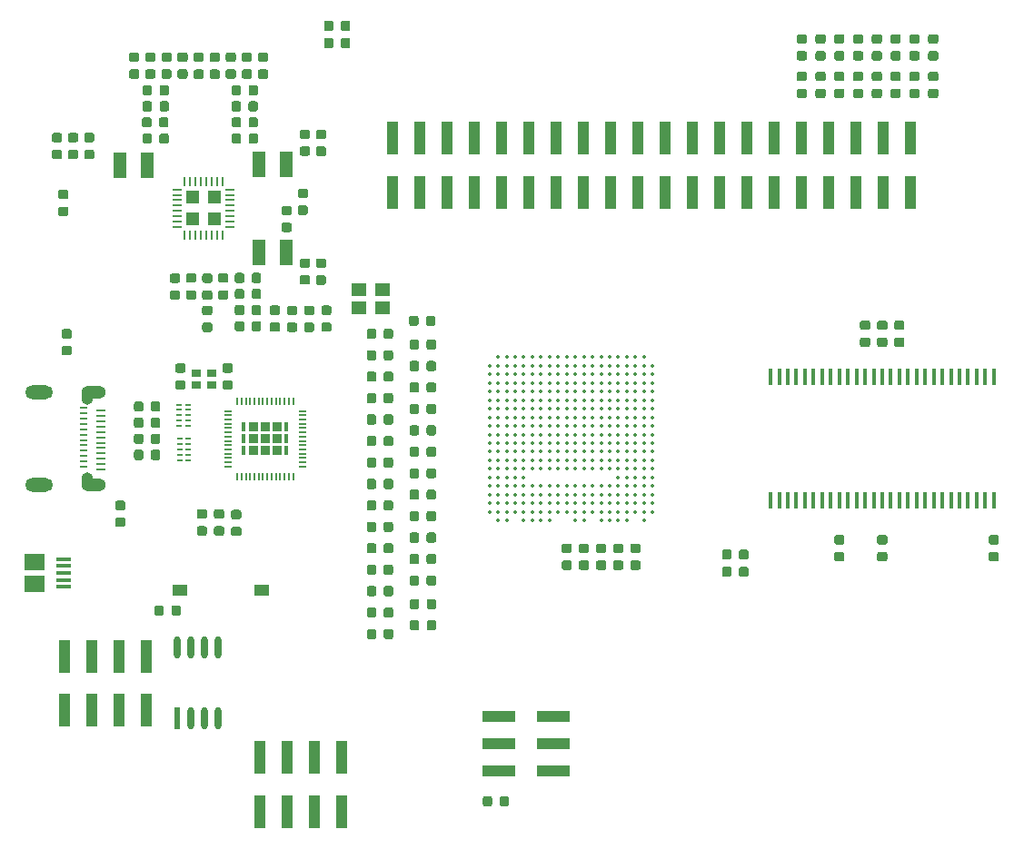
<source format=gbr>
G04 #@! TF.GenerationSoftware,KiCad,Pcbnew,5.0.1*
G04 #@! TF.CreationDate,2018-12-10T01:09:05+01:00*
G04 #@! TF.ProjectId,Kilsyth,4B696C737974682E6B696361645F7063,rev?*
G04 #@! TF.SameCoordinates,Original*
G04 #@! TF.FileFunction,Paste,Top*
G04 #@! TF.FilePolarity,Positive*
%FSLAX46Y46*%
G04 Gerber Fmt 4.6, Leading zero omitted, Abs format (unit mm)*
G04 Created by KiCad (PCBNEW 5.0.1) date Mon 10 Dec 2018 01:09:05 AM CET*
%MOMM*%
%LPD*%
G01*
G04 APERTURE LIST*
%ADD10R,1.000000X3.150000*%
%ADD11C,0.100000*%
%ADD12C,0.875000*%
%ADD13R,3.150000X1.000000*%
%ADD14R,1.200000X2.400000*%
%ADD15C,0.350000*%
%ADD16R,1.900000X1.500000*%
%ADD17R,1.350000X0.400000*%
%ADD18O,2.600000X1.300000*%
%ADD19R,0.900000X0.270000*%
%ADD20R,0.800000X0.270000*%
%ADD21O,2.300000X1.200000*%
%ADD22O,1.100000X1.650000*%
%ADD23R,0.475000X0.200000*%
%ADD24R,0.900000X0.800000*%
%ADD25R,1.400000X1.200000*%
%ADD26R,0.458000X1.510000*%
%ADD27R,0.600000X2.100000*%
%ADD28O,0.600000X2.100000*%
%ADD29R,0.400000X0.900000*%
%ADD30R,0.900000X0.900000*%
%ADD31R,0.800000X0.200000*%
%ADD32R,0.200000X0.800000*%
%ADD33R,1.250000X1.250000*%
%ADD34R,0.850000X0.280000*%
%ADD35R,0.280000X0.850000*%
%ADD36R,1.400000X1.000000*%
G04 APERTURE END LIST*
D10*
G04 #@! TO.C,J12*
X73007220Y-124789040D03*
X73007220Y-119739040D03*
X75547220Y-124789040D03*
X75547220Y-119739040D03*
X78087220Y-124789040D03*
X78087220Y-119739040D03*
X80627220Y-124789040D03*
X80627220Y-119739040D03*
G04 #@! TD*
G04 #@! TO.C,J11*
X54790000Y-115325000D03*
X54790000Y-110275000D03*
X57330000Y-115325000D03*
X57330000Y-110275000D03*
X59870000Y-115325000D03*
X59870000Y-110275000D03*
X62410000Y-115325000D03*
X62410000Y-110275000D03*
G04 #@! TD*
D11*
G04 #@! TO.C,D9*
G36*
X134277691Y-57351053D02*
X134298926Y-57354203D01*
X134319750Y-57359419D01*
X134339962Y-57366651D01*
X134359368Y-57375830D01*
X134377781Y-57386866D01*
X134395024Y-57399654D01*
X134410930Y-57414070D01*
X134425346Y-57429976D01*
X134438134Y-57447219D01*
X134449170Y-57465632D01*
X134458349Y-57485038D01*
X134465581Y-57505250D01*
X134470797Y-57526074D01*
X134473947Y-57547309D01*
X134475000Y-57568750D01*
X134475000Y-58006250D01*
X134473947Y-58027691D01*
X134470797Y-58048926D01*
X134465581Y-58069750D01*
X134458349Y-58089962D01*
X134449170Y-58109368D01*
X134438134Y-58127781D01*
X134425346Y-58145024D01*
X134410930Y-58160930D01*
X134395024Y-58175346D01*
X134377781Y-58188134D01*
X134359368Y-58199170D01*
X134339962Y-58208349D01*
X134319750Y-58215581D01*
X134298926Y-58220797D01*
X134277691Y-58223947D01*
X134256250Y-58225000D01*
X133743750Y-58225000D01*
X133722309Y-58223947D01*
X133701074Y-58220797D01*
X133680250Y-58215581D01*
X133660038Y-58208349D01*
X133640632Y-58199170D01*
X133622219Y-58188134D01*
X133604976Y-58175346D01*
X133589070Y-58160930D01*
X133574654Y-58145024D01*
X133561866Y-58127781D01*
X133550830Y-58109368D01*
X133541651Y-58089962D01*
X133534419Y-58069750D01*
X133529203Y-58048926D01*
X133526053Y-58027691D01*
X133525000Y-58006250D01*
X133525000Y-57568750D01*
X133526053Y-57547309D01*
X133529203Y-57526074D01*
X133534419Y-57505250D01*
X133541651Y-57485038D01*
X133550830Y-57465632D01*
X133561866Y-57447219D01*
X133574654Y-57429976D01*
X133589070Y-57414070D01*
X133604976Y-57399654D01*
X133622219Y-57386866D01*
X133640632Y-57375830D01*
X133660038Y-57366651D01*
X133680250Y-57359419D01*
X133701074Y-57354203D01*
X133722309Y-57351053D01*
X133743750Y-57350000D01*
X134256250Y-57350000D01*
X134277691Y-57351053D01*
X134277691Y-57351053D01*
G37*
D12*
X134000000Y-57787500D03*
D11*
G36*
X134277691Y-55776053D02*
X134298926Y-55779203D01*
X134319750Y-55784419D01*
X134339962Y-55791651D01*
X134359368Y-55800830D01*
X134377781Y-55811866D01*
X134395024Y-55824654D01*
X134410930Y-55839070D01*
X134425346Y-55854976D01*
X134438134Y-55872219D01*
X134449170Y-55890632D01*
X134458349Y-55910038D01*
X134465581Y-55930250D01*
X134470797Y-55951074D01*
X134473947Y-55972309D01*
X134475000Y-55993750D01*
X134475000Y-56431250D01*
X134473947Y-56452691D01*
X134470797Y-56473926D01*
X134465581Y-56494750D01*
X134458349Y-56514962D01*
X134449170Y-56534368D01*
X134438134Y-56552781D01*
X134425346Y-56570024D01*
X134410930Y-56585930D01*
X134395024Y-56600346D01*
X134377781Y-56613134D01*
X134359368Y-56624170D01*
X134339962Y-56633349D01*
X134319750Y-56640581D01*
X134298926Y-56645797D01*
X134277691Y-56648947D01*
X134256250Y-56650000D01*
X133743750Y-56650000D01*
X133722309Y-56648947D01*
X133701074Y-56645797D01*
X133680250Y-56640581D01*
X133660038Y-56633349D01*
X133640632Y-56624170D01*
X133622219Y-56613134D01*
X133604976Y-56600346D01*
X133589070Y-56585930D01*
X133574654Y-56570024D01*
X133561866Y-56552781D01*
X133550830Y-56534368D01*
X133541651Y-56514962D01*
X133534419Y-56494750D01*
X133529203Y-56473926D01*
X133526053Y-56452691D01*
X133525000Y-56431250D01*
X133525000Y-55993750D01*
X133526053Y-55972309D01*
X133529203Y-55951074D01*
X133534419Y-55930250D01*
X133541651Y-55910038D01*
X133550830Y-55890632D01*
X133561866Y-55872219D01*
X133574654Y-55854976D01*
X133589070Y-55839070D01*
X133604976Y-55824654D01*
X133622219Y-55811866D01*
X133640632Y-55800830D01*
X133660038Y-55791651D01*
X133680250Y-55784419D01*
X133701074Y-55779203D01*
X133722309Y-55776053D01*
X133743750Y-55775000D01*
X134256250Y-55775000D01*
X134277691Y-55776053D01*
X134277691Y-55776053D01*
G37*
D12*
X134000000Y-56212500D03*
G04 #@! TD*
D11*
G04 #@! TO.C,D7*
G36*
X130777691Y-55776053D02*
X130798926Y-55779203D01*
X130819750Y-55784419D01*
X130839962Y-55791651D01*
X130859368Y-55800830D01*
X130877781Y-55811866D01*
X130895024Y-55824654D01*
X130910930Y-55839070D01*
X130925346Y-55854976D01*
X130938134Y-55872219D01*
X130949170Y-55890632D01*
X130958349Y-55910038D01*
X130965581Y-55930250D01*
X130970797Y-55951074D01*
X130973947Y-55972309D01*
X130975000Y-55993750D01*
X130975000Y-56431250D01*
X130973947Y-56452691D01*
X130970797Y-56473926D01*
X130965581Y-56494750D01*
X130958349Y-56514962D01*
X130949170Y-56534368D01*
X130938134Y-56552781D01*
X130925346Y-56570024D01*
X130910930Y-56585930D01*
X130895024Y-56600346D01*
X130877781Y-56613134D01*
X130859368Y-56624170D01*
X130839962Y-56633349D01*
X130819750Y-56640581D01*
X130798926Y-56645797D01*
X130777691Y-56648947D01*
X130756250Y-56650000D01*
X130243750Y-56650000D01*
X130222309Y-56648947D01*
X130201074Y-56645797D01*
X130180250Y-56640581D01*
X130160038Y-56633349D01*
X130140632Y-56624170D01*
X130122219Y-56613134D01*
X130104976Y-56600346D01*
X130089070Y-56585930D01*
X130074654Y-56570024D01*
X130061866Y-56552781D01*
X130050830Y-56534368D01*
X130041651Y-56514962D01*
X130034419Y-56494750D01*
X130029203Y-56473926D01*
X130026053Y-56452691D01*
X130025000Y-56431250D01*
X130025000Y-55993750D01*
X130026053Y-55972309D01*
X130029203Y-55951074D01*
X130034419Y-55930250D01*
X130041651Y-55910038D01*
X130050830Y-55890632D01*
X130061866Y-55872219D01*
X130074654Y-55854976D01*
X130089070Y-55839070D01*
X130104976Y-55824654D01*
X130122219Y-55811866D01*
X130140632Y-55800830D01*
X130160038Y-55791651D01*
X130180250Y-55784419D01*
X130201074Y-55779203D01*
X130222309Y-55776053D01*
X130243750Y-55775000D01*
X130756250Y-55775000D01*
X130777691Y-55776053D01*
X130777691Y-55776053D01*
G37*
D12*
X130500000Y-56212500D03*
D11*
G36*
X130777691Y-57351053D02*
X130798926Y-57354203D01*
X130819750Y-57359419D01*
X130839962Y-57366651D01*
X130859368Y-57375830D01*
X130877781Y-57386866D01*
X130895024Y-57399654D01*
X130910930Y-57414070D01*
X130925346Y-57429976D01*
X130938134Y-57447219D01*
X130949170Y-57465632D01*
X130958349Y-57485038D01*
X130965581Y-57505250D01*
X130970797Y-57526074D01*
X130973947Y-57547309D01*
X130975000Y-57568750D01*
X130975000Y-58006250D01*
X130973947Y-58027691D01*
X130970797Y-58048926D01*
X130965581Y-58069750D01*
X130958349Y-58089962D01*
X130949170Y-58109368D01*
X130938134Y-58127781D01*
X130925346Y-58145024D01*
X130910930Y-58160930D01*
X130895024Y-58175346D01*
X130877781Y-58188134D01*
X130859368Y-58199170D01*
X130839962Y-58208349D01*
X130819750Y-58215581D01*
X130798926Y-58220797D01*
X130777691Y-58223947D01*
X130756250Y-58225000D01*
X130243750Y-58225000D01*
X130222309Y-58223947D01*
X130201074Y-58220797D01*
X130180250Y-58215581D01*
X130160038Y-58208349D01*
X130140632Y-58199170D01*
X130122219Y-58188134D01*
X130104976Y-58175346D01*
X130089070Y-58160930D01*
X130074654Y-58145024D01*
X130061866Y-58127781D01*
X130050830Y-58109368D01*
X130041651Y-58089962D01*
X130034419Y-58069750D01*
X130029203Y-58048926D01*
X130026053Y-58027691D01*
X130025000Y-58006250D01*
X130025000Y-57568750D01*
X130026053Y-57547309D01*
X130029203Y-57526074D01*
X130034419Y-57505250D01*
X130041651Y-57485038D01*
X130050830Y-57465632D01*
X130061866Y-57447219D01*
X130074654Y-57429976D01*
X130089070Y-57414070D01*
X130104976Y-57399654D01*
X130122219Y-57386866D01*
X130140632Y-57375830D01*
X130160038Y-57366651D01*
X130180250Y-57359419D01*
X130201074Y-57354203D01*
X130222309Y-57351053D01*
X130243750Y-57350000D01*
X130756250Y-57350000D01*
X130777691Y-57351053D01*
X130777691Y-57351053D01*
G37*
D12*
X130500000Y-57787500D03*
G04 #@! TD*
D11*
G04 #@! TO.C,D10*
G36*
X136027691Y-57351053D02*
X136048926Y-57354203D01*
X136069750Y-57359419D01*
X136089962Y-57366651D01*
X136109368Y-57375830D01*
X136127781Y-57386866D01*
X136145024Y-57399654D01*
X136160930Y-57414070D01*
X136175346Y-57429976D01*
X136188134Y-57447219D01*
X136199170Y-57465632D01*
X136208349Y-57485038D01*
X136215581Y-57505250D01*
X136220797Y-57526074D01*
X136223947Y-57547309D01*
X136225000Y-57568750D01*
X136225000Y-58006250D01*
X136223947Y-58027691D01*
X136220797Y-58048926D01*
X136215581Y-58069750D01*
X136208349Y-58089962D01*
X136199170Y-58109368D01*
X136188134Y-58127781D01*
X136175346Y-58145024D01*
X136160930Y-58160930D01*
X136145024Y-58175346D01*
X136127781Y-58188134D01*
X136109368Y-58199170D01*
X136089962Y-58208349D01*
X136069750Y-58215581D01*
X136048926Y-58220797D01*
X136027691Y-58223947D01*
X136006250Y-58225000D01*
X135493750Y-58225000D01*
X135472309Y-58223947D01*
X135451074Y-58220797D01*
X135430250Y-58215581D01*
X135410038Y-58208349D01*
X135390632Y-58199170D01*
X135372219Y-58188134D01*
X135354976Y-58175346D01*
X135339070Y-58160930D01*
X135324654Y-58145024D01*
X135311866Y-58127781D01*
X135300830Y-58109368D01*
X135291651Y-58089962D01*
X135284419Y-58069750D01*
X135279203Y-58048926D01*
X135276053Y-58027691D01*
X135275000Y-58006250D01*
X135275000Y-57568750D01*
X135276053Y-57547309D01*
X135279203Y-57526074D01*
X135284419Y-57505250D01*
X135291651Y-57485038D01*
X135300830Y-57465632D01*
X135311866Y-57447219D01*
X135324654Y-57429976D01*
X135339070Y-57414070D01*
X135354976Y-57399654D01*
X135372219Y-57386866D01*
X135390632Y-57375830D01*
X135410038Y-57366651D01*
X135430250Y-57359419D01*
X135451074Y-57354203D01*
X135472309Y-57351053D01*
X135493750Y-57350000D01*
X136006250Y-57350000D01*
X136027691Y-57351053D01*
X136027691Y-57351053D01*
G37*
D12*
X135750000Y-57787500D03*
D11*
G36*
X136027691Y-55776053D02*
X136048926Y-55779203D01*
X136069750Y-55784419D01*
X136089962Y-55791651D01*
X136109368Y-55800830D01*
X136127781Y-55811866D01*
X136145024Y-55824654D01*
X136160930Y-55839070D01*
X136175346Y-55854976D01*
X136188134Y-55872219D01*
X136199170Y-55890632D01*
X136208349Y-55910038D01*
X136215581Y-55930250D01*
X136220797Y-55951074D01*
X136223947Y-55972309D01*
X136225000Y-55993750D01*
X136225000Y-56431250D01*
X136223947Y-56452691D01*
X136220797Y-56473926D01*
X136215581Y-56494750D01*
X136208349Y-56514962D01*
X136199170Y-56534368D01*
X136188134Y-56552781D01*
X136175346Y-56570024D01*
X136160930Y-56585930D01*
X136145024Y-56600346D01*
X136127781Y-56613134D01*
X136109368Y-56624170D01*
X136089962Y-56633349D01*
X136069750Y-56640581D01*
X136048926Y-56645797D01*
X136027691Y-56648947D01*
X136006250Y-56650000D01*
X135493750Y-56650000D01*
X135472309Y-56648947D01*
X135451074Y-56645797D01*
X135430250Y-56640581D01*
X135410038Y-56633349D01*
X135390632Y-56624170D01*
X135372219Y-56613134D01*
X135354976Y-56600346D01*
X135339070Y-56585930D01*
X135324654Y-56570024D01*
X135311866Y-56552781D01*
X135300830Y-56534368D01*
X135291651Y-56514962D01*
X135284419Y-56494750D01*
X135279203Y-56473926D01*
X135276053Y-56452691D01*
X135275000Y-56431250D01*
X135275000Y-55993750D01*
X135276053Y-55972309D01*
X135279203Y-55951074D01*
X135284419Y-55930250D01*
X135291651Y-55910038D01*
X135300830Y-55890632D01*
X135311866Y-55872219D01*
X135324654Y-55854976D01*
X135339070Y-55839070D01*
X135354976Y-55824654D01*
X135372219Y-55811866D01*
X135390632Y-55800830D01*
X135410038Y-55791651D01*
X135430250Y-55784419D01*
X135451074Y-55779203D01*
X135472309Y-55776053D01*
X135493750Y-55775000D01*
X136006250Y-55775000D01*
X136027691Y-55776053D01*
X136027691Y-55776053D01*
G37*
D12*
X135750000Y-56212500D03*
G04 #@! TD*
D11*
G04 #@! TO.C,D5*
G36*
X127277691Y-55776053D02*
X127298926Y-55779203D01*
X127319750Y-55784419D01*
X127339962Y-55791651D01*
X127359368Y-55800830D01*
X127377781Y-55811866D01*
X127395024Y-55824654D01*
X127410930Y-55839070D01*
X127425346Y-55854976D01*
X127438134Y-55872219D01*
X127449170Y-55890632D01*
X127458349Y-55910038D01*
X127465581Y-55930250D01*
X127470797Y-55951074D01*
X127473947Y-55972309D01*
X127475000Y-55993750D01*
X127475000Y-56431250D01*
X127473947Y-56452691D01*
X127470797Y-56473926D01*
X127465581Y-56494750D01*
X127458349Y-56514962D01*
X127449170Y-56534368D01*
X127438134Y-56552781D01*
X127425346Y-56570024D01*
X127410930Y-56585930D01*
X127395024Y-56600346D01*
X127377781Y-56613134D01*
X127359368Y-56624170D01*
X127339962Y-56633349D01*
X127319750Y-56640581D01*
X127298926Y-56645797D01*
X127277691Y-56648947D01*
X127256250Y-56650000D01*
X126743750Y-56650000D01*
X126722309Y-56648947D01*
X126701074Y-56645797D01*
X126680250Y-56640581D01*
X126660038Y-56633349D01*
X126640632Y-56624170D01*
X126622219Y-56613134D01*
X126604976Y-56600346D01*
X126589070Y-56585930D01*
X126574654Y-56570024D01*
X126561866Y-56552781D01*
X126550830Y-56534368D01*
X126541651Y-56514962D01*
X126534419Y-56494750D01*
X126529203Y-56473926D01*
X126526053Y-56452691D01*
X126525000Y-56431250D01*
X126525000Y-55993750D01*
X126526053Y-55972309D01*
X126529203Y-55951074D01*
X126534419Y-55930250D01*
X126541651Y-55910038D01*
X126550830Y-55890632D01*
X126561866Y-55872219D01*
X126574654Y-55854976D01*
X126589070Y-55839070D01*
X126604976Y-55824654D01*
X126622219Y-55811866D01*
X126640632Y-55800830D01*
X126660038Y-55791651D01*
X126680250Y-55784419D01*
X126701074Y-55779203D01*
X126722309Y-55776053D01*
X126743750Y-55775000D01*
X127256250Y-55775000D01*
X127277691Y-55776053D01*
X127277691Y-55776053D01*
G37*
D12*
X127000000Y-56212500D03*
D11*
G36*
X127277691Y-57351053D02*
X127298926Y-57354203D01*
X127319750Y-57359419D01*
X127339962Y-57366651D01*
X127359368Y-57375830D01*
X127377781Y-57386866D01*
X127395024Y-57399654D01*
X127410930Y-57414070D01*
X127425346Y-57429976D01*
X127438134Y-57447219D01*
X127449170Y-57465632D01*
X127458349Y-57485038D01*
X127465581Y-57505250D01*
X127470797Y-57526074D01*
X127473947Y-57547309D01*
X127475000Y-57568750D01*
X127475000Y-58006250D01*
X127473947Y-58027691D01*
X127470797Y-58048926D01*
X127465581Y-58069750D01*
X127458349Y-58089962D01*
X127449170Y-58109368D01*
X127438134Y-58127781D01*
X127425346Y-58145024D01*
X127410930Y-58160930D01*
X127395024Y-58175346D01*
X127377781Y-58188134D01*
X127359368Y-58199170D01*
X127339962Y-58208349D01*
X127319750Y-58215581D01*
X127298926Y-58220797D01*
X127277691Y-58223947D01*
X127256250Y-58225000D01*
X126743750Y-58225000D01*
X126722309Y-58223947D01*
X126701074Y-58220797D01*
X126680250Y-58215581D01*
X126660038Y-58208349D01*
X126640632Y-58199170D01*
X126622219Y-58188134D01*
X126604976Y-58175346D01*
X126589070Y-58160930D01*
X126574654Y-58145024D01*
X126561866Y-58127781D01*
X126550830Y-58109368D01*
X126541651Y-58089962D01*
X126534419Y-58069750D01*
X126529203Y-58048926D01*
X126526053Y-58027691D01*
X126525000Y-58006250D01*
X126525000Y-57568750D01*
X126526053Y-57547309D01*
X126529203Y-57526074D01*
X126534419Y-57505250D01*
X126541651Y-57485038D01*
X126550830Y-57465632D01*
X126561866Y-57447219D01*
X126574654Y-57429976D01*
X126589070Y-57414070D01*
X126604976Y-57399654D01*
X126622219Y-57386866D01*
X126640632Y-57375830D01*
X126660038Y-57366651D01*
X126680250Y-57359419D01*
X126701074Y-57354203D01*
X126722309Y-57351053D01*
X126743750Y-57350000D01*
X127256250Y-57350000D01*
X127277691Y-57351053D01*
X127277691Y-57351053D01*
G37*
D12*
X127000000Y-57787500D03*
G04 #@! TD*
D11*
G04 #@! TO.C,D6*
G36*
X129027691Y-57351053D02*
X129048926Y-57354203D01*
X129069750Y-57359419D01*
X129089962Y-57366651D01*
X129109368Y-57375830D01*
X129127781Y-57386866D01*
X129145024Y-57399654D01*
X129160930Y-57414070D01*
X129175346Y-57429976D01*
X129188134Y-57447219D01*
X129199170Y-57465632D01*
X129208349Y-57485038D01*
X129215581Y-57505250D01*
X129220797Y-57526074D01*
X129223947Y-57547309D01*
X129225000Y-57568750D01*
X129225000Y-58006250D01*
X129223947Y-58027691D01*
X129220797Y-58048926D01*
X129215581Y-58069750D01*
X129208349Y-58089962D01*
X129199170Y-58109368D01*
X129188134Y-58127781D01*
X129175346Y-58145024D01*
X129160930Y-58160930D01*
X129145024Y-58175346D01*
X129127781Y-58188134D01*
X129109368Y-58199170D01*
X129089962Y-58208349D01*
X129069750Y-58215581D01*
X129048926Y-58220797D01*
X129027691Y-58223947D01*
X129006250Y-58225000D01*
X128493750Y-58225000D01*
X128472309Y-58223947D01*
X128451074Y-58220797D01*
X128430250Y-58215581D01*
X128410038Y-58208349D01*
X128390632Y-58199170D01*
X128372219Y-58188134D01*
X128354976Y-58175346D01*
X128339070Y-58160930D01*
X128324654Y-58145024D01*
X128311866Y-58127781D01*
X128300830Y-58109368D01*
X128291651Y-58089962D01*
X128284419Y-58069750D01*
X128279203Y-58048926D01*
X128276053Y-58027691D01*
X128275000Y-58006250D01*
X128275000Y-57568750D01*
X128276053Y-57547309D01*
X128279203Y-57526074D01*
X128284419Y-57505250D01*
X128291651Y-57485038D01*
X128300830Y-57465632D01*
X128311866Y-57447219D01*
X128324654Y-57429976D01*
X128339070Y-57414070D01*
X128354976Y-57399654D01*
X128372219Y-57386866D01*
X128390632Y-57375830D01*
X128410038Y-57366651D01*
X128430250Y-57359419D01*
X128451074Y-57354203D01*
X128472309Y-57351053D01*
X128493750Y-57350000D01*
X129006250Y-57350000D01*
X129027691Y-57351053D01*
X129027691Y-57351053D01*
G37*
D12*
X128750000Y-57787500D03*
D11*
G36*
X129027691Y-55776053D02*
X129048926Y-55779203D01*
X129069750Y-55784419D01*
X129089962Y-55791651D01*
X129109368Y-55800830D01*
X129127781Y-55811866D01*
X129145024Y-55824654D01*
X129160930Y-55839070D01*
X129175346Y-55854976D01*
X129188134Y-55872219D01*
X129199170Y-55890632D01*
X129208349Y-55910038D01*
X129215581Y-55930250D01*
X129220797Y-55951074D01*
X129223947Y-55972309D01*
X129225000Y-55993750D01*
X129225000Y-56431250D01*
X129223947Y-56452691D01*
X129220797Y-56473926D01*
X129215581Y-56494750D01*
X129208349Y-56514962D01*
X129199170Y-56534368D01*
X129188134Y-56552781D01*
X129175346Y-56570024D01*
X129160930Y-56585930D01*
X129145024Y-56600346D01*
X129127781Y-56613134D01*
X129109368Y-56624170D01*
X129089962Y-56633349D01*
X129069750Y-56640581D01*
X129048926Y-56645797D01*
X129027691Y-56648947D01*
X129006250Y-56650000D01*
X128493750Y-56650000D01*
X128472309Y-56648947D01*
X128451074Y-56645797D01*
X128430250Y-56640581D01*
X128410038Y-56633349D01*
X128390632Y-56624170D01*
X128372219Y-56613134D01*
X128354976Y-56600346D01*
X128339070Y-56585930D01*
X128324654Y-56570024D01*
X128311866Y-56552781D01*
X128300830Y-56534368D01*
X128291651Y-56514962D01*
X128284419Y-56494750D01*
X128279203Y-56473926D01*
X128276053Y-56452691D01*
X128275000Y-56431250D01*
X128275000Y-55993750D01*
X128276053Y-55972309D01*
X128279203Y-55951074D01*
X128284419Y-55930250D01*
X128291651Y-55910038D01*
X128300830Y-55890632D01*
X128311866Y-55872219D01*
X128324654Y-55854976D01*
X128339070Y-55839070D01*
X128354976Y-55824654D01*
X128372219Y-55811866D01*
X128390632Y-55800830D01*
X128410038Y-55791651D01*
X128430250Y-55784419D01*
X128451074Y-55779203D01*
X128472309Y-55776053D01*
X128493750Y-55775000D01*
X129006250Y-55775000D01*
X129027691Y-55776053D01*
X129027691Y-55776053D01*
G37*
D12*
X128750000Y-56212500D03*
G04 #@! TD*
D11*
G04 #@! TO.C,D4*
G36*
X125527691Y-55776053D02*
X125548926Y-55779203D01*
X125569750Y-55784419D01*
X125589962Y-55791651D01*
X125609368Y-55800830D01*
X125627781Y-55811866D01*
X125645024Y-55824654D01*
X125660930Y-55839070D01*
X125675346Y-55854976D01*
X125688134Y-55872219D01*
X125699170Y-55890632D01*
X125708349Y-55910038D01*
X125715581Y-55930250D01*
X125720797Y-55951074D01*
X125723947Y-55972309D01*
X125725000Y-55993750D01*
X125725000Y-56431250D01*
X125723947Y-56452691D01*
X125720797Y-56473926D01*
X125715581Y-56494750D01*
X125708349Y-56514962D01*
X125699170Y-56534368D01*
X125688134Y-56552781D01*
X125675346Y-56570024D01*
X125660930Y-56585930D01*
X125645024Y-56600346D01*
X125627781Y-56613134D01*
X125609368Y-56624170D01*
X125589962Y-56633349D01*
X125569750Y-56640581D01*
X125548926Y-56645797D01*
X125527691Y-56648947D01*
X125506250Y-56650000D01*
X124993750Y-56650000D01*
X124972309Y-56648947D01*
X124951074Y-56645797D01*
X124930250Y-56640581D01*
X124910038Y-56633349D01*
X124890632Y-56624170D01*
X124872219Y-56613134D01*
X124854976Y-56600346D01*
X124839070Y-56585930D01*
X124824654Y-56570024D01*
X124811866Y-56552781D01*
X124800830Y-56534368D01*
X124791651Y-56514962D01*
X124784419Y-56494750D01*
X124779203Y-56473926D01*
X124776053Y-56452691D01*
X124775000Y-56431250D01*
X124775000Y-55993750D01*
X124776053Y-55972309D01*
X124779203Y-55951074D01*
X124784419Y-55930250D01*
X124791651Y-55910038D01*
X124800830Y-55890632D01*
X124811866Y-55872219D01*
X124824654Y-55854976D01*
X124839070Y-55839070D01*
X124854976Y-55824654D01*
X124872219Y-55811866D01*
X124890632Y-55800830D01*
X124910038Y-55791651D01*
X124930250Y-55784419D01*
X124951074Y-55779203D01*
X124972309Y-55776053D01*
X124993750Y-55775000D01*
X125506250Y-55775000D01*
X125527691Y-55776053D01*
X125527691Y-55776053D01*
G37*
D12*
X125250000Y-56212500D03*
D11*
G36*
X125527691Y-57351053D02*
X125548926Y-57354203D01*
X125569750Y-57359419D01*
X125589962Y-57366651D01*
X125609368Y-57375830D01*
X125627781Y-57386866D01*
X125645024Y-57399654D01*
X125660930Y-57414070D01*
X125675346Y-57429976D01*
X125688134Y-57447219D01*
X125699170Y-57465632D01*
X125708349Y-57485038D01*
X125715581Y-57505250D01*
X125720797Y-57526074D01*
X125723947Y-57547309D01*
X125725000Y-57568750D01*
X125725000Y-58006250D01*
X125723947Y-58027691D01*
X125720797Y-58048926D01*
X125715581Y-58069750D01*
X125708349Y-58089962D01*
X125699170Y-58109368D01*
X125688134Y-58127781D01*
X125675346Y-58145024D01*
X125660930Y-58160930D01*
X125645024Y-58175346D01*
X125627781Y-58188134D01*
X125609368Y-58199170D01*
X125589962Y-58208349D01*
X125569750Y-58215581D01*
X125548926Y-58220797D01*
X125527691Y-58223947D01*
X125506250Y-58225000D01*
X124993750Y-58225000D01*
X124972309Y-58223947D01*
X124951074Y-58220797D01*
X124930250Y-58215581D01*
X124910038Y-58208349D01*
X124890632Y-58199170D01*
X124872219Y-58188134D01*
X124854976Y-58175346D01*
X124839070Y-58160930D01*
X124824654Y-58145024D01*
X124811866Y-58127781D01*
X124800830Y-58109368D01*
X124791651Y-58089962D01*
X124784419Y-58069750D01*
X124779203Y-58048926D01*
X124776053Y-58027691D01*
X124775000Y-58006250D01*
X124775000Y-57568750D01*
X124776053Y-57547309D01*
X124779203Y-57526074D01*
X124784419Y-57505250D01*
X124791651Y-57485038D01*
X124800830Y-57465632D01*
X124811866Y-57447219D01*
X124824654Y-57429976D01*
X124839070Y-57414070D01*
X124854976Y-57399654D01*
X124872219Y-57386866D01*
X124890632Y-57375830D01*
X124910038Y-57366651D01*
X124930250Y-57359419D01*
X124951074Y-57354203D01*
X124972309Y-57351053D01*
X124993750Y-57350000D01*
X125506250Y-57350000D01*
X125527691Y-57351053D01*
X125527691Y-57351053D01*
G37*
D12*
X125250000Y-57787500D03*
G04 #@! TD*
D11*
G04 #@! TO.C,D3*
G36*
X123777691Y-57351053D02*
X123798926Y-57354203D01*
X123819750Y-57359419D01*
X123839962Y-57366651D01*
X123859368Y-57375830D01*
X123877781Y-57386866D01*
X123895024Y-57399654D01*
X123910930Y-57414070D01*
X123925346Y-57429976D01*
X123938134Y-57447219D01*
X123949170Y-57465632D01*
X123958349Y-57485038D01*
X123965581Y-57505250D01*
X123970797Y-57526074D01*
X123973947Y-57547309D01*
X123975000Y-57568750D01*
X123975000Y-58006250D01*
X123973947Y-58027691D01*
X123970797Y-58048926D01*
X123965581Y-58069750D01*
X123958349Y-58089962D01*
X123949170Y-58109368D01*
X123938134Y-58127781D01*
X123925346Y-58145024D01*
X123910930Y-58160930D01*
X123895024Y-58175346D01*
X123877781Y-58188134D01*
X123859368Y-58199170D01*
X123839962Y-58208349D01*
X123819750Y-58215581D01*
X123798926Y-58220797D01*
X123777691Y-58223947D01*
X123756250Y-58225000D01*
X123243750Y-58225000D01*
X123222309Y-58223947D01*
X123201074Y-58220797D01*
X123180250Y-58215581D01*
X123160038Y-58208349D01*
X123140632Y-58199170D01*
X123122219Y-58188134D01*
X123104976Y-58175346D01*
X123089070Y-58160930D01*
X123074654Y-58145024D01*
X123061866Y-58127781D01*
X123050830Y-58109368D01*
X123041651Y-58089962D01*
X123034419Y-58069750D01*
X123029203Y-58048926D01*
X123026053Y-58027691D01*
X123025000Y-58006250D01*
X123025000Y-57568750D01*
X123026053Y-57547309D01*
X123029203Y-57526074D01*
X123034419Y-57505250D01*
X123041651Y-57485038D01*
X123050830Y-57465632D01*
X123061866Y-57447219D01*
X123074654Y-57429976D01*
X123089070Y-57414070D01*
X123104976Y-57399654D01*
X123122219Y-57386866D01*
X123140632Y-57375830D01*
X123160038Y-57366651D01*
X123180250Y-57359419D01*
X123201074Y-57354203D01*
X123222309Y-57351053D01*
X123243750Y-57350000D01*
X123756250Y-57350000D01*
X123777691Y-57351053D01*
X123777691Y-57351053D01*
G37*
D12*
X123500000Y-57787500D03*
D11*
G36*
X123777691Y-55776053D02*
X123798926Y-55779203D01*
X123819750Y-55784419D01*
X123839962Y-55791651D01*
X123859368Y-55800830D01*
X123877781Y-55811866D01*
X123895024Y-55824654D01*
X123910930Y-55839070D01*
X123925346Y-55854976D01*
X123938134Y-55872219D01*
X123949170Y-55890632D01*
X123958349Y-55910038D01*
X123965581Y-55930250D01*
X123970797Y-55951074D01*
X123973947Y-55972309D01*
X123975000Y-55993750D01*
X123975000Y-56431250D01*
X123973947Y-56452691D01*
X123970797Y-56473926D01*
X123965581Y-56494750D01*
X123958349Y-56514962D01*
X123949170Y-56534368D01*
X123938134Y-56552781D01*
X123925346Y-56570024D01*
X123910930Y-56585930D01*
X123895024Y-56600346D01*
X123877781Y-56613134D01*
X123859368Y-56624170D01*
X123839962Y-56633349D01*
X123819750Y-56640581D01*
X123798926Y-56645797D01*
X123777691Y-56648947D01*
X123756250Y-56650000D01*
X123243750Y-56650000D01*
X123222309Y-56648947D01*
X123201074Y-56645797D01*
X123180250Y-56640581D01*
X123160038Y-56633349D01*
X123140632Y-56624170D01*
X123122219Y-56613134D01*
X123104976Y-56600346D01*
X123089070Y-56585930D01*
X123074654Y-56570024D01*
X123061866Y-56552781D01*
X123050830Y-56534368D01*
X123041651Y-56514962D01*
X123034419Y-56494750D01*
X123029203Y-56473926D01*
X123026053Y-56452691D01*
X123025000Y-56431250D01*
X123025000Y-55993750D01*
X123026053Y-55972309D01*
X123029203Y-55951074D01*
X123034419Y-55930250D01*
X123041651Y-55910038D01*
X123050830Y-55890632D01*
X123061866Y-55872219D01*
X123074654Y-55854976D01*
X123089070Y-55839070D01*
X123104976Y-55824654D01*
X123122219Y-55811866D01*
X123140632Y-55800830D01*
X123160038Y-55791651D01*
X123180250Y-55784419D01*
X123201074Y-55779203D01*
X123222309Y-55776053D01*
X123243750Y-55775000D01*
X123756250Y-55775000D01*
X123777691Y-55776053D01*
X123777691Y-55776053D01*
G37*
D12*
X123500000Y-56212500D03*
G04 #@! TD*
D11*
G04 #@! TO.C,D8*
G36*
X132527691Y-55776053D02*
X132548926Y-55779203D01*
X132569750Y-55784419D01*
X132589962Y-55791651D01*
X132609368Y-55800830D01*
X132627781Y-55811866D01*
X132645024Y-55824654D01*
X132660930Y-55839070D01*
X132675346Y-55854976D01*
X132688134Y-55872219D01*
X132699170Y-55890632D01*
X132708349Y-55910038D01*
X132715581Y-55930250D01*
X132720797Y-55951074D01*
X132723947Y-55972309D01*
X132725000Y-55993750D01*
X132725000Y-56431250D01*
X132723947Y-56452691D01*
X132720797Y-56473926D01*
X132715581Y-56494750D01*
X132708349Y-56514962D01*
X132699170Y-56534368D01*
X132688134Y-56552781D01*
X132675346Y-56570024D01*
X132660930Y-56585930D01*
X132645024Y-56600346D01*
X132627781Y-56613134D01*
X132609368Y-56624170D01*
X132589962Y-56633349D01*
X132569750Y-56640581D01*
X132548926Y-56645797D01*
X132527691Y-56648947D01*
X132506250Y-56650000D01*
X131993750Y-56650000D01*
X131972309Y-56648947D01*
X131951074Y-56645797D01*
X131930250Y-56640581D01*
X131910038Y-56633349D01*
X131890632Y-56624170D01*
X131872219Y-56613134D01*
X131854976Y-56600346D01*
X131839070Y-56585930D01*
X131824654Y-56570024D01*
X131811866Y-56552781D01*
X131800830Y-56534368D01*
X131791651Y-56514962D01*
X131784419Y-56494750D01*
X131779203Y-56473926D01*
X131776053Y-56452691D01*
X131775000Y-56431250D01*
X131775000Y-55993750D01*
X131776053Y-55972309D01*
X131779203Y-55951074D01*
X131784419Y-55930250D01*
X131791651Y-55910038D01*
X131800830Y-55890632D01*
X131811866Y-55872219D01*
X131824654Y-55854976D01*
X131839070Y-55839070D01*
X131854976Y-55824654D01*
X131872219Y-55811866D01*
X131890632Y-55800830D01*
X131910038Y-55791651D01*
X131930250Y-55784419D01*
X131951074Y-55779203D01*
X131972309Y-55776053D01*
X131993750Y-55775000D01*
X132506250Y-55775000D01*
X132527691Y-55776053D01*
X132527691Y-55776053D01*
G37*
D12*
X132250000Y-56212500D03*
D11*
G36*
X132527691Y-57351053D02*
X132548926Y-57354203D01*
X132569750Y-57359419D01*
X132589962Y-57366651D01*
X132609368Y-57375830D01*
X132627781Y-57386866D01*
X132645024Y-57399654D01*
X132660930Y-57414070D01*
X132675346Y-57429976D01*
X132688134Y-57447219D01*
X132699170Y-57465632D01*
X132708349Y-57485038D01*
X132715581Y-57505250D01*
X132720797Y-57526074D01*
X132723947Y-57547309D01*
X132725000Y-57568750D01*
X132725000Y-58006250D01*
X132723947Y-58027691D01*
X132720797Y-58048926D01*
X132715581Y-58069750D01*
X132708349Y-58089962D01*
X132699170Y-58109368D01*
X132688134Y-58127781D01*
X132675346Y-58145024D01*
X132660930Y-58160930D01*
X132645024Y-58175346D01*
X132627781Y-58188134D01*
X132609368Y-58199170D01*
X132589962Y-58208349D01*
X132569750Y-58215581D01*
X132548926Y-58220797D01*
X132527691Y-58223947D01*
X132506250Y-58225000D01*
X131993750Y-58225000D01*
X131972309Y-58223947D01*
X131951074Y-58220797D01*
X131930250Y-58215581D01*
X131910038Y-58208349D01*
X131890632Y-58199170D01*
X131872219Y-58188134D01*
X131854976Y-58175346D01*
X131839070Y-58160930D01*
X131824654Y-58145024D01*
X131811866Y-58127781D01*
X131800830Y-58109368D01*
X131791651Y-58089962D01*
X131784419Y-58069750D01*
X131779203Y-58048926D01*
X131776053Y-58027691D01*
X131775000Y-58006250D01*
X131775000Y-57568750D01*
X131776053Y-57547309D01*
X131779203Y-57526074D01*
X131784419Y-57505250D01*
X131791651Y-57485038D01*
X131800830Y-57465632D01*
X131811866Y-57447219D01*
X131824654Y-57429976D01*
X131839070Y-57414070D01*
X131854976Y-57399654D01*
X131872219Y-57386866D01*
X131890632Y-57375830D01*
X131910038Y-57366651D01*
X131930250Y-57359419D01*
X131951074Y-57354203D01*
X131972309Y-57351053D01*
X131993750Y-57350000D01*
X132506250Y-57350000D01*
X132527691Y-57351053D01*
X132527691Y-57351053D01*
G37*
D12*
X132250000Y-57787500D03*
G04 #@! TD*
D11*
G04 #@! TO.C,R26*
G36*
X125527691Y-52276053D02*
X125548926Y-52279203D01*
X125569750Y-52284419D01*
X125589962Y-52291651D01*
X125609368Y-52300830D01*
X125627781Y-52311866D01*
X125645024Y-52324654D01*
X125660930Y-52339070D01*
X125675346Y-52354976D01*
X125688134Y-52372219D01*
X125699170Y-52390632D01*
X125708349Y-52410038D01*
X125715581Y-52430250D01*
X125720797Y-52451074D01*
X125723947Y-52472309D01*
X125725000Y-52493750D01*
X125725000Y-52931250D01*
X125723947Y-52952691D01*
X125720797Y-52973926D01*
X125715581Y-52994750D01*
X125708349Y-53014962D01*
X125699170Y-53034368D01*
X125688134Y-53052781D01*
X125675346Y-53070024D01*
X125660930Y-53085930D01*
X125645024Y-53100346D01*
X125627781Y-53113134D01*
X125609368Y-53124170D01*
X125589962Y-53133349D01*
X125569750Y-53140581D01*
X125548926Y-53145797D01*
X125527691Y-53148947D01*
X125506250Y-53150000D01*
X124993750Y-53150000D01*
X124972309Y-53148947D01*
X124951074Y-53145797D01*
X124930250Y-53140581D01*
X124910038Y-53133349D01*
X124890632Y-53124170D01*
X124872219Y-53113134D01*
X124854976Y-53100346D01*
X124839070Y-53085930D01*
X124824654Y-53070024D01*
X124811866Y-53052781D01*
X124800830Y-53034368D01*
X124791651Y-53014962D01*
X124784419Y-52994750D01*
X124779203Y-52973926D01*
X124776053Y-52952691D01*
X124775000Y-52931250D01*
X124775000Y-52493750D01*
X124776053Y-52472309D01*
X124779203Y-52451074D01*
X124784419Y-52430250D01*
X124791651Y-52410038D01*
X124800830Y-52390632D01*
X124811866Y-52372219D01*
X124824654Y-52354976D01*
X124839070Y-52339070D01*
X124854976Y-52324654D01*
X124872219Y-52311866D01*
X124890632Y-52300830D01*
X124910038Y-52291651D01*
X124930250Y-52284419D01*
X124951074Y-52279203D01*
X124972309Y-52276053D01*
X124993750Y-52275000D01*
X125506250Y-52275000D01*
X125527691Y-52276053D01*
X125527691Y-52276053D01*
G37*
D12*
X125250000Y-52712500D03*
D11*
G36*
X125527691Y-53851053D02*
X125548926Y-53854203D01*
X125569750Y-53859419D01*
X125589962Y-53866651D01*
X125609368Y-53875830D01*
X125627781Y-53886866D01*
X125645024Y-53899654D01*
X125660930Y-53914070D01*
X125675346Y-53929976D01*
X125688134Y-53947219D01*
X125699170Y-53965632D01*
X125708349Y-53985038D01*
X125715581Y-54005250D01*
X125720797Y-54026074D01*
X125723947Y-54047309D01*
X125725000Y-54068750D01*
X125725000Y-54506250D01*
X125723947Y-54527691D01*
X125720797Y-54548926D01*
X125715581Y-54569750D01*
X125708349Y-54589962D01*
X125699170Y-54609368D01*
X125688134Y-54627781D01*
X125675346Y-54645024D01*
X125660930Y-54660930D01*
X125645024Y-54675346D01*
X125627781Y-54688134D01*
X125609368Y-54699170D01*
X125589962Y-54708349D01*
X125569750Y-54715581D01*
X125548926Y-54720797D01*
X125527691Y-54723947D01*
X125506250Y-54725000D01*
X124993750Y-54725000D01*
X124972309Y-54723947D01*
X124951074Y-54720797D01*
X124930250Y-54715581D01*
X124910038Y-54708349D01*
X124890632Y-54699170D01*
X124872219Y-54688134D01*
X124854976Y-54675346D01*
X124839070Y-54660930D01*
X124824654Y-54645024D01*
X124811866Y-54627781D01*
X124800830Y-54609368D01*
X124791651Y-54589962D01*
X124784419Y-54569750D01*
X124779203Y-54548926D01*
X124776053Y-54527691D01*
X124775000Y-54506250D01*
X124775000Y-54068750D01*
X124776053Y-54047309D01*
X124779203Y-54026074D01*
X124784419Y-54005250D01*
X124791651Y-53985038D01*
X124800830Y-53965632D01*
X124811866Y-53947219D01*
X124824654Y-53929976D01*
X124839070Y-53914070D01*
X124854976Y-53899654D01*
X124872219Y-53886866D01*
X124890632Y-53875830D01*
X124910038Y-53866651D01*
X124930250Y-53859419D01*
X124951074Y-53854203D01*
X124972309Y-53851053D01*
X124993750Y-53850000D01*
X125506250Y-53850000D01*
X125527691Y-53851053D01*
X125527691Y-53851053D01*
G37*
D12*
X125250000Y-54287500D03*
G04 #@! TD*
D11*
G04 #@! TO.C,R30*
G36*
X127277691Y-53851053D02*
X127298926Y-53854203D01*
X127319750Y-53859419D01*
X127339962Y-53866651D01*
X127359368Y-53875830D01*
X127377781Y-53886866D01*
X127395024Y-53899654D01*
X127410930Y-53914070D01*
X127425346Y-53929976D01*
X127438134Y-53947219D01*
X127449170Y-53965632D01*
X127458349Y-53985038D01*
X127465581Y-54005250D01*
X127470797Y-54026074D01*
X127473947Y-54047309D01*
X127475000Y-54068750D01*
X127475000Y-54506250D01*
X127473947Y-54527691D01*
X127470797Y-54548926D01*
X127465581Y-54569750D01*
X127458349Y-54589962D01*
X127449170Y-54609368D01*
X127438134Y-54627781D01*
X127425346Y-54645024D01*
X127410930Y-54660930D01*
X127395024Y-54675346D01*
X127377781Y-54688134D01*
X127359368Y-54699170D01*
X127339962Y-54708349D01*
X127319750Y-54715581D01*
X127298926Y-54720797D01*
X127277691Y-54723947D01*
X127256250Y-54725000D01*
X126743750Y-54725000D01*
X126722309Y-54723947D01*
X126701074Y-54720797D01*
X126680250Y-54715581D01*
X126660038Y-54708349D01*
X126640632Y-54699170D01*
X126622219Y-54688134D01*
X126604976Y-54675346D01*
X126589070Y-54660930D01*
X126574654Y-54645024D01*
X126561866Y-54627781D01*
X126550830Y-54609368D01*
X126541651Y-54589962D01*
X126534419Y-54569750D01*
X126529203Y-54548926D01*
X126526053Y-54527691D01*
X126525000Y-54506250D01*
X126525000Y-54068750D01*
X126526053Y-54047309D01*
X126529203Y-54026074D01*
X126534419Y-54005250D01*
X126541651Y-53985038D01*
X126550830Y-53965632D01*
X126561866Y-53947219D01*
X126574654Y-53929976D01*
X126589070Y-53914070D01*
X126604976Y-53899654D01*
X126622219Y-53886866D01*
X126640632Y-53875830D01*
X126660038Y-53866651D01*
X126680250Y-53859419D01*
X126701074Y-53854203D01*
X126722309Y-53851053D01*
X126743750Y-53850000D01*
X127256250Y-53850000D01*
X127277691Y-53851053D01*
X127277691Y-53851053D01*
G37*
D12*
X127000000Y-54287500D03*
D11*
G36*
X127277691Y-52276053D02*
X127298926Y-52279203D01*
X127319750Y-52284419D01*
X127339962Y-52291651D01*
X127359368Y-52300830D01*
X127377781Y-52311866D01*
X127395024Y-52324654D01*
X127410930Y-52339070D01*
X127425346Y-52354976D01*
X127438134Y-52372219D01*
X127449170Y-52390632D01*
X127458349Y-52410038D01*
X127465581Y-52430250D01*
X127470797Y-52451074D01*
X127473947Y-52472309D01*
X127475000Y-52493750D01*
X127475000Y-52931250D01*
X127473947Y-52952691D01*
X127470797Y-52973926D01*
X127465581Y-52994750D01*
X127458349Y-53014962D01*
X127449170Y-53034368D01*
X127438134Y-53052781D01*
X127425346Y-53070024D01*
X127410930Y-53085930D01*
X127395024Y-53100346D01*
X127377781Y-53113134D01*
X127359368Y-53124170D01*
X127339962Y-53133349D01*
X127319750Y-53140581D01*
X127298926Y-53145797D01*
X127277691Y-53148947D01*
X127256250Y-53150000D01*
X126743750Y-53150000D01*
X126722309Y-53148947D01*
X126701074Y-53145797D01*
X126680250Y-53140581D01*
X126660038Y-53133349D01*
X126640632Y-53124170D01*
X126622219Y-53113134D01*
X126604976Y-53100346D01*
X126589070Y-53085930D01*
X126574654Y-53070024D01*
X126561866Y-53052781D01*
X126550830Y-53034368D01*
X126541651Y-53014962D01*
X126534419Y-52994750D01*
X126529203Y-52973926D01*
X126526053Y-52952691D01*
X126525000Y-52931250D01*
X126525000Y-52493750D01*
X126526053Y-52472309D01*
X126529203Y-52451074D01*
X126534419Y-52430250D01*
X126541651Y-52410038D01*
X126550830Y-52390632D01*
X126561866Y-52372219D01*
X126574654Y-52354976D01*
X126589070Y-52339070D01*
X126604976Y-52324654D01*
X126622219Y-52311866D01*
X126640632Y-52300830D01*
X126660038Y-52291651D01*
X126680250Y-52284419D01*
X126701074Y-52279203D01*
X126722309Y-52276053D01*
X126743750Y-52275000D01*
X127256250Y-52275000D01*
X127277691Y-52276053D01*
X127277691Y-52276053D01*
G37*
D12*
X127000000Y-52712500D03*
G04 #@! TD*
D11*
G04 #@! TO.C,R59*
G36*
X129027691Y-52276053D02*
X129048926Y-52279203D01*
X129069750Y-52284419D01*
X129089962Y-52291651D01*
X129109368Y-52300830D01*
X129127781Y-52311866D01*
X129145024Y-52324654D01*
X129160930Y-52339070D01*
X129175346Y-52354976D01*
X129188134Y-52372219D01*
X129199170Y-52390632D01*
X129208349Y-52410038D01*
X129215581Y-52430250D01*
X129220797Y-52451074D01*
X129223947Y-52472309D01*
X129225000Y-52493750D01*
X129225000Y-52931250D01*
X129223947Y-52952691D01*
X129220797Y-52973926D01*
X129215581Y-52994750D01*
X129208349Y-53014962D01*
X129199170Y-53034368D01*
X129188134Y-53052781D01*
X129175346Y-53070024D01*
X129160930Y-53085930D01*
X129145024Y-53100346D01*
X129127781Y-53113134D01*
X129109368Y-53124170D01*
X129089962Y-53133349D01*
X129069750Y-53140581D01*
X129048926Y-53145797D01*
X129027691Y-53148947D01*
X129006250Y-53150000D01*
X128493750Y-53150000D01*
X128472309Y-53148947D01*
X128451074Y-53145797D01*
X128430250Y-53140581D01*
X128410038Y-53133349D01*
X128390632Y-53124170D01*
X128372219Y-53113134D01*
X128354976Y-53100346D01*
X128339070Y-53085930D01*
X128324654Y-53070024D01*
X128311866Y-53052781D01*
X128300830Y-53034368D01*
X128291651Y-53014962D01*
X128284419Y-52994750D01*
X128279203Y-52973926D01*
X128276053Y-52952691D01*
X128275000Y-52931250D01*
X128275000Y-52493750D01*
X128276053Y-52472309D01*
X128279203Y-52451074D01*
X128284419Y-52430250D01*
X128291651Y-52410038D01*
X128300830Y-52390632D01*
X128311866Y-52372219D01*
X128324654Y-52354976D01*
X128339070Y-52339070D01*
X128354976Y-52324654D01*
X128372219Y-52311866D01*
X128390632Y-52300830D01*
X128410038Y-52291651D01*
X128430250Y-52284419D01*
X128451074Y-52279203D01*
X128472309Y-52276053D01*
X128493750Y-52275000D01*
X129006250Y-52275000D01*
X129027691Y-52276053D01*
X129027691Y-52276053D01*
G37*
D12*
X128750000Y-52712500D03*
D11*
G36*
X129027691Y-53851053D02*
X129048926Y-53854203D01*
X129069750Y-53859419D01*
X129089962Y-53866651D01*
X129109368Y-53875830D01*
X129127781Y-53886866D01*
X129145024Y-53899654D01*
X129160930Y-53914070D01*
X129175346Y-53929976D01*
X129188134Y-53947219D01*
X129199170Y-53965632D01*
X129208349Y-53985038D01*
X129215581Y-54005250D01*
X129220797Y-54026074D01*
X129223947Y-54047309D01*
X129225000Y-54068750D01*
X129225000Y-54506250D01*
X129223947Y-54527691D01*
X129220797Y-54548926D01*
X129215581Y-54569750D01*
X129208349Y-54589962D01*
X129199170Y-54609368D01*
X129188134Y-54627781D01*
X129175346Y-54645024D01*
X129160930Y-54660930D01*
X129145024Y-54675346D01*
X129127781Y-54688134D01*
X129109368Y-54699170D01*
X129089962Y-54708349D01*
X129069750Y-54715581D01*
X129048926Y-54720797D01*
X129027691Y-54723947D01*
X129006250Y-54725000D01*
X128493750Y-54725000D01*
X128472309Y-54723947D01*
X128451074Y-54720797D01*
X128430250Y-54715581D01*
X128410038Y-54708349D01*
X128390632Y-54699170D01*
X128372219Y-54688134D01*
X128354976Y-54675346D01*
X128339070Y-54660930D01*
X128324654Y-54645024D01*
X128311866Y-54627781D01*
X128300830Y-54609368D01*
X128291651Y-54589962D01*
X128284419Y-54569750D01*
X128279203Y-54548926D01*
X128276053Y-54527691D01*
X128275000Y-54506250D01*
X128275000Y-54068750D01*
X128276053Y-54047309D01*
X128279203Y-54026074D01*
X128284419Y-54005250D01*
X128291651Y-53985038D01*
X128300830Y-53965632D01*
X128311866Y-53947219D01*
X128324654Y-53929976D01*
X128339070Y-53914070D01*
X128354976Y-53899654D01*
X128372219Y-53886866D01*
X128390632Y-53875830D01*
X128410038Y-53866651D01*
X128430250Y-53859419D01*
X128451074Y-53854203D01*
X128472309Y-53851053D01*
X128493750Y-53850000D01*
X129006250Y-53850000D01*
X129027691Y-53851053D01*
X129027691Y-53851053D01*
G37*
D12*
X128750000Y-54287500D03*
G04 #@! TD*
D11*
G04 #@! TO.C,R60*
G36*
X130777691Y-53851053D02*
X130798926Y-53854203D01*
X130819750Y-53859419D01*
X130839962Y-53866651D01*
X130859368Y-53875830D01*
X130877781Y-53886866D01*
X130895024Y-53899654D01*
X130910930Y-53914070D01*
X130925346Y-53929976D01*
X130938134Y-53947219D01*
X130949170Y-53965632D01*
X130958349Y-53985038D01*
X130965581Y-54005250D01*
X130970797Y-54026074D01*
X130973947Y-54047309D01*
X130975000Y-54068750D01*
X130975000Y-54506250D01*
X130973947Y-54527691D01*
X130970797Y-54548926D01*
X130965581Y-54569750D01*
X130958349Y-54589962D01*
X130949170Y-54609368D01*
X130938134Y-54627781D01*
X130925346Y-54645024D01*
X130910930Y-54660930D01*
X130895024Y-54675346D01*
X130877781Y-54688134D01*
X130859368Y-54699170D01*
X130839962Y-54708349D01*
X130819750Y-54715581D01*
X130798926Y-54720797D01*
X130777691Y-54723947D01*
X130756250Y-54725000D01*
X130243750Y-54725000D01*
X130222309Y-54723947D01*
X130201074Y-54720797D01*
X130180250Y-54715581D01*
X130160038Y-54708349D01*
X130140632Y-54699170D01*
X130122219Y-54688134D01*
X130104976Y-54675346D01*
X130089070Y-54660930D01*
X130074654Y-54645024D01*
X130061866Y-54627781D01*
X130050830Y-54609368D01*
X130041651Y-54589962D01*
X130034419Y-54569750D01*
X130029203Y-54548926D01*
X130026053Y-54527691D01*
X130025000Y-54506250D01*
X130025000Y-54068750D01*
X130026053Y-54047309D01*
X130029203Y-54026074D01*
X130034419Y-54005250D01*
X130041651Y-53985038D01*
X130050830Y-53965632D01*
X130061866Y-53947219D01*
X130074654Y-53929976D01*
X130089070Y-53914070D01*
X130104976Y-53899654D01*
X130122219Y-53886866D01*
X130140632Y-53875830D01*
X130160038Y-53866651D01*
X130180250Y-53859419D01*
X130201074Y-53854203D01*
X130222309Y-53851053D01*
X130243750Y-53850000D01*
X130756250Y-53850000D01*
X130777691Y-53851053D01*
X130777691Y-53851053D01*
G37*
D12*
X130500000Y-54287500D03*
D11*
G36*
X130777691Y-52276053D02*
X130798926Y-52279203D01*
X130819750Y-52284419D01*
X130839962Y-52291651D01*
X130859368Y-52300830D01*
X130877781Y-52311866D01*
X130895024Y-52324654D01*
X130910930Y-52339070D01*
X130925346Y-52354976D01*
X130938134Y-52372219D01*
X130949170Y-52390632D01*
X130958349Y-52410038D01*
X130965581Y-52430250D01*
X130970797Y-52451074D01*
X130973947Y-52472309D01*
X130975000Y-52493750D01*
X130975000Y-52931250D01*
X130973947Y-52952691D01*
X130970797Y-52973926D01*
X130965581Y-52994750D01*
X130958349Y-53014962D01*
X130949170Y-53034368D01*
X130938134Y-53052781D01*
X130925346Y-53070024D01*
X130910930Y-53085930D01*
X130895024Y-53100346D01*
X130877781Y-53113134D01*
X130859368Y-53124170D01*
X130839962Y-53133349D01*
X130819750Y-53140581D01*
X130798926Y-53145797D01*
X130777691Y-53148947D01*
X130756250Y-53150000D01*
X130243750Y-53150000D01*
X130222309Y-53148947D01*
X130201074Y-53145797D01*
X130180250Y-53140581D01*
X130160038Y-53133349D01*
X130140632Y-53124170D01*
X130122219Y-53113134D01*
X130104976Y-53100346D01*
X130089070Y-53085930D01*
X130074654Y-53070024D01*
X130061866Y-53052781D01*
X130050830Y-53034368D01*
X130041651Y-53014962D01*
X130034419Y-52994750D01*
X130029203Y-52973926D01*
X130026053Y-52952691D01*
X130025000Y-52931250D01*
X130025000Y-52493750D01*
X130026053Y-52472309D01*
X130029203Y-52451074D01*
X130034419Y-52430250D01*
X130041651Y-52410038D01*
X130050830Y-52390632D01*
X130061866Y-52372219D01*
X130074654Y-52354976D01*
X130089070Y-52339070D01*
X130104976Y-52324654D01*
X130122219Y-52311866D01*
X130140632Y-52300830D01*
X130160038Y-52291651D01*
X130180250Y-52284419D01*
X130201074Y-52279203D01*
X130222309Y-52276053D01*
X130243750Y-52275000D01*
X130756250Y-52275000D01*
X130777691Y-52276053D01*
X130777691Y-52276053D01*
G37*
D12*
X130500000Y-52712500D03*
G04 #@! TD*
D11*
G04 #@! TO.C,R61*
G36*
X132527691Y-52276053D02*
X132548926Y-52279203D01*
X132569750Y-52284419D01*
X132589962Y-52291651D01*
X132609368Y-52300830D01*
X132627781Y-52311866D01*
X132645024Y-52324654D01*
X132660930Y-52339070D01*
X132675346Y-52354976D01*
X132688134Y-52372219D01*
X132699170Y-52390632D01*
X132708349Y-52410038D01*
X132715581Y-52430250D01*
X132720797Y-52451074D01*
X132723947Y-52472309D01*
X132725000Y-52493750D01*
X132725000Y-52931250D01*
X132723947Y-52952691D01*
X132720797Y-52973926D01*
X132715581Y-52994750D01*
X132708349Y-53014962D01*
X132699170Y-53034368D01*
X132688134Y-53052781D01*
X132675346Y-53070024D01*
X132660930Y-53085930D01*
X132645024Y-53100346D01*
X132627781Y-53113134D01*
X132609368Y-53124170D01*
X132589962Y-53133349D01*
X132569750Y-53140581D01*
X132548926Y-53145797D01*
X132527691Y-53148947D01*
X132506250Y-53150000D01*
X131993750Y-53150000D01*
X131972309Y-53148947D01*
X131951074Y-53145797D01*
X131930250Y-53140581D01*
X131910038Y-53133349D01*
X131890632Y-53124170D01*
X131872219Y-53113134D01*
X131854976Y-53100346D01*
X131839070Y-53085930D01*
X131824654Y-53070024D01*
X131811866Y-53052781D01*
X131800830Y-53034368D01*
X131791651Y-53014962D01*
X131784419Y-52994750D01*
X131779203Y-52973926D01*
X131776053Y-52952691D01*
X131775000Y-52931250D01*
X131775000Y-52493750D01*
X131776053Y-52472309D01*
X131779203Y-52451074D01*
X131784419Y-52430250D01*
X131791651Y-52410038D01*
X131800830Y-52390632D01*
X131811866Y-52372219D01*
X131824654Y-52354976D01*
X131839070Y-52339070D01*
X131854976Y-52324654D01*
X131872219Y-52311866D01*
X131890632Y-52300830D01*
X131910038Y-52291651D01*
X131930250Y-52284419D01*
X131951074Y-52279203D01*
X131972309Y-52276053D01*
X131993750Y-52275000D01*
X132506250Y-52275000D01*
X132527691Y-52276053D01*
X132527691Y-52276053D01*
G37*
D12*
X132250000Y-52712500D03*
D11*
G36*
X132527691Y-53851053D02*
X132548926Y-53854203D01*
X132569750Y-53859419D01*
X132589962Y-53866651D01*
X132609368Y-53875830D01*
X132627781Y-53886866D01*
X132645024Y-53899654D01*
X132660930Y-53914070D01*
X132675346Y-53929976D01*
X132688134Y-53947219D01*
X132699170Y-53965632D01*
X132708349Y-53985038D01*
X132715581Y-54005250D01*
X132720797Y-54026074D01*
X132723947Y-54047309D01*
X132725000Y-54068750D01*
X132725000Y-54506250D01*
X132723947Y-54527691D01*
X132720797Y-54548926D01*
X132715581Y-54569750D01*
X132708349Y-54589962D01*
X132699170Y-54609368D01*
X132688134Y-54627781D01*
X132675346Y-54645024D01*
X132660930Y-54660930D01*
X132645024Y-54675346D01*
X132627781Y-54688134D01*
X132609368Y-54699170D01*
X132589962Y-54708349D01*
X132569750Y-54715581D01*
X132548926Y-54720797D01*
X132527691Y-54723947D01*
X132506250Y-54725000D01*
X131993750Y-54725000D01*
X131972309Y-54723947D01*
X131951074Y-54720797D01*
X131930250Y-54715581D01*
X131910038Y-54708349D01*
X131890632Y-54699170D01*
X131872219Y-54688134D01*
X131854976Y-54675346D01*
X131839070Y-54660930D01*
X131824654Y-54645024D01*
X131811866Y-54627781D01*
X131800830Y-54609368D01*
X131791651Y-54589962D01*
X131784419Y-54569750D01*
X131779203Y-54548926D01*
X131776053Y-54527691D01*
X131775000Y-54506250D01*
X131775000Y-54068750D01*
X131776053Y-54047309D01*
X131779203Y-54026074D01*
X131784419Y-54005250D01*
X131791651Y-53985038D01*
X131800830Y-53965632D01*
X131811866Y-53947219D01*
X131824654Y-53929976D01*
X131839070Y-53914070D01*
X131854976Y-53899654D01*
X131872219Y-53886866D01*
X131890632Y-53875830D01*
X131910038Y-53866651D01*
X131930250Y-53859419D01*
X131951074Y-53854203D01*
X131972309Y-53851053D01*
X131993750Y-53850000D01*
X132506250Y-53850000D01*
X132527691Y-53851053D01*
X132527691Y-53851053D01*
G37*
D12*
X132250000Y-54287500D03*
G04 #@! TD*
D11*
G04 #@! TO.C,R62*
G36*
X134277691Y-53851053D02*
X134298926Y-53854203D01*
X134319750Y-53859419D01*
X134339962Y-53866651D01*
X134359368Y-53875830D01*
X134377781Y-53886866D01*
X134395024Y-53899654D01*
X134410930Y-53914070D01*
X134425346Y-53929976D01*
X134438134Y-53947219D01*
X134449170Y-53965632D01*
X134458349Y-53985038D01*
X134465581Y-54005250D01*
X134470797Y-54026074D01*
X134473947Y-54047309D01*
X134475000Y-54068750D01*
X134475000Y-54506250D01*
X134473947Y-54527691D01*
X134470797Y-54548926D01*
X134465581Y-54569750D01*
X134458349Y-54589962D01*
X134449170Y-54609368D01*
X134438134Y-54627781D01*
X134425346Y-54645024D01*
X134410930Y-54660930D01*
X134395024Y-54675346D01*
X134377781Y-54688134D01*
X134359368Y-54699170D01*
X134339962Y-54708349D01*
X134319750Y-54715581D01*
X134298926Y-54720797D01*
X134277691Y-54723947D01*
X134256250Y-54725000D01*
X133743750Y-54725000D01*
X133722309Y-54723947D01*
X133701074Y-54720797D01*
X133680250Y-54715581D01*
X133660038Y-54708349D01*
X133640632Y-54699170D01*
X133622219Y-54688134D01*
X133604976Y-54675346D01*
X133589070Y-54660930D01*
X133574654Y-54645024D01*
X133561866Y-54627781D01*
X133550830Y-54609368D01*
X133541651Y-54589962D01*
X133534419Y-54569750D01*
X133529203Y-54548926D01*
X133526053Y-54527691D01*
X133525000Y-54506250D01*
X133525000Y-54068750D01*
X133526053Y-54047309D01*
X133529203Y-54026074D01*
X133534419Y-54005250D01*
X133541651Y-53985038D01*
X133550830Y-53965632D01*
X133561866Y-53947219D01*
X133574654Y-53929976D01*
X133589070Y-53914070D01*
X133604976Y-53899654D01*
X133622219Y-53886866D01*
X133640632Y-53875830D01*
X133660038Y-53866651D01*
X133680250Y-53859419D01*
X133701074Y-53854203D01*
X133722309Y-53851053D01*
X133743750Y-53850000D01*
X134256250Y-53850000D01*
X134277691Y-53851053D01*
X134277691Y-53851053D01*
G37*
D12*
X134000000Y-54287500D03*
D11*
G36*
X134277691Y-52276053D02*
X134298926Y-52279203D01*
X134319750Y-52284419D01*
X134339962Y-52291651D01*
X134359368Y-52300830D01*
X134377781Y-52311866D01*
X134395024Y-52324654D01*
X134410930Y-52339070D01*
X134425346Y-52354976D01*
X134438134Y-52372219D01*
X134449170Y-52390632D01*
X134458349Y-52410038D01*
X134465581Y-52430250D01*
X134470797Y-52451074D01*
X134473947Y-52472309D01*
X134475000Y-52493750D01*
X134475000Y-52931250D01*
X134473947Y-52952691D01*
X134470797Y-52973926D01*
X134465581Y-52994750D01*
X134458349Y-53014962D01*
X134449170Y-53034368D01*
X134438134Y-53052781D01*
X134425346Y-53070024D01*
X134410930Y-53085930D01*
X134395024Y-53100346D01*
X134377781Y-53113134D01*
X134359368Y-53124170D01*
X134339962Y-53133349D01*
X134319750Y-53140581D01*
X134298926Y-53145797D01*
X134277691Y-53148947D01*
X134256250Y-53150000D01*
X133743750Y-53150000D01*
X133722309Y-53148947D01*
X133701074Y-53145797D01*
X133680250Y-53140581D01*
X133660038Y-53133349D01*
X133640632Y-53124170D01*
X133622219Y-53113134D01*
X133604976Y-53100346D01*
X133589070Y-53085930D01*
X133574654Y-53070024D01*
X133561866Y-53052781D01*
X133550830Y-53034368D01*
X133541651Y-53014962D01*
X133534419Y-52994750D01*
X133529203Y-52973926D01*
X133526053Y-52952691D01*
X133525000Y-52931250D01*
X133525000Y-52493750D01*
X133526053Y-52472309D01*
X133529203Y-52451074D01*
X133534419Y-52430250D01*
X133541651Y-52410038D01*
X133550830Y-52390632D01*
X133561866Y-52372219D01*
X133574654Y-52354976D01*
X133589070Y-52339070D01*
X133604976Y-52324654D01*
X133622219Y-52311866D01*
X133640632Y-52300830D01*
X133660038Y-52291651D01*
X133680250Y-52284419D01*
X133701074Y-52279203D01*
X133722309Y-52276053D01*
X133743750Y-52275000D01*
X134256250Y-52275000D01*
X134277691Y-52276053D01*
X134277691Y-52276053D01*
G37*
D12*
X134000000Y-52712500D03*
G04 #@! TD*
D11*
G04 #@! TO.C,R63*
G36*
X136027691Y-52276053D02*
X136048926Y-52279203D01*
X136069750Y-52284419D01*
X136089962Y-52291651D01*
X136109368Y-52300830D01*
X136127781Y-52311866D01*
X136145024Y-52324654D01*
X136160930Y-52339070D01*
X136175346Y-52354976D01*
X136188134Y-52372219D01*
X136199170Y-52390632D01*
X136208349Y-52410038D01*
X136215581Y-52430250D01*
X136220797Y-52451074D01*
X136223947Y-52472309D01*
X136225000Y-52493750D01*
X136225000Y-52931250D01*
X136223947Y-52952691D01*
X136220797Y-52973926D01*
X136215581Y-52994750D01*
X136208349Y-53014962D01*
X136199170Y-53034368D01*
X136188134Y-53052781D01*
X136175346Y-53070024D01*
X136160930Y-53085930D01*
X136145024Y-53100346D01*
X136127781Y-53113134D01*
X136109368Y-53124170D01*
X136089962Y-53133349D01*
X136069750Y-53140581D01*
X136048926Y-53145797D01*
X136027691Y-53148947D01*
X136006250Y-53150000D01*
X135493750Y-53150000D01*
X135472309Y-53148947D01*
X135451074Y-53145797D01*
X135430250Y-53140581D01*
X135410038Y-53133349D01*
X135390632Y-53124170D01*
X135372219Y-53113134D01*
X135354976Y-53100346D01*
X135339070Y-53085930D01*
X135324654Y-53070024D01*
X135311866Y-53052781D01*
X135300830Y-53034368D01*
X135291651Y-53014962D01*
X135284419Y-52994750D01*
X135279203Y-52973926D01*
X135276053Y-52952691D01*
X135275000Y-52931250D01*
X135275000Y-52493750D01*
X135276053Y-52472309D01*
X135279203Y-52451074D01*
X135284419Y-52430250D01*
X135291651Y-52410038D01*
X135300830Y-52390632D01*
X135311866Y-52372219D01*
X135324654Y-52354976D01*
X135339070Y-52339070D01*
X135354976Y-52324654D01*
X135372219Y-52311866D01*
X135390632Y-52300830D01*
X135410038Y-52291651D01*
X135430250Y-52284419D01*
X135451074Y-52279203D01*
X135472309Y-52276053D01*
X135493750Y-52275000D01*
X136006250Y-52275000D01*
X136027691Y-52276053D01*
X136027691Y-52276053D01*
G37*
D12*
X135750000Y-52712500D03*
D11*
G36*
X136027691Y-53851053D02*
X136048926Y-53854203D01*
X136069750Y-53859419D01*
X136089962Y-53866651D01*
X136109368Y-53875830D01*
X136127781Y-53886866D01*
X136145024Y-53899654D01*
X136160930Y-53914070D01*
X136175346Y-53929976D01*
X136188134Y-53947219D01*
X136199170Y-53965632D01*
X136208349Y-53985038D01*
X136215581Y-54005250D01*
X136220797Y-54026074D01*
X136223947Y-54047309D01*
X136225000Y-54068750D01*
X136225000Y-54506250D01*
X136223947Y-54527691D01*
X136220797Y-54548926D01*
X136215581Y-54569750D01*
X136208349Y-54589962D01*
X136199170Y-54609368D01*
X136188134Y-54627781D01*
X136175346Y-54645024D01*
X136160930Y-54660930D01*
X136145024Y-54675346D01*
X136127781Y-54688134D01*
X136109368Y-54699170D01*
X136089962Y-54708349D01*
X136069750Y-54715581D01*
X136048926Y-54720797D01*
X136027691Y-54723947D01*
X136006250Y-54725000D01*
X135493750Y-54725000D01*
X135472309Y-54723947D01*
X135451074Y-54720797D01*
X135430250Y-54715581D01*
X135410038Y-54708349D01*
X135390632Y-54699170D01*
X135372219Y-54688134D01*
X135354976Y-54675346D01*
X135339070Y-54660930D01*
X135324654Y-54645024D01*
X135311866Y-54627781D01*
X135300830Y-54609368D01*
X135291651Y-54589962D01*
X135284419Y-54569750D01*
X135279203Y-54548926D01*
X135276053Y-54527691D01*
X135275000Y-54506250D01*
X135275000Y-54068750D01*
X135276053Y-54047309D01*
X135279203Y-54026074D01*
X135284419Y-54005250D01*
X135291651Y-53985038D01*
X135300830Y-53965632D01*
X135311866Y-53947219D01*
X135324654Y-53929976D01*
X135339070Y-53914070D01*
X135354976Y-53899654D01*
X135372219Y-53886866D01*
X135390632Y-53875830D01*
X135410038Y-53866651D01*
X135430250Y-53859419D01*
X135451074Y-53854203D01*
X135472309Y-53851053D01*
X135493750Y-53850000D01*
X136006250Y-53850000D01*
X136027691Y-53851053D01*
X136027691Y-53851053D01*
G37*
D12*
X135750000Y-54287500D03*
G04 #@! TD*
D11*
G04 #@! TO.C,R15*
G36*
X123777691Y-53851053D02*
X123798926Y-53854203D01*
X123819750Y-53859419D01*
X123839962Y-53866651D01*
X123859368Y-53875830D01*
X123877781Y-53886866D01*
X123895024Y-53899654D01*
X123910930Y-53914070D01*
X123925346Y-53929976D01*
X123938134Y-53947219D01*
X123949170Y-53965632D01*
X123958349Y-53985038D01*
X123965581Y-54005250D01*
X123970797Y-54026074D01*
X123973947Y-54047309D01*
X123975000Y-54068750D01*
X123975000Y-54506250D01*
X123973947Y-54527691D01*
X123970797Y-54548926D01*
X123965581Y-54569750D01*
X123958349Y-54589962D01*
X123949170Y-54609368D01*
X123938134Y-54627781D01*
X123925346Y-54645024D01*
X123910930Y-54660930D01*
X123895024Y-54675346D01*
X123877781Y-54688134D01*
X123859368Y-54699170D01*
X123839962Y-54708349D01*
X123819750Y-54715581D01*
X123798926Y-54720797D01*
X123777691Y-54723947D01*
X123756250Y-54725000D01*
X123243750Y-54725000D01*
X123222309Y-54723947D01*
X123201074Y-54720797D01*
X123180250Y-54715581D01*
X123160038Y-54708349D01*
X123140632Y-54699170D01*
X123122219Y-54688134D01*
X123104976Y-54675346D01*
X123089070Y-54660930D01*
X123074654Y-54645024D01*
X123061866Y-54627781D01*
X123050830Y-54609368D01*
X123041651Y-54589962D01*
X123034419Y-54569750D01*
X123029203Y-54548926D01*
X123026053Y-54527691D01*
X123025000Y-54506250D01*
X123025000Y-54068750D01*
X123026053Y-54047309D01*
X123029203Y-54026074D01*
X123034419Y-54005250D01*
X123041651Y-53985038D01*
X123050830Y-53965632D01*
X123061866Y-53947219D01*
X123074654Y-53929976D01*
X123089070Y-53914070D01*
X123104976Y-53899654D01*
X123122219Y-53886866D01*
X123140632Y-53875830D01*
X123160038Y-53866651D01*
X123180250Y-53859419D01*
X123201074Y-53854203D01*
X123222309Y-53851053D01*
X123243750Y-53850000D01*
X123756250Y-53850000D01*
X123777691Y-53851053D01*
X123777691Y-53851053D01*
G37*
D12*
X123500000Y-54287500D03*
D11*
G36*
X123777691Y-52276053D02*
X123798926Y-52279203D01*
X123819750Y-52284419D01*
X123839962Y-52291651D01*
X123859368Y-52300830D01*
X123877781Y-52311866D01*
X123895024Y-52324654D01*
X123910930Y-52339070D01*
X123925346Y-52354976D01*
X123938134Y-52372219D01*
X123949170Y-52390632D01*
X123958349Y-52410038D01*
X123965581Y-52430250D01*
X123970797Y-52451074D01*
X123973947Y-52472309D01*
X123975000Y-52493750D01*
X123975000Y-52931250D01*
X123973947Y-52952691D01*
X123970797Y-52973926D01*
X123965581Y-52994750D01*
X123958349Y-53014962D01*
X123949170Y-53034368D01*
X123938134Y-53052781D01*
X123925346Y-53070024D01*
X123910930Y-53085930D01*
X123895024Y-53100346D01*
X123877781Y-53113134D01*
X123859368Y-53124170D01*
X123839962Y-53133349D01*
X123819750Y-53140581D01*
X123798926Y-53145797D01*
X123777691Y-53148947D01*
X123756250Y-53150000D01*
X123243750Y-53150000D01*
X123222309Y-53148947D01*
X123201074Y-53145797D01*
X123180250Y-53140581D01*
X123160038Y-53133349D01*
X123140632Y-53124170D01*
X123122219Y-53113134D01*
X123104976Y-53100346D01*
X123089070Y-53085930D01*
X123074654Y-53070024D01*
X123061866Y-53052781D01*
X123050830Y-53034368D01*
X123041651Y-53014962D01*
X123034419Y-52994750D01*
X123029203Y-52973926D01*
X123026053Y-52952691D01*
X123025000Y-52931250D01*
X123025000Y-52493750D01*
X123026053Y-52472309D01*
X123029203Y-52451074D01*
X123034419Y-52430250D01*
X123041651Y-52410038D01*
X123050830Y-52390632D01*
X123061866Y-52372219D01*
X123074654Y-52354976D01*
X123089070Y-52339070D01*
X123104976Y-52324654D01*
X123122219Y-52311866D01*
X123140632Y-52300830D01*
X123160038Y-52291651D01*
X123180250Y-52284419D01*
X123201074Y-52279203D01*
X123222309Y-52276053D01*
X123243750Y-52275000D01*
X123756250Y-52275000D01*
X123777691Y-52276053D01*
X123777691Y-52276053D01*
G37*
D12*
X123500000Y-52712500D03*
G04 #@! TD*
D13*
G04 #@! TO.C,J1*
X95294000Y-115906000D03*
X100344000Y-115906000D03*
X95294000Y-118446000D03*
X100344000Y-118446000D03*
X95294000Y-120986000D03*
X100344000Y-120986000D03*
G04 #@! TD*
D11*
G04 #@! TO.C,R24*
G36*
X85227691Y-103726053D02*
X85248926Y-103729203D01*
X85269750Y-103734419D01*
X85289962Y-103741651D01*
X85309368Y-103750830D01*
X85327781Y-103761866D01*
X85345024Y-103774654D01*
X85360930Y-103789070D01*
X85375346Y-103804976D01*
X85388134Y-103822219D01*
X85399170Y-103840632D01*
X85408349Y-103860038D01*
X85415581Y-103880250D01*
X85420797Y-103901074D01*
X85423947Y-103922309D01*
X85425000Y-103943750D01*
X85425000Y-104456250D01*
X85423947Y-104477691D01*
X85420797Y-104498926D01*
X85415581Y-104519750D01*
X85408349Y-104539962D01*
X85399170Y-104559368D01*
X85388134Y-104577781D01*
X85375346Y-104595024D01*
X85360930Y-104610930D01*
X85345024Y-104625346D01*
X85327781Y-104638134D01*
X85309368Y-104649170D01*
X85289962Y-104658349D01*
X85269750Y-104665581D01*
X85248926Y-104670797D01*
X85227691Y-104673947D01*
X85206250Y-104675000D01*
X84768750Y-104675000D01*
X84747309Y-104673947D01*
X84726074Y-104670797D01*
X84705250Y-104665581D01*
X84685038Y-104658349D01*
X84665632Y-104649170D01*
X84647219Y-104638134D01*
X84629976Y-104625346D01*
X84614070Y-104610930D01*
X84599654Y-104595024D01*
X84586866Y-104577781D01*
X84575830Y-104559368D01*
X84566651Y-104539962D01*
X84559419Y-104519750D01*
X84554203Y-104498926D01*
X84551053Y-104477691D01*
X84550000Y-104456250D01*
X84550000Y-103943750D01*
X84551053Y-103922309D01*
X84554203Y-103901074D01*
X84559419Y-103880250D01*
X84566651Y-103860038D01*
X84575830Y-103840632D01*
X84586866Y-103822219D01*
X84599654Y-103804976D01*
X84614070Y-103789070D01*
X84629976Y-103774654D01*
X84647219Y-103761866D01*
X84665632Y-103750830D01*
X84685038Y-103741651D01*
X84705250Y-103734419D01*
X84726074Y-103729203D01*
X84747309Y-103726053D01*
X84768750Y-103725000D01*
X85206250Y-103725000D01*
X85227691Y-103726053D01*
X85227691Y-103726053D01*
G37*
D12*
X84987500Y-104200000D03*
D11*
G36*
X83652691Y-103726053D02*
X83673926Y-103729203D01*
X83694750Y-103734419D01*
X83714962Y-103741651D01*
X83734368Y-103750830D01*
X83752781Y-103761866D01*
X83770024Y-103774654D01*
X83785930Y-103789070D01*
X83800346Y-103804976D01*
X83813134Y-103822219D01*
X83824170Y-103840632D01*
X83833349Y-103860038D01*
X83840581Y-103880250D01*
X83845797Y-103901074D01*
X83848947Y-103922309D01*
X83850000Y-103943750D01*
X83850000Y-104456250D01*
X83848947Y-104477691D01*
X83845797Y-104498926D01*
X83840581Y-104519750D01*
X83833349Y-104539962D01*
X83824170Y-104559368D01*
X83813134Y-104577781D01*
X83800346Y-104595024D01*
X83785930Y-104610930D01*
X83770024Y-104625346D01*
X83752781Y-104638134D01*
X83734368Y-104649170D01*
X83714962Y-104658349D01*
X83694750Y-104665581D01*
X83673926Y-104670797D01*
X83652691Y-104673947D01*
X83631250Y-104675000D01*
X83193750Y-104675000D01*
X83172309Y-104673947D01*
X83151074Y-104670797D01*
X83130250Y-104665581D01*
X83110038Y-104658349D01*
X83090632Y-104649170D01*
X83072219Y-104638134D01*
X83054976Y-104625346D01*
X83039070Y-104610930D01*
X83024654Y-104595024D01*
X83011866Y-104577781D01*
X83000830Y-104559368D01*
X82991651Y-104539962D01*
X82984419Y-104519750D01*
X82979203Y-104498926D01*
X82976053Y-104477691D01*
X82975000Y-104456250D01*
X82975000Y-103943750D01*
X82976053Y-103922309D01*
X82979203Y-103901074D01*
X82984419Y-103880250D01*
X82991651Y-103860038D01*
X83000830Y-103840632D01*
X83011866Y-103822219D01*
X83024654Y-103804976D01*
X83039070Y-103789070D01*
X83054976Y-103774654D01*
X83072219Y-103761866D01*
X83090632Y-103750830D01*
X83110038Y-103741651D01*
X83130250Y-103734419D01*
X83151074Y-103729203D01*
X83172309Y-103726053D01*
X83193750Y-103725000D01*
X83631250Y-103725000D01*
X83652691Y-103726053D01*
X83652691Y-103726053D01*
G37*
D12*
X83412500Y-104200000D03*
G04 #@! TD*
D11*
G04 #@! TO.C,R23*
G36*
X87590691Y-78520053D02*
X87611926Y-78523203D01*
X87632750Y-78528419D01*
X87652962Y-78535651D01*
X87672368Y-78544830D01*
X87690781Y-78555866D01*
X87708024Y-78568654D01*
X87723930Y-78583070D01*
X87738346Y-78598976D01*
X87751134Y-78616219D01*
X87762170Y-78634632D01*
X87771349Y-78654038D01*
X87778581Y-78674250D01*
X87783797Y-78695074D01*
X87786947Y-78716309D01*
X87788000Y-78737750D01*
X87788000Y-79250250D01*
X87786947Y-79271691D01*
X87783797Y-79292926D01*
X87778581Y-79313750D01*
X87771349Y-79333962D01*
X87762170Y-79353368D01*
X87751134Y-79371781D01*
X87738346Y-79389024D01*
X87723930Y-79404930D01*
X87708024Y-79419346D01*
X87690781Y-79432134D01*
X87672368Y-79443170D01*
X87652962Y-79452349D01*
X87632750Y-79459581D01*
X87611926Y-79464797D01*
X87590691Y-79467947D01*
X87569250Y-79469000D01*
X87131750Y-79469000D01*
X87110309Y-79467947D01*
X87089074Y-79464797D01*
X87068250Y-79459581D01*
X87048038Y-79452349D01*
X87028632Y-79443170D01*
X87010219Y-79432134D01*
X86992976Y-79419346D01*
X86977070Y-79404930D01*
X86962654Y-79389024D01*
X86949866Y-79371781D01*
X86938830Y-79353368D01*
X86929651Y-79333962D01*
X86922419Y-79313750D01*
X86917203Y-79292926D01*
X86914053Y-79271691D01*
X86913000Y-79250250D01*
X86913000Y-78737750D01*
X86914053Y-78716309D01*
X86917203Y-78695074D01*
X86922419Y-78674250D01*
X86929651Y-78654038D01*
X86938830Y-78634632D01*
X86949866Y-78616219D01*
X86962654Y-78598976D01*
X86977070Y-78583070D01*
X86992976Y-78568654D01*
X87010219Y-78555866D01*
X87028632Y-78544830D01*
X87048038Y-78535651D01*
X87068250Y-78528419D01*
X87089074Y-78523203D01*
X87110309Y-78520053D01*
X87131750Y-78519000D01*
X87569250Y-78519000D01*
X87590691Y-78520053D01*
X87590691Y-78520053D01*
G37*
D12*
X87350500Y-78994000D03*
D11*
G36*
X89165691Y-78520053D02*
X89186926Y-78523203D01*
X89207750Y-78528419D01*
X89227962Y-78535651D01*
X89247368Y-78544830D01*
X89265781Y-78555866D01*
X89283024Y-78568654D01*
X89298930Y-78583070D01*
X89313346Y-78598976D01*
X89326134Y-78616219D01*
X89337170Y-78634632D01*
X89346349Y-78654038D01*
X89353581Y-78674250D01*
X89358797Y-78695074D01*
X89361947Y-78716309D01*
X89363000Y-78737750D01*
X89363000Y-79250250D01*
X89361947Y-79271691D01*
X89358797Y-79292926D01*
X89353581Y-79313750D01*
X89346349Y-79333962D01*
X89337170Y-79353368D01*
X89326134Y-79371781D01*
X89313346Y-79389024D01*
X89298930Y-79404930D01*
X89283024Y-79419346D01*
X89265781Y-79432134D01*
X89247368Y-79443170D01*
X89227962Y-79452349D01*
X89207750Y-79459581D01*
X89186926Y-79464797D01*
X89165691Y-79467947D01*
X89144250Y-79469000D01*
X88706750Y-79469000D01*
X88685309Y-79467947D01*
X88664074Y-79464797D01*
X88643250Y-79459581D01*
X88623038Y-79452349D01*
X88603632Y-79443170D01*
X88585219Y-79432134D01*
X88567976Y-79419346D01*
X88552070Y-79404930D01*
X88537654Y-79389024D01*
X88524866Y-79371781D01*
X88513830Y-79353368D01*
X88504651Y-79333962D01*
X88497419Y-79313750D01*
X88492203Y-79292926D01*
X88489053Y-79271691D01*
X88488000Y-79250250D01*
X88488000Y-78737750D01*
X88489053Y-78716309D01*
X88492203Y-78695074D01*
X88497419Y-78674250D01*
X88504651Y-78654038D01*
X88513830Y-78634632D01*
X88524866Y-78616219D01*
X88537654Y-78598976D01*
X88552070Y-78583070D01*
X88567976Y-78568654D01*
X88585219Y-78555866D01*
X88603632Y-78544830D01*
X88623038Y-78535651D01*
X88643250Y-78528419D01*
X88664074Y-78523203D01*
X88685309Y-78520053D01*
X88706750Y-78519000D01*
X89144250Y-78519000D01*
X89165691Y-78520053D01*
X89165691Y-78520053D01*
G37*
D12*
X88925500Y-78994000D03*
G04 #@! TD*
D14*
G04 #@! TO.C,L1*
X59960000Y-64500000D03*
X62500000Y-64500000D03*
G04 #@! TD*
G04 #@! TO.C,L3*
X72905000Y-64425000D03*
X75445000Y-64425000D03*
G04 #@! TD*
G04 #@! TO.C,L2*
X75450000Y-72650000D03*
X72910000Y-72650000D03*
G04 #@! TD*
D15*
G04 #@! TO.C,U2*
X108800000Y-97600000D03*
X107200000Y-97600000D03*
X106400000Y-97600000D03*
X105600000Y-97600000D03*
X104800000Y-97600000D03*
X103200000Y-97600000D03*
X102400000Y-97600000D03*
X100000000Y-97600000D03*
X99200000Y-97600000D03*
X98400000Y-97600000D03*
X97600000Y-97600000D03*
X96000000Y-97600000D03*
X95200000Y-97600000D03*
X109600000Y-96800000D03*
X108800000Y-96800000D03*
X108000000Y-96800000D03*
X107200000Y-96800000D03*
X106400000Y-96800000D03*
X105600000Y-96800000D03*
X104800000Y-96800000D03*
X104000000Y-96800000D03*
X103200000Y-96800000D03*
X102400000Y-96800000D03*
X101600000Y-96800000D03*
X100800000Y-96800000D03*
X100000000Y-96800000D03*
X99200000Y-96800000D03*
X98400000Y-96800000D03*
X97600000Y-96800000D03*
X96800000Y-96800000D03*
X96000000Y-96800000D03*
X95200000Y-96800000D03*
X94400000Y-96800000D03*
X109600000Y-96000000D03*
X108800000Y-96000000D03*
X108000000Y-96000000D03*
X107200000Y-96000000D03*
X106400000Y-96000000D03*
X105600000Y-96000000D03*
X104800000Y-96000000D03*
X104000000Y-96000000D03*
X103200000Y-96000000D03*
X102400000Y-96000000D03*
X101600000Y-96000000D03*
X100800000Y-96000000D03*
X100000000Y-96000000D03*
X99200000Y-96000000D03*
X98400000Y-96000000D03*
X97600000Y-96000000D03*
X96800000Y-96000000D03*
X96000000Y-96000000D03*
X95200000Y-96000000D03*
X94400000Y-96000000D03*
X109600000Y-95200000D03*
X108800000Y-95200000D03*
X108000000Y-95200000D03*
X107200000Y-95200000D03*
X106400000Y-95200000D03*
X105600000Y-95200000D03*
X104800000Y-95200000D03*
X104000000Y-95200000D03*
X103200000Y-95200000D03*
X102400000Y-95200000D03*
X101600000Y-95200000D03*
X100800000Y-95200000D03*
X100000000Y-95200000D03*
X99200000Y-95200000D03*
X98400000Y-95200000D03*
X97600000Y-95200000D03*
X96800000Y-95200000D03*
X96000000Y-95200000D03*
X95200000Y-95200000D03*
X94400000Y-95200000D03*
X109600000Y-94400000D03*
X108800000Y-94400000D03*
X108000000Y-94400000D03*
X107200000Y-94400000D03*
X106400000Y-94400000D03*
X105600000Y-94400000D03*
X104800000Y-94400000D03*
X104000000Y-94400000D03*
X103200000Y-94400000D03*
X102400000Y-94400000D03*
X101600000Y-94400000D03*
X100800000Y-94400000D03*
X100000000Y-94400000D03*
X99200000Y-94400000D03*
X98400000Y-94400000D03*
X97600000Y-94400000D03*
X96800000Y-94400000D03*
X96000000Y-94400000D03*
X95200000Y-94400000D03*
X94400000Y-94400000D03*
X109600000Y-93600000D03*
X108800000Y-93600000D03*
X108000000Y-93600000D03*
X107200000Y-93600000D03*
X106400000Y-93600000D03*
X97600000Y-93600000D03*
X96800000Y-93600000D03*
X96000000Y-93600000D03*
X95200000Y-93600000D03*
X94400000Y-93600000D03*
X109600000Y-92800000D03*
X108800000Y-92800000D03*
X108000000Y-92800000D03*
X107200000Y-92800000D03*
X106400000Y-92800000D03*
X105600000Y-92800000D03*
X104800000Y-92800000D03*
X104000000Y-92800000D03*
X103200000Y-92800000D03*
X102400000Y-92800000D03*
X101600000Y-92800000D03*
X100800000Y-92800000D03*
X100000000Y-92800000D03*
X99200000Y-92800000D03*
X98400000Y-92800000D03*
X97600000Y-92800000D03*
X96800000Y-92800000D03*
X96000000Y-92800000D03*
X95200000Y-92800000D03*
X94400000Y-92800000D03*
X109600000Y-92000000D03*
X108800000Y-92000000D03*
X108000000Y-92000000D03*
X107200000Y-92000000D03*
X106400000Y-92000000D03*
X105600000Y-92000000D03*
X104800000Y-92000000D03*
X104000000Y-92000000D03*
X103200000Y-92000000D03*
X102400000Y-92000000D03*
X101600000Y-92000000D03*
X100800000Y-92000000D03*
X100000000Y-92000000D03*
X99200000Y-92000000D03*
X98400000Y-92000000D03*
X97600000Y-92000000D03*
X96800000Y-92000000D03*
X96000000Y-92000000D03*
X95200000Y-92000000D03*
X94400000Y-92000000D03*
X109600000Y-91200000D03*
X108800000Y-91200000D03*
X108000000Y-91200000D03*
X107200000Y-91200000D03*
X106400000Y-91200000D03*
X105600000Y-91200000D03*
X104800000Y-91200000D03*
X104000000Y-91200000D03*
X103200000Y-91200000D03*
X102400000Y-91200000D03*
X101600000Y-91200000D03*
X100800000Y-91200000D03*
X100000000Y-91200000D03*
X99200000Y-91200000D03*
X98400000Y-91200000D03*
X97600000Y-91200000D03*
X96800000Y-91200000D03*
X96000000Y-91200000D03*
X95200000Y-91200000D03*
X94400000Y-91200000D03*
X109600000Y-90400000D03*
X108800000Y-90400000D03*
X108000000Y-90400000D03*
X107200000Y-90400000D03*
X106400000Y-90400000D03*
X105600000Y-90400000D03*
X104800000Y-90400000D03*
X104000000Y-90400000D03*
X103200000Y-90400000D03*
X102400000Y-90400000D03*
X101600000Y-90400000D03*
X100800000Y-90400000D03*
X100000000Y-90400000D03*
X99200000Y-90400000D03*
X98400000Y-90400000D03*
X97600000Y-90400000D03*
X96800000Y-90400000D03*
X96000000Y-90400000D03*
X95200000Y-90400000D03*
X94400000Y-90400000D03*
X109600000Y-89600000D03*
X108800000Y-89600000D03*
X108000000Y-89600000D03*
X107200000Y-89600000D03*
X106400000Y-89600000D03*
X105600000Y-89600000D03*
X104800000Y-89600000D03*
X104000000Y-89600000D03*
X103200000Y-89600000D03*
X102400000Y-89600000D03*
X101600000Y-89600000D03*
X100800000Y-89600000D03*
X100000000Y-89600000D03*
X99200000Y-89600000D03*
X98400000Y-89600000D03*
X97600000Y-89600000D03*
X96800000Y-89600000D03*
X96000000Y-89600000D03*
X95200000Y-89600000D03*
X94400000Y-89600000D03*
X109600000Y-88800000D03*
X108800000Y-88800000D03*
X108000000Y-88800000D03*
X107200000Y-88800000D03*
X106400000Y-88800000D03*
X105600000Y-88800000D03*
X104800000Y-88800000D03*
X104000000Y-88800000D03*
X103200000Y-88800000D03*
X102400000Y-88800000D03*
X101600000Y-88800000D03*
X100800000Y-88800000D03*
X100000000Y-88800000D03*
X99200000Y-88800000D03*
X98400000Y-88800000D03*
X97600000Y-88800000D03*
X96800000Y-88800000D03*
X96000000Y-88800000D03*
X95200000Y-88800000D03*
X94400000Y-88800000D03*
X109600000Y-88000000D03*
X108800000Y-88000000D03*
X108000000Y-88000000D03*
X107200000Y-88000000D03*
X106400000Y-88000000D03*
X105600000Y-88000000D03*
X104800000Y-88000000D03*
X104000000Y-88000000D03*
X103200000Y-88000000D03*
X102400000Y-88000000D03*
X101600000Y-88000000D03*
X100800000Y-88000000D03*
X100000000Y-88000000D03*
X99200000Y-88000000D03*
X98400000Y-88000000D03*
X97600000Y-88000000D03*
X96800000Y-88000000D03*
X96000000Y-88000000D03*
X95200000Y-88000000D03*
X94400000Y-88000000D03*
X109600000Y-87200000D03*
X108800000Y-87200000D03*
X108000000Y-87200000D03*
X107200000Y-87200000D03*
X106400000Y-87200000D03*
X105600000Y-87200000D03*
X104800000Y-87200000D03*
X104000000Y-87200000D03*
X103200000Y-87200000D03*
X102400000Y-87200000D03*
X101600000Y-87200000D03*
X100800000Y-87200000D03*
X100000000Y-87200000D03*
X99200000Y-87200000D03*
X98400000Y-87200000D03*
X97600000Y-87200000D03*
X96800000Y-87200000D03*
X96000000Y-87200000D03*
X95200000Y-87200000D03*
X94400000Y-87200000D03*
X109600000Y-86400000D03*
X108800000Y-86400000D03*
X108000000Y-86400000D03*
X107200000Y-86400000D03*
X106400000Y-86400000D03*
X105600000Y-86400000D03*
X104800000Y-86400000D03*
X104000000Y-86400000D03*
X103200000Y-86400000D03*
X102400000Y-86400000D03*
X101600000Y-86400000D03*
X100800000Y-86400000D03*
X100000000Y-86400000D03*
X99200000Y-86400000D03*
X98400000Y-86400000D03*
X97600000Y-86400000D03*
X96800000Y-86400000D03*
X96000000Y-86400000D03*
X95200000Y-86400000D03*
X94400000Y-86400000D03*
X109600000Y-85600000D03*
X108800000Y-85600000D03*
X108000000Y-85600000D03*
X107200000Y-85600000D03*
X106400000Y-85600000D03*
X105600000Y-85600000D03*
X104800000Y-85600000D03*
X104000000Y-85600000D03*
X103200000Y-85600000D03*
X102400000Y-85600000D03*
X101600000Y-85600000D03*
X100800000Y-85600000D03*
X100000000Y-85600000D03*
X99200000Y-85600000D03*
X98400000Y-85600000D03*
X97600000Y-85600000D03*
X96800000Y-85600000D03*
X96000000Y-85600000D03*
X95200000Y-85600000D03*
X94400000Y-85600000D03*
X109600000Y-84800000D03*
X108800000Y-84800000D03*
X108000000Y-84800000D03*
X107200000Y-84800000D03*
X106400000Y-84800000D03*
X105600000Y-84800000D03*
X104800000Y-84800000D03*
X104000000Y-84800000D03*
X103200000Y-84800000D03*
X102400000Y-84800000D03*
X101600000Y-84800000D03*
X100800000Y-84800000D03*
X100000000Y-84800000D03*
X99200000Y-84800000D03*
X98400000Y-84800000D03*
X97600000Y-84800000D03*
X96800000Y-84800000D03*
X96000000Y-84800000D03*
X95200000Y-84800000D03*
X94400000Y-84800000D03*
X109600000Y-84000000D03*
X108800000Y-84000000D03*
X108000000Y-84000000D03*
X107200000Y-84000000D03*
X106400000Y-84000000D03*
X105600000Y-84000000D03*
X104800000Y-84000000D03*
X104000000Y-84000000D03*
X103200000Y-84000000D03*
X102400000Y-84000000D03*
X101600000Y-84000000D03*
X100800000Y-84000000D03*
X100000000Y-84000000D03*
X99200000Y-84000000D03*
X98400000Y-84000000D03*
X97600000Y-84000000D03*
X96800000Y-84000000D03*
X96000000Y-84000000D03*
X95200000Y-84000000D03*
X94400000Y-84000000D03*
X109600000Y-83200000D03*
X108800000Y-83200000D03*
X108000000Y-83200000D03*
X107200000Y-83200000D03*
X106400000Y-83200000D03*
X105600000Y-83200000D03*
X104800000Y-83200000D03*
X104000000Y-83200000D03*
X103200000Y-83200000D03*
X102400000Y-83200000D03*
X101600000Y-83200000D03*
X100800000Y-83200000D03*
X100000000Y-83200000D03*
X99200000Y-83200000D03*
X98400000Y-83200000D03*
X97600000Y-83200000D03*
X96800000Y-83200000D03*
X96000000Y-83200000D03*
X95200000Y-83200000D03*
X94400000Y-83200000D03*
X108800000Y-82400000D03*
X108000000Y-82400000D03*
X107200000Y-82400000D03*
X106400000Y-82400000D03*
X105600000Y-82400000D03*
X104800000Y-82400000D03*
X104000000Y-82400000D03*
X103200000Y-82400000D03*
X102400000Y-82400000D03*
X101600000Y-82400000D03*
X100800000Y-82400000D03*
X100000000Y-82400000D03*
X99200000Y-82400000D03*
X98400000Y-82400000D03*
X97600000Y-82400000D03*
X96800000Y-82400000D03*
X96000000Y-82400000D03*
X95200000Y-82400000D03*
G04 #@! TD*
D16*
G04 #@! TO.C,J3*
X52012500Y-103500000D03*
D17*
X54712500Y-101850000D03*
X54712500Y-101200000D03*
X54712500Y-103800000D03*
X54712500Y-103150000D03*
X54712500Y-102500000D03*
D16*
X52012500Y-101500000D03*
G04 #@! TD*
D18*
G04 #@! TO.C,J2*
X52450000Y-94320000D03*
X52450000Y-85680000D03*
D19*
X58200000Y-89865000D03*
X58200000Y-90365000D03*
X58200000Y-90865000D03*
X58200000Y-91365000D03*
X58200000Y-91865000D03*
X58200000Y-92365000D03*
X58200000Y-92865000D03*
X58200000Y-89365000D03*
X58200000Y-88865000D03*
X58200000Y-88365000D03*
X58200000Y-87865000D03*
X58200000Y-87365000D03*
D20*
X56600000Y-87115000D03*
X56600000Y-87615000D03*
X56600000Y-88115000D03*
X56600000Y-88615000D03*
X56600000Y-89115000D03*
X56600000Y-89615000D03*
X56600000Y-90115000D03*
X56600000Y-90615000D03*
X56600000Y-91115000D03*
X56600000Y-91615000D03*
X56600000Y-92115000D03*
X56600000Y-92615000D03*
D21*
X57500000Y-85680000D03*
X57500000Y-94320000D03*
D22*
X56900000Y-86020000D03*
X56910000Y-93980000D03*
G04 #@! TD*
D11*
G04 #@! TO.C,R27*
G36*
X61952691Y-91026053D02*
X61973926Y-91029203D01*
X61994750Y-91034419D01*
X62014962Y-91041651D01*
X62034368Y-91050830D01*
X62052781Y-91061866D01*
X62070024Y-91074654D01*
X62085930Y-91089070D01*
X62100346Y-91104976D01*
X62113134Y-91122219D01*
X62124170Y-91140632D01*
X62133349Y-91160038D01*
X62140581Y-91180250D01*
X62145797Y-91201074D01*
X62148947Y-91222309D01*
X62150000Y-91243750D01*
X62150000Y-91756250D01*
X62148947Y-91777691D01*
X62145797Y-91798926D01*
X62140581Y-91819750D01*
X62133349Y-91839962D01*
X62124170Y-91859368D01*
X62113134Y-91877781D01*
X62100346Y-91895024D01*
X62085930Y-91910930D01*
X62070024Y-91925346D01*
X62052781Y-91938134D01*
X62034368Y-91949170D01*
X62014962Y-91958349D01*
X61994750Y-91965581D01*
X61973926Y-91970797D01*
X61952691Y-91973947D01*
X61931250Y-91975000D01*
X61493750Y-91975000D01*
X61472309Y-91973947D01*
X61451074Y-91970797D01*
X61430250Y-91965581D01*
X61410038Y-91958349D01*
X61390632Y-91949170D01*
X61372219Y-91938134D01*
X61354976Y-91925346D01*
X61339070Y-91910930D01*
X61324654Y-91895024D01*
X61311866Y-91877781D01*
X61300830Y-91859368D01*
X61291651Y-91839962D01*
X61284419Y-91819750D01*
X61279203Y-91798926D01*
X61276053Y-91777691D01*
X61275000Y-91756250D01*
X61275000Y-91243750D01*
X61276053Y-91222309D01*
X61279203Y-91201074D01*
X61284419Y-91180250D01*
X61291651Y-91160038D01*
X61300830Y-91140632D01*
X61311866Y-91122219D01*
X61324654Y-91104976D01*
X61339070Y-91089070D01*
X61354976Y-91074654D01*
X61372219Y-91061866D01*
X61390632Y-91050830D01*
X61410038Y-91041651D01*
X61430250Y-91034419D01*
X61451074Y-91029203D01*
X61472309Y-91026053D01*
X61493750Y-91025000D01*
X61931250Y-91025000D01*
X61952691Y-91026053D01*
X61952691Y-91026053D01*
G37*
D12*
X61712500Y-91500000D03*
D11*
G36*
X63527691Y-91026053D02*
X63548926Y-91029203D01*
X63569750Y-91034419D01*
X63589962Y-91041651D01*
X63609368Y-91050830D01*
X63627781Y-91061866D01*
X63645024Y-91074654D01*
X63660930Y-91089070D01*
X63675346Y-91104976D01*
X63688134Y-91122219D01*
X63699170Y-91140632D01*
X63708349Y-91160038D01*
X63715581Y-91180250D01*
X63720797Y-91201074D01*
X63723947Y-91222309D01*
X63725000Y-91243750D01*
X63725000Y-91756250D01*
X63723947Y-91777691D01*
X63720797Y-91798926D01*
X63715581Y-91819750D01*
X63708349Y-91839962D01*
X63699170Y-91859368D01*
X63688134Y-91877781D01*
X63675346Y-91895024D01*
X63660930Y-91910930D01*
X63645024Y-91925346D01*
X63627781Y-91938134D01*
X63609368Y-91949170D01*
X63589962Y-91958349D01*
X63569750Y-91965581D01*
X63548926Y-91970797D01*
X63527691Y-91973947D01*
X63506250Y-91975000D01*
X63068750Y-91975000D01*
X63047309Y-91973947D01*
X63026074Y-91970797D01*
X63005250Y-91965581D01*
X62985038Y-91958349D01*
X62965632Y-91949170D01*
X62947219Y-91938134D01*
X62929976Y-91925346D01*
X62914070Y-91910930D01*
X62899654Y-91895024D01*
X62886866Y-91877781D01*
X62875830Y-91859368D01*
X62866651Y-91839962D01*
X62859419Y-91819750D01*
X62854203Y-91798926D01*
X62851053Y-91777691D01*
X62850000Y-91756250D01*
X62850000Y-91243750D01*
X62851053Y-91222309D01*
X62854203Y-91201074D01*
X62859419Y-91180250D01*
X62866651Y-91160038D01*
X62875830Y-91140632D01*
X62886866Y-91122219D01*
X62899654Y-91104976D01*
X62914070Y-91089070D01*
X62929976Y-91074654D01*
X62947219Y-91061866D01*
X62965632Y-91050830D01*
X62985038Y-91041651D01*
X63005250Y-91034419D01*
X63026074Y-91029203D01*
X63047309Y-91026053D01*
X63068750Y-91025000D01*
X63506250Y-91025000D01*
X63527691Y-91026053D01*
X63527691Y-91026053D01*
G37*
D12*
X63287500Y-91500000D03*
G04 #@! TD*
D23*
G04 #@! TO.C,J6*
X66287500Y-90000000D03*
X66287500Y-90500000D03*
X65512500Y-90000000D03*
X65512500Y-90500000D03*
X65512500Y-92000000D03*
X65512500Y-91500000D03*
X66287500Y-92000000D03*
X66287500Y-91500000D03*
X66287500Y-91000000D03*
X65512500Y-91000000D03*
G04 #@! TD*
G04 #@! TO.C,J7*
X65502434Y-88812249D03*
X65502434Y-88312249D03*
X66277434Y-88812249D03*
X66277434Y-88312249D03*
X66277434Y-86812249D03*
X66277434Y-87312249D03*
X65502434Y-86812249D03*
X65502434Y-87312249D03*
X65502434Y-87812249D03*
X66277434Y-87812249D03*
G04 #@! TD*
D11*
G04 #@! TO.C,R28*
G36*
X61952691Y-89526053D02*
X61973926Y-89529203D01*
X61994750Y-89534419D01*
X62014962Y-89541651D01*
X62034368Y-89550830D01*
X62052781Y-89561866D01*
X62070024Y-89574654D01*
X62085930Y-89589070D01*
X62100346Y-89604976D01*
X62113134Y-89622219D01*
X62124170Y-89640632D01*
X62133349Y-89660038D01*
X62140581Y-89680250D01*
X62145797Y-89701074D01*
X62148947Y-89722309D01*
X62150000Y-89743750D01*
X62150000Y-90256250D01*
X62148947Y-90277691D01*
X62145797Y-90298926D01*
X62140581Y-90319750D01*
X62133349Y-90339962D01*
X62124170Y-90359368D01*
X62113134Y-90377781D01*
X62100346Y-90395024D01*
X62085930Y-90410930D01*
X62070024Y-90425346D01*
X62052781Y-90438134D01*
X62034368Y-90449170D01*
X62014962Y-90458349D01*
X61994750Y-90465581D01*
X61973926Y-90470797D01*
X61952691Y-90473947D01*
X61931250Y-90475000D01*
X61493750Y-90475000D01*
X61472309Y-90473947D01*
X61451074Y-90470797D01*
X61430250Y-90465581D01*
X61410038Y-90458349D01*
X61390632Y-90449170D01*
X61372219Y-90438134D01*
X61354976Y-90425346D01*
X61339070Y-90410930D01*
X61324654Y-90395024D01*
X61311866Y-90377781D01*
X61300830Y-90359368D01*
X61291651Y-90339962D01*
X61284419Y-90319750D01*
X61279203Y-90298926D01*
X61276053Y-90277691D01*
X61275000Y-90256250D01*
X61275000Y-89743750D01*
X61276053Y-89722309D01*
X61279203Y-89701074D01*
X61284419Y-89680250D01*
X61291651Y-89660038D01*
X61300830Y-89640632D01*
X61311866Y-89622219D01*
X61324654Y-89604976D01*
X61339070Y-89589070D01*
X61354976Y-89574654D01*
X61372219Y-89561866D01*
X61390632Y-89550830D01*
X61410038Y-89541651D01*
X61430250Y-89534419D01*
X61451074Y-89529203D01*
X61472309Y-89526053D01*
X61493750Y-89525000D01*
X61931250Y-89525000D01*
X61952691Y-89526053D01*
X61952691Y-89526053D01*
G37*
D12*
X61712500Y-90000000D03*
D11*
G36*
X63527691Y-89526053D02*
X63548926Y-89529203D01*
X63569750Y-89534419D01*
X63589962Y-89541651D01*
X63609368Y-89550830D01*
X63627781Y-89561866D01*
X63645024Y-89574654D01*
X63660930Y-89589070D01*
X63675346Y-89604976D01*
X63688134Y-89622219D01*
X63699170Y-89640632D01*
X63708349Y-89660038D01*
X63715581Y-89680250D01*
X63720797Y-89701074D01*
X63723947Y-89722309D01*
X63725000Y-89743750D01*
X63725000Y-90256250D01*
X63723947Y-90277691D01*
X63720797Y-90298926D01*
X63715581Y-90319750D01*
X63708349Y-90339962D01*
X63699170Y-90359368D01*
X63688134Y-90377781D01*
X63675346Y-90395024D01*
X63660930Y-90410930D01*
X63645024Y-90425346D01*
X63627781Y-90438134D01*
X63609368Y-90449170D01*
X63589962Y-90458349D01*
X63569750Y-90465581D01*
X63548926Y-90470797D01*
X63527691Y-90473947D01*
X63506250Y-90475000D01*
X63068750Y-90475000D01*
X63047309Y-90473947D01*
X63026074Y-90470797D01*
X63005250Y-90465581D01*
X62985038Y-90458349D01*
X62965632Y-90449170D01*
X62947219Y-90438134D01*
X62929976Y-90425346D01*
X62914070Y-90410930D01*
X62899654Y-90395024D01*
X62886866Y-90377781D01*
X62875830Y-90359368D01*
X62866651Y-90339962D01*
X62859419Y-90319750D01*
X62854203Y-90298926D01*
X62851053Y-90277691D01*
X62850000Y-90256250D01*
X62850000Y-89743750D01*
X62851053Y-89722309D01*
X62854203Y-89701074D01*
X62859419Y-89680250D01*
X62866651Y-89660038D01*
X62875830Y-89640632D01*
X62886866Y-89622219D01*
X62899654Y-89604976D01*
X62914070Y-89589070D01*
X62929976Y-89574654D01*
X62947219Y-89561866D01*
X62965632Y-89550830D01*
X62985038Y-89541651D01*
X63005250Y-89534419D01*
X63026074Y-89529203D01*
X63047309Y-89526053D01*
X63068750Y-89525000D01*
X63506250Y-89525000D01*
X63527691Y-89526053D01*
X63527691Y-89526053D01*
G37*
D12*
X63287500Y-90000000D03*
G04 #@! TD*
D11*
G04 #@! TO.C,C10*
G36*
X72627691Y-60026053D02*
X72648926Y-60029203D01*
X72669750Y-60034419D01*
X72689962Y-60041651D01*
X72709368Y-60050830D01*
X72727781Y-60061866D01*
X72745024Y-60074654D01*
X72760930Y-60089070D01*
X72775346Y-60104976D01*
X72788134Y-60122219D01*
X72799170Y-60140632D01*
X72808349Y-60160038D01*
X72815581Y-60180250D01*
X72820797Y-60201074D01*
X72823947Y-60222309D01*
X72825000Y-60243750D01*
X72825000Y-60756250D01*
X72823947Y-60777691D01*
X72820797Y-60798926D01*
X72815581Y-60819750D01*
X72808349Y-60839962D01*
X72799170Y-60859368D01*
X72788134Y-60877781D01*
X72775346Y-60895024D01*
X72760930Y-60910930D01*
X72745024Y-60925346D01*
X72727781Y-60938134D01*
X72709368Y-60949170D01*
X72689962Y-60958349D01*
X72669750Y-60965581D01*
X72648926Y-60970797D01*
X72627691Y-60973947D01*
X72606250Y-60975000D01*
X72168750Y-60975000D01*
X72147309Y-60973947D01*
X72126074Y-60970797D01*
X72105250Y-60965581D01*
X72085038Y-60958349D01*
X72065632Y-60949170D01*
X72047219Y-60938134D01*
X72029976Y-60925346D01*
X72014070Y-60910930D01*
X71999654Y-60895024D01*
X71986866Y-60877781D01*
X71975830Y-60859368D01*
X71966651Y-60839962D01*
X71959419Y-60819750D01*
X71954203Y-60798926D01*
X71951053Y-60777691D01*
X71950000Y-60756250D01*
X71950000Y-60243750D01*
X71951053Y-60222309D01*
X71954203Y-60201074D01*
X71959419Y-60180250D01*
X71966651Y-60160038D01*
X71975830Y-60140632D01*
X71986866Y-60122219D01*
X71999654Y-60104976D01*
X72014070Y-60089070D01*
X72029976Y-60074654D01*
X72047219Y-60061866D01*
X72065632Y-60050830D01*
X72085038Y-60041651D01*
X72105250Y-60034419D01*
X72126074Y-60029203D01*
X72147309Y-60026053D01*
X72168750Y-60025000D01*
X72606250Y-60025000D01*
X72627691Y-60026053D01*
X72627691Y-60026053D01*
G37*
D12*
X72387500Y-60500000D03*
D11*
G36*
X71052691Y-60026053D02*
X71073926Y-60029203D01*
X71094750Y-60034419D01*
X71114962Y-60041651D01*
X71134368Y-60050830D01*
X71152781Y-60061866D01*
X71170024Y-60074654D01*
X71185930Y-60089070D01*
X71200346Y-60104976D01*
X71213134Y-60122219D01*
X71224170Y-60140632D01*
X71233349Y-60160038D01*
X71240581Y-60180250D01*
X71245797Y-60201074D01*
X71248947Y-60222309D01*
X71250000Y-60243750D01*
X71250000Y-60756250D01*
X71248947Y-60777691D01*
X71245797Y-60798926D01*
X71240581Y-60819750D01*
X71233349Y-60839962D01*
X71224170Y-60859368D01*
X71213134Y-60877781D01*
X71200346Y-60895024D01*
X71185930Y-60910930D01*
X71170024Y-60925346D01*
X71152781Y-60938134D01*
X71134368Y-60949170D01*
X71114962Y-60958349D01*
X71094750Y-60965581D01*
X71073926Y-60970797D01*
X71052691Y-60973947D01*
X71031250Y-60975000D01*
X70593750Y-60975000D01*
X70572309Y-60973947D01*
X70551074Y-60970797D01*
X70530250Y-60965581D01*
X70510038Y-60958349D01*
X70490632Y-60949170D01*
X70472219Y-60938134D01*
X70454976Y-60925346D01*
X70439070Y-60910930D01*
X70424654Y-60895024D01*
X70411866Y-60877781D01*
X70400830Y-60859368D01*
X70391651Y-60839962D01*
X70384419Y-60819750D01*
X70379203Y-60798926D01*
X70376053Y-60777691D01*
X70375000Y-60756250D01*
X70375000Y-60243750D01*
X70376053Y-60222309D01*
X70379203Y-60201074D01*
X70384419Y-60180250D01*
X70391651Y-60160038D01*
X70400830Y-60140632D01*
X70411866Y-60122219D01*
X70424654Y-60104976D01*
X70439070Y-60089070D01*
X70454976Y-60074654D01*
X70472219Y-60061866D01*
X70490632Y-60050830D01*
X70510038Y-60041651D01*
X70530250Y-60034419D01*
X70551074Y-60029203D01*
X70572309Y-60026053D01*
X70593750Y-60025000D01*
X71031250Y-60025000D01*
X71052691Y-60026053D01*
X71052691Y-60026053D01*
G37*
D12*
X70812500Y-60500000D03*
G04 #@! TD*
D11*
G04 #@! TO.C,C2*
G36*
X65377691Y-76163553D02*
X65398926Y-76166703D01*
X65419750Y-76171919D01*
X65439962Y-76179151D01*
X65459368Y-76188330D01*
X65477781Y-76199366D01*
X65495024Y-76212154D01*
X65510930Y-76226570D01*
X65525346Y-76242476D01*
X65538134Y-76259719D01*
X65549170Y-76278132D01*
X65558349Y-76297538D01*
X65565581Y-76317750D01*
X65570797Y-76338574D01*
X65573947Y-76359809D01*
X65575000Y-76381250D01*
X65575000Y-76818750D01*
X65573947Y-76840191D01*
X65570797Y-76861426D01*
X65565581Y-76882250D01*
X65558349Y-76902462D01*
X65549170Y-76921868D01*
X65538134Y-76940281D01*
X65525346Y-76957524D01*
X65510930Y-76973430D01*
X65495024Y-76987846D01*
X65477781Y-77000634D01*
X65459368Y-77011670D01*
X65439962Y-77020849D01*
X65419750Y-77028081D01*
X65398926Y-77033297D01*
X65377691Y-77036447D01*
X65356250Y-77037500D01*
X64843750Y-77037500D01*
X64822309Y-77036447D01*
X64801074Y-77033297D01*
X64780250Y-77028081D01*
X64760038Y-77020849D01*
X64740632Y-77011670D01*
X64722219Y-77000634D01*
X64704976Y-76987846D01*
X64689070Y-76973430D01*
X64674654Y-76957524D01*
X64661866Y-76940281D01*
X64650830Y-76921868D01*
X64641651Y-76902462D01*
X64634419Y-76882250D01*
X64629203Y-76861426D01*
X64626053Y-76840191D01*
X64625000Y-76818750D01*
X64625000Y-76381250D01*
X64626053Y-76359809D01*
X64629203Y-76338574D01*
X64634419Y-76317750D01*
X64641651Y-76297538D01*
X64650830Y-76278132D01*
X64661866Y-76259719D01*
X64674654Y-76242476D01*
X64689070Y-76226570D01*
X64704976Y-76212154D01*
X64722219Y-76199366D01*
X64740632Y-76188330D01*
X64760038Y-76179151D01*
X64780250Y-76171919D01*
X64801074Y-76166703D01*
X64822309Y-76163553D01*
X64843750Y-76162500D01*
X65356250Y-76162500D01*
X65377691Y-76163553D01*
X65377691Y-76163553D01*
G37*
D12*
X65100000Y-76600000D03*
D11*
G36*
X65377691Y-74588553D02*
X65398926Y-74591703D01*
X65419750Y-74596919D01*
X65439962Y-74604151D01*
X65459368Y-74613330D01*
X65477781Y-74624366D01*
X65495024Y-74637154D01*
X65510930Y-74651570D01*
X65525346Y-74667476D01*
X65538134Y-74684719D01*
X65549170Y-74703132D01*
X65558349Y-74722538D01*
X65565581Y-74742750D01*
X65570797Y-74763574D01*
X65573947Y-74784809D01*
X65575000Y-74806250D01*
X65575000Y-75243750D01*
X65573947Y-75265191D01*
X65570797Y-75286426D01*
X65565581Y-75307250D01*
X65558349Y-75327462D01*
X65549170Y-75346868D01*
X65538134Y-75365281D01*
X65525346Y-75382524D01*
X65510930Y-75398430D01*
X65495024Y-75412846D01*
X65477781Y-75425634D01*
X65459368Y-75436670D01*
X65439962Y-75445849D01*
X65419750Y-75453081D01*
X65398926Y-75458297D01*
X65377691Y-75461447D01*
X65356250Y-75462500D01*
X64843750Y-75462500D01*
X64822309Y-75461447D01*
X64801074Y-75458297D01*
X64780250Y-75453081D01*
X64760038Y-75445849D01*
X64740632Y-75436670D01*
X64722219Y-75425634D01*
X64704976Y-75412846D01*
X64689070Y-75398430D01*
X64674654Y-75382524D01*
X64661866Y-75365281D01*
X64650830Y-75346868D01*
X64641651Y-75327462D01*
X64634419Y-75307250D01*
X64629203Y-75286426D01*
X64626053Y-75265191D01*
X64625000Y-75243750D01*
X64625000Y-74806250D01*
X64626053Y-74784809D01*
X64629203Y-74763574D01*
X64634419Y-74742750D01*
X64641651Y-74722538D01*
X64650830Y-74703132D01*
X64661866Y-74684719D01*
X64674654Y-74667476D01*
X64689070Y-74651570D01*
X64704976Y-74637154D01*
X64722219Y-74624366D01*
X64740632Y-74613330D01*
X64760038Y-74604151D01*
X64780250Y-74596919D01*
X64801074Y-74591703D01*
X64822309Y-74588553D01*
X64843750Y-74587500D01*
X65356250Y-74587500D01*
X65377691Y-74588553D01*
X65377691Y-74588553D01*
G37*
D12*
X65100000Y-75025000D03*
G04 #@! TD*
D11*
G04 #@! TO.C,C3*
G36*
X75777691Y-69851053D02*
X75798926Y-69854203D01*
X75819750Y-69859419D01*
X75839962Y-69866651D01*
X75859368Y-69875830D01*
X75877781Y-69886866D01*
X75895024Y-69899654D01*
X75910930Y-69914070D01*
X75925346Y-69929976D01*
X75938134Y-69947219D01*
X75949170Y-69965632D01*
X75958349Y-69985038D01*
X75965581Y-70005250D01*
X75970797Y-70026074D01*
X75973947Y-70047309D01*
X75975000Y-70068750D01*
X75975000Y-70506250D01*
X75973947Y-70527691D01*
X75970797Y-70548926D01*
X75965581Y-70569750D01*
X75958349Y-70589962D01*
X75949170Y-70609368D01*
X75938134Y-70627781D01*
X75925346Y-70645024D01*
X75910930Y-70660930D01*
X75895024Y-70675346D01*
X75877781Y-70688134D01*
X75859368Y-70699170D01*
X75839962Y-70708349D01*
X75819750Y-70715581D01*
X75798926Y-70720797D01*
X75777691Y-70723947D01*
X75756250Y-70725000D01*
X75243750Y-70725000D01*
X75222309Y-70723947D01*
X75201074Y-70720797D01*
X75180250Y-70715581D01*
X75160038Y-70708349D01*
X75140632Y-70699170D01*
X75122219Y-70688134D01*
X75104976Y-70675346D01*
X75089070Y-70660930D01*
X75074654Y-70645024D01*
X75061866Y-70627781D01*
X75050830Y-70609368D01*
X75041651Y-70589962D01*
X75034419Y-70569750D01*
X75029203Y-70548926D01*
X75026053Y-70527691D01*
X75025000Y-70506250D01*
X75025000Y-70068750D01*
X75026053Y-70047309D01*
X75029203Y-70026074D01*
X75034419Y-70005250D01*
X75041651Y-69985038D01*
X75050830Y-69965632D01*
X75061866Y-69947219D01*
X75074654Y-69929976D01*
X75089070Y-69914070D01*
X75104976Y-69899654D01*
X75122219Y-69886866D01*
X75140632Y-69875830D01*
X75160038Y-69866651D01*
X75180250Y-69859419D01*
X75201074Y-69854203D01*
X75222309Y-69851053D01*
X75243750Y-69850000D01*
X75756250Y-69850000D01*
X75777691Y-69851053D01*
X75777691Y-69851053D01*
G37*
D12*
X75500000Y-70287500D03*
D11*
G36*
X75777691Y-68276053D02*
X75798926Y-68279203D01*
X75819750Y-68284419D01*
X75839962Y-68291651D01*
X75859368Y-68300830D01*
X75877781Y-68311866D01*
X75895024Y-68324654D01*
X75910930Y-68339070D01*
X75925346Y-68354976D01*
X75938134Y-68372219D01*
X75949170Y-68390632D01*
X75958349Y-68410038D01*
X75965581Y-68430250D01*
X75970797Y-68451074D01*
X75973947Y-68472309D01*
X75975000Y-68493750D01*
X75975000Y-68931250D01*
X75973947Y-68952691D01*
X75970797Y-68973926D01*
X75965581Y-68994750D01*
X75958349Y-69014962D01*
X75949170Y-69034368D01*
X75938134Y-69052781D01*
X75925346Y-69070024D01*
X75910930Y-69085930D01*
X75895024Y-69100346D01*
X75877781Y-69113134D01*
X75859368Y-69124170D01*
X75839962Y-69133349D01*
X75819750Y-69140581D01*
X75798926Y-69145797D01*
X75777691Y-69148947D01*
X75756250Y-69150000D01*
X75243750Y-69150000D01*
X75222309Y-69148947D01*
X75201074Y-69145797D01*
X75180250Y-69140581D01*
X75160038Y-69133349D01*
X75140632Y-69124170D01*
X75122219Y-69113134D01*
X75104976Y-69100346D01*
X75089070Y-69085930D01*
X75074654Y-69070024D01*
X75061866Y-69052781D01*
X75050830Y-69034368D01*
X75041651Y-69014962D01*
X75034419Y-68994750D01*
X75029203Y-68973926D01*
X75026053Y-68952691D01*
X75025000Y-68931250D01*
X75025000Y-68493750D01*
X75026053Y-68472309D01*
X75029203Y-68451074D01*
X75034419Y-68430250D01*
X75041651Y-68410038D01*
X75050830Y-68390632D01*
X75061866Y-68372219D01*
X75074654Y-68354976D01*
X75089070Y-68339070D01*
X75104976Y-68324654D01*
X75122219Y-68311866D01*
X75140632Y-68300830D01*
X75160038Y-68291651D01*
X75180250Y-68284419D01*
X75201074Y-68279203D01*
X75222309Y-68276053D01*
X75243750Y-68275000D01*
X75756250Y-68275000D01*
X75777691Y-68276053D01*
X75777691Y-68276053D01*
G37*
D12*
X75500000Y-68712500D03*
G04 #@! TD*
D11*
G04 #@! TO.C,C4*
G36*
X77277691Y-66676053D02*
X77298926Y-66679203D01*
X77319750Y-66684419D01*
X77339962Y-66691651D01*
X77359368Y-66700830D01*
X77377781Y-66711866D01*
X77395024Y-66724654D01*
X77410930Y-66739070D01*
X77425346Y-66754976D01*
X77438134Y-66772219D01*
X77449170Y-66790632D01*
X77458349Y-66810038D01*
X77465581Y-66830250D01*
X77470797Y-66851074D01*
X77473947Y-66872309D01*
X77475000Y-66893750D01*
X77475000Y-67331250D01*
X77473947Y-67352691D01*
X77470797Y-67373926D01*
X77465581Y-67394750D01*
X77458349Y-67414962D01*
X77449170Y-67434368D01*
X77438134Y-67452781D01*
X77425346Y-67470024D01*
X77410930Y-67485930D01*
X77395024Y-67500346D01*
X77377781Y-67513134D01*
X77359368Y-67524170D01*
X77339962Y-67533349D01*
X77319750Y-67540581D01*
X77298926Y-67545797D01*
X77277691Y-67548947D01*
X77256250Y-67550000D01*
X76743750Y-67550000D01*
X76722309Y-67548947D01*
X76701074Y-67545797D01*
X76680250Y-67540581D01*
X76660038Y-67533349D01*
X76640632Y-67524170D01*
X76622219Y-67513134D01*
X76604976Y-67500346D01*
X76589070Y-67485930D01*
X76574654Y-67470024D01*
X76561866Y-67452781D01*
X76550830Y-67434368D01*
X76541651Y-67414962D01*
X76534419Y-67394750D01*
X76529203Y-67373926D01*
X76526053Y-67352691D01*
X76525000Y-67331250D01*
X76525000Y-66893750D01*
X76526053Y-66872309D01*
X76529203Y-66851074D01*
X76534419Y-66830250D01*
X76541651Y-66810038D01*
X76550830Y-66790632D01*
X76561866Y-66772219D01*
X76574654Y-66754976D01*
X76589070Y-66739070D01*
X76604976Y-66724654D01*
X76622219Y-66711866D01*
X76640632Y-66700830D01*
X76660038Y-66691651D01*
X76680250Y-66684419D01*
X76701074Y-66679203D01*
X76722309Y-66676053D01*
X76743750Y-66675000D01*
X77256250Y-66675000D01*
X77277691Y-66676053D01*
X77277691Y-66676053D01*
G37*
D12*
X77000000Y-67112500D03*
D11*
G36*
X77277691Y-68251053D02*
X77298926Y-68254203D01*
X77319750Y-68259419D01*
X77339962Y-68266651D01*
X77359368Y-68275830D01*
X77377781Y-68286866D01*
X77395024Y-68299654D01*
X77410930Y-68314070D01*
X77425346Y-68329976D01*
X77438134Y-68347219D01*
X77449170Y-68365632D01*
X77458349Y-68385038D01*
X77465581Y-68405250D01*
X77470797Y-68426074D01*
X77473947Y-68447309D01*
X77475000Y-68468750D01*
X77475000Y-68906250D01*
X77473947Y-68927691D01*
X77470797Y-68948926D01*
X77465581Y-68969750D01*
X77458349Y-68989962D01*
X77449170Y-69009368D01*
X77438134Y-69027781D01*
X77425346Y-69045024D01*
X77410930Y-69060930D01*
X77395024Y-69075346D01*
X77377781Y-69088134D01*
X77359368Y-69099170D01*
X77339962Y-69108349D01*
X77319750Y-69115581D01*
X77298926Y-69120797D01*
X77277691Y-69123947D01*
X77256250Y-69125000D01*
X76743750Y-69125000D01*
X76722309Y-69123947D01*
X76701074Y-69120797D01*
X76680250Y-69115581D01*
X76660038Y-69108349D01*
X76640632Y-69099170D01*
X76622219Y-69088134D01*
X76604976Y-69075346D01*
X76589070Y-69060930D01*
X76574654Y-69045024D01*
X76561866Y-69027781D01*
X76550830Y-69009368D01*
X76541651Y-68989962D01*
X76534419Y-68969750D01*
X76529203Y-68948926D01*
X76526053Y-68927691D01*
X76525000Y-68906250D01*
X76525000Y-68468750D01*
X76526053Y-68447309D01*
X76529203Y-68426074D01*
X76534419Y-68405250D01*
X76541651Y-68385038D01*
X76550830Y-68365632D01*
X76561866Y-68347219D01*
X76574654Y-68329976D01*
X76589070Y-68314070D01*
X76604976Y-68299654D01*
X76622219Y-68286866D01*
X76640632Y-68275830D01*
X76660038Y-68266651D01*
X76680250Y-68259419D01*
X76701074Y-68254203D01*
X76722309Y-68251053D01*
X76743750Y-68250000D01*
X77256250Y-68250000D01*
X77277691Y-68251053D01*
X77277691Y-68251053D01*
G37*
D12*
X77000000Y-68687500D03*
G04 #@! TD*
D11*
G04 #@! TO.C,C5*
G36*
X54977691Y-66776053D02*
X54998926Y-66779203D01*
X55019750Y-66784419D01*
X55039962Y-66791651D01*
X55059368Y-66800830D01*
X55077781Y-66811866D01*
X55095024Y-66824654D01*
X55110930Y-66839070D01*
X55125346Y-66854976D01*
X55138134Y-66872219D01*
X55149170Y-66890632D01*
X55158349Y-66910038D01*
X55165581Y-66930250D01*
X55170797Y-66951074D01*
X55173947Y-66972309D01*
X55175000Y-66993750D01*
X55175000Y-67431250D01*
X55173947Y-67452691D01*
X55170797Y-67473926D01*
X55165581Y-67494750D01*
X55158349Y-67514962D01*
X55149170Y-67534368D01*
X55138134Y-67552781D01*
X55125346Y-67570024D01*
X55110930Y-67585930D01*
X55095024Y-67600346D01*
X55077781Y-67613134D01*
X55059368Y-67624170D01*
X55039962Y-67633349D01*
X55019750Y-67640581D01*
X54998926Y-67645797D01*
X54977691Y-67648947D01*
X54956250Y-67650000D01*
X54443750Y-67650000D01*
X54422309Y-67648947D01*
X54401074Y-67645797D01*
X54380250Y-67640581D01*
X54360038Y-67633349D01*
X54340632Y-67624170D01*
X54322219Y-67613134D01*
X54304976Y-67600346D01*
X54289070Y-67585930D01*
X54274654Y-67570024D01*
X54261866Y-67552781D01*
X54250830Y-67534368D01*
X54241651Y-67514962D01*
X54234419Y-67494750D01*
X54229203Y-67473926D01*
X54226053Y-67452691D01*
X54225000Y-67431250D01*
X54225000Y-66993750D01*
X54226053Y-66972309D01*
X54229203Y-66951074D01*
X54234419Y-66930250D01*
X54241651Y-66910038D01*
X54250830Y-66890632D01*
X54261866Y-66872219D01*
X54274654Y-66854976D01*
X54289070Y-66839070D01*
X54304976Y-66824654D01*
X54322219Y-66811866D01*
X54340632Y-66800830D01*
X54360038Y-66791651D01*
X54380250Y-66784419D01*
X54401074Y-66779203D01*
X54422309Y-66776053D01*
X54443750Y-66775000D01*
X54956250Y-66775000D01*
X54977691Y-66776053D01*
X54977691Y-66776053D01*
G37*
D12*
X54700000Y-67212500D03*
D11*
G36*
X54977691Y-68351053D02*
X54998926Y-68354203D01*
X55019750Y-68359419D01*
X55039962Y-68366651D01*
X55059368Y-68375830D01*
X55077781Y-68386866D01*
X55095024Y-68399654D01*
X55110930Y-68414070D01*
X55125346Y-68429976D01*
X55138134Y-68447219D01*
X55149170Y-68465632D01*
X55158349Y-68485038D01*
X55165581Y-68505250D01*
X55170797Y-68526074D01*
X55173947Y-68547309D01*
X55175000Y-68568750D01*
X55175000Y-69006250D01*
X55173947Y-69027691D01*
X55170797Y-69048926D01*
X55165581Y-69069750D01*
X55158349Y-69089962D01*
X55149170Y-69109368D01*
X55138134Y-69127781D01*
X55125346Y-69145024D01*
X55110930Y-69160930D01*
X55095024Y-69175346D01*
X55077781Y-69188134D01*
X55059368Y-69199170D01*
X55039962Y-69208349D01*
X55019750Y-69215581D01*
X54998926Y-69220797D01*
X54977691Y-69223947D01*
X54956250Y-69225000D01*
X54443750Y-69225000D01*
X54422309Y-69223947D01*
X54401074Y-69220797D01*
X54380250Y-69215581D01*
X54360038Y-69208349D01*
X54340632Y-69199170D01*
X54322219Y-69188134D01*
X54304976Y-69175346D01*
X54289070Y-69160930D01*
X54274654Y-69145024D01*
X54261866Y-69127781D01*
X54250830Y-69109368D01*
X54241651Y-69089962D01*
X54234419Y-69069750D01*
X54229203Y-69048926D01*
X54226053Y-69027691D01*
X54225000Y-69006250D01*
X54225000Y-68568750D01*
X54226053Y-68547309D01*
X54229203Y-68526074D01*
X54234419Y-68505250D01*
X54241651Y-68485038D01*
X54250830Y-68465632D01*
X54261866Y-68447219D01*
X54274654Y-68429976D01*
X54289070Y-68414070D01*
X54304976Y-68399654D01*
X54322219Y-68386866D01*
X54340632Y-68375830D01*
X54360038Y-68366651D01*
X54380250Y-68359419D01*
X54401074Y-68354203D01*
X54422309Y-68351053D01*
X54443750Y-68350000D01*
X54956250Y-68350000D01*
X54977691Y-68351053D01*
X54977691Y-68351053D01*
G37*
D12*
X54700000Y-68787500D03*
G04 #@! TD*
D11*
G04 #@! TO.C,C37*
G36*
X71077691Y-98201053D02*
X71098926Y-98204203D01*
X71119750Y-98209419D01*
X71139962Y-98216651D01*
X71159368Y-98225830D01*
X71177781Y-98236866D01*
X71195024Y-98249654D01*
X71210930Y-98264070D01*
X71225346Y-98279976D01*
X71238134Y-98297219D01*
X71249170Y-98315632D01*
X71258349Y-98335038D01*
X71265581Y-98355250D01*
X71270797Y-98376074D01*
X71273947Y-98397309D01*
X71275000Y-98418750D01*
X71275000Y-98856250D01*
X71273947Y-98877691D01*
X71270797Y-98898926D01*
X71265581Y-98919750D01*
X71258349Y-98939962D01*
X71249170Y-98959368D01*
X71238134Y-98977781D01*
X71225346Y-98995024D01*
X71210930Y-99010930D01*
X71195024Y-99025346D01*
X71177781Y-99038134D01*
X71159368Y-99049170D01*
X71139962Y-99058349D01*
X71119750Y-99065581D01*
X71098926Y-99070797D01*
X71077691Y-99073947D01*
X71056250Y-99075000D01*
X70543750Y-99075000D01*
X70522309Y-99073947D01*
X70501074Y-99070797D01*
X70480250Y-99065581D01*
X70460038Y-99058349D01*
X70440632Y-99049170D01*
X70422219Y-99038134D01*
X70404976Y-99025346D01*
X70389070Y-99010930D01*
X70374654Y-98995024D01*
X70361866Y-98977781D01*
X70350830Y-98959368D01*
X70341651Y-98939962D01*
X70334419Y-98919750D01*
X70329203Y-98898926D01*
X70326053Y-98877691D01*
X70325000Y-98856250D01*
X70325000Y-98418750D01*
X70326053Y-98397309D01*
X70329203Y-98376074D01*
X70334419Y-98355250D01*
X70341651Y-98335038D01*
X70350830Y-98315632D01*
X70361866Y-98297219D01*
X70374654Y-98279976D01*
X70389070Y-98264070D01*
X70404976Y-98249654D01*
X70422219Y-98236866D01*
X70440632Y-98225830D01*
X70460038Y-98216651D01*
X70480250Y-98209419D01*
X70501074Y-98204203D01*
X70522309Y-98201053D01*
X70543750Y-98200000D01*
X71056250Y-98200000D01*
X71077691Y-98201053D01*
X71077691Y-98201053D01*
G37*
D12*
X70800000Y-98637500D03*
D11*
G36*
X71077691Y-96626053D02*
X71098926Y-96629203D01*
X71119750Y-96634419D01*
X71139962Y-96641651D01*
X71159368Y-96650830D01*
X71177781Y-96661866D01*
X71195024Y-96674654D01*
X71210930Y-96689070D01*
X71225346Y-96704976D01*
X71238134Y-96722219D01*
X71249170Y-96740632D01*
X71258349Y-96760038D01*
X71265581Y-96780250D01*
X71270797Y-96801074D01*
X71273947Y-96822309D01*
X71275000Y-96843750D01*
X71275000Y-97281250D01*
X71273947Y-97302691D01*
X71270797Y-97323926D01*
X71265581Y-97344750D01*
X71258349Y-97364962D01*
X71249170Y-97384368D01*
X71238134Y-97402781D01*
X71225346Y-97420024D01*
X71210930Y-97435930D01*
X71195024Y-97450346D01*
X71177781Y-97463134D01*
X71159368Y-97474170D01*
X71139962Y-97483349D01*
X71119750Y-97490581D01*
X71098926Y-97495797D01*
X71077691Y-97498947D01*
X71056250Y-97500000D01*
X70543750Y-97500000D01*
X70522309Y-97498947D01*
X70501074Y-97495797D01*
X70480250Y-97490581D01*
X70460038Y-97483349D01*
X70440632Y-97474170D01*
X70422219Y-97463134D01*
X70404976Y-97450346D01*
X70389070Y-97435930D01*
X70374654Y-97420024D01*
X70361866Y-97402781D01*
X70350830Y-97384368D01*
X70341651Y-97364962D01*
X70334419Y-97344750D01*
X70329203Y-97323926D01*
X70326053Y-97302691D01*
X70325000Y-97281250D01*
X70325000Y-96843750D01*
X70326053Y-96822309D01*
X70329203Y-96801074D01*
X70334419Y-96780250D01*
X70341651Y-96760038D01*
X70350830Y-96740632D01*
X70361866Y-96722219D01*
X70374654Y-96704976D01*
X70389070Y-96689070D01*
X70404976Y-96674654D01*
X70422219Y-96661866D01*
X70440632Y-96650830D01*
X70460038Y-96641651D01*
X70480250Y-96634419D01*
X70501074Y-96629203D01*
X70522309Y-96626053D01*
X70543750Y-96625000D01*
X71056250Y-96625000D01*
X71077691Y-96626053D01*
X71077691Y-96626053D01*
G37*
D12*
X70800000Y-97062500D03*
G04 #@! TD*
D11*
G04 #@! TO.C,C9*
G36*
X69877691Y-76151053D02*
X69898926Y-76154203D01*
X69919750Y-76159419D01*
X69939962Y-76166651D01*
X69959368Y-76175830D01*
X69977781Y-76186866D01*
X69995024Y-76199654D01*
X70010930Y-76214070D01*
X70025346Y-76229976D01*
X70038134Y-76247219D01*
X70049170Y-76265632D01*
X70058349Y-76285038D01*
X70065581Y-76305250D01*
X70070797Y-76326074D01*
X70073947Y-76347309D01*
X70075000Y-76368750D01*
X70075000Y-76806250D01*
X70073947Y-76827691D01*
X70070797Y-76848926D01*
X70065581Y-76869750D01*
X70058349Y-76889962D01*
X70049170Y-76909368D01*
X70038134Y-76927781D01*
X70025346Y-76945024D01*
X70010930Y-76960930D01*
X69995024Y-76975346D01*
X69977781Y-76988134D01*
X69959368Y-76999170D01*
X69939962Y-77008349D01*
X69919750Y-77015581D01*
X69898926Y-77020797D01*
X69877691Y-77023947D01*
X69856250Y-77025000D01*
X69343750Y-77025000D01*
X69322309Y-77023947D01*
X69301074Y-77020797D01*
X69280250Y-77015581D01*
X69260038Y-77008349D01*
X69240632Y-76999170D01*
X69222219Y-76988134D01*
X69204976Y-76975346D01*
X69189070Y-76960930D01*
X69174654Y-76945024D01*
X69161866Y-76927781D01*
X69150830Y-76909368D01*
X69141651Y-76889962D01*
X69134419Y-76869750D01*
X69129203Y-76848926D01*
X69126053Y-76827691D01*
X69125000Y-76806250D01*
X69125000Y-76368750D01*
X69126053Y-76347309D01*
X69129203Y-76326074D01*
X69134419Y-76305250D01*
X69141651Y-76285038D01*
X69150830Y-76265632D01*
X69161866Y-76247219D01*
X69174654Y-76229976D01*
X69189070Y-76214070D01*
X69204976Y-76199654D01*
X69222219Y-76186866D01*
X69240632Y-76175830D01*
X69260038Y-76166651D01*
X69280250Y-76159419D01*
X69301074Y-76154203D01*
X69322309Y-76151053D01*
X69343750Y-76150000D01*
X69856250Y-76150000D01*
X69877691Y-76151053D01*
X69877691Y-76151053D01*
G37*
D12*
X69600000Y-76587500D03*
D11*
G36*
X69877691Y-74576053D02*
X69898926Y-74579203D01*
X69919750Y-74584419D01*
X69939962Y-74591651D01*
X69959368Y-74600830D01*
X69977781Y-74611866D01*
X69995024Y-74624654D01*
X70010930Y-74639070D01*
X70025346Y-74654976D01*
X70038134Y-74672219D01*
X70049170Y-74690632D01*
X70058349Y-74710038D01*
X70065581Y-74730250D01*
X70070797Y-74751074D01*
X70073947Y-74772309D01*
X70075000Y-74793750D01*
X70075000Y-75231250D01*
X70073947Y-75252691D01*
X70070797Y-75273926D01*
X70065581Y-75294750D01*
X70058349Y-75314962D01*
X70049170Y-75334368D01*
X70038134Y-75352781D01*
X70025346Y-75370024D01*
X70010930Y-75385930D01*
X69995024Y-75400346D01*
X69977781Y-75413134D01*
X69959368Y-75424170D01*
X69939962Y-75433349D01*
X69919750Y-75440581D01*
X69898926Y-75445797D01*
X69877691Y-75448947D01*
X69856250Y-75450000D01*
X69343750Y-75450000D01*
X69322309Y-75448947D01*
X69301074Y-75445797D01*
X69280250Y-75440581D01*
X69260038Y-75433349D01*
X69240632Y-75424170D01*
X69222219Y-75413134D01*
X69204976Y-75400346D01*
X69189070Y-75385930D01*
X69174654Y-75370024D01*
X69161866Y-75352781D01*
X69150830Y-75334368D01*
X69141651Y-75314962D01*
X69134419Y-75294750D01*
X69129203Y-75273926D01*
X69126053Y-75252691D01*
X69125000Y-75231250D01*
X69125000Y-74793750D01*
X69126053Y-74772309D01*
X69129203Y-74751074D01*
X69134419Y-74730250D01*
X69141651Y-74710038D01*
X69150830Y-74690632D01*
X69161866Y-74672219D01*
X69174654Y-74654976D01*
X69189070Y-74639070D01*
X69204976Y-74624654D01*
X69222219Y-74611866D01*
X69240632Y-74600830D01*
X69260038Y-74591651D01*
X69280250Y-74584419D01*
X69301074Y-74579203D01*
X69322309Y-74576053D01*
X69343750Y-74575000D01*
X69856250Y-74575000D01*
X69877691Y-74576053D01*
X69877691Y-74576053D01*
G37*
D12*
X69600000Y-75012500D03*
G04 #@! TD*
D11*
G04 #@! TO.C,C18*
G36*
X68377691Y-79163553D02*
X68398926Y-79166703D01*
X68419750Y-79171919D01*
X68439962Y-79179151D01*
X68459368Y-79188330D01*
X68477781Y-79199366D01*
X68495024Y-79212154D01*
X68510930Y-79226570D01*
X68525346Y-79242476D01*
X68538134Y-79259719D01*
X68549170Y-79278132D01*
X68558349Y-79297538D01*
X68565581Y-79317750D01*
X68570797Y-79338574D01*
X68573947Y-79359809D01*
X68575000Y-79381250D01*
X68575000Y-79818750D01*
X68573947Y-79840191D01*
X68570797Y-79861426D01*
X68565581Y-79882250D01*
X68558349Y-79902462D01*
X68549170Y-79921868D01*
X68538134Y-79940281D01*
X68525346Y-79957524D01*
X68510930Y-79973430D01*
X68495024Y-79987846D01*
X68477781Y-80000634D01*
X68459368Y-80011670D01*
X68439962Y-80020849D01*
X68419750Y-80028081D01*
X68398926Y-80033297D01*
X68377691Y-80036447D01*
X68356250Y-80037500D01*
X67843750Y-80037500D01*
X67822309Y-80036447D01*
X67801074Y-80033297D01*
X67780250Y-80028081D01*
X67760038Y-80020849D01*
X67740632Y-80011670D01*
X67722219Y-80000634D01*
X67704976Y-79987846D01*
X67689070Y-79973430D01*
X67674654Y-79957524D01*
X67661866Y-79940281D01*
X67650830Y-79921868D01*
X67641651Y-79902462D01*
X67634419Y-79882250D01*
X67629203Y-79861426D01*
X67626053Y-79840191D01*
X67625000Y-79818750D01*
X67625000Y-79381250D01*
X67626053Y-79359809D01*
X67629203Y-79338574D01*
X67634419Y-79317750D01*
X67641651Y-79297538D01*
X67650830Y-79278132D01*
X67661866Y-79259719D01*
X67674654Y-79242476D01*
X67689070Y-79226570D01*
X67704976Y-79212154D01*
X67722219Y-79199366D01*
X67740632Y-79188330D01*
X67760038Y-79179151D01*
X67780250Y-79171919D01*
X67801074Y-79166703D01*
X67822309Y-79163553D01*
X67843750Y-79162500D01*
X68356250Y-79162500D01*
X68377691Y-79163553D01*
X68377691Y-79163553D01*
G37*
D12*
X68100000Y-79600000D03*
D11*
G36*
X68377691Y-77588553D02*
X68398926Y-77591703D01*
X68419750Y-77596919D01*
X68439962Y-77604151D01*
X68459368Y-77613330D01*
X68477781Y-77624366D01*
X68495024Y-77637154D01*
X68510930Y-77651570D01*
X68525346Y-77667476D01*
X68538134Y-77684719D01*
X68549170Y-77703132D01*
X68558349Y-77722538D01*
X68565581Y-77742750D01*
X68570797Y-77763574D01*
X68573947Y-77784809D01*
X68575000Y-77806250D01*
X68575000Y-78243750D01*
X68573947Y-78265191D01*
X68570797Y-78286426D01*
X68565581Y-78307250D01*
X68558349Y-78327462D01*
X68549170Y-78346868D01*
X68538134Y-78365281D01*
X68525346Y-78382524D01*
X68510930Y-78398430D01*
X68495024Y-78412846D01*
X68477781Y-78425634D01*
X68459368Y-78436670D01*
X68439962Y-78445849D01*
X68419750Y-78453081D01*
X68398926Y-78458297D01*
X68377691Y-78461447D01*
X68356250Y-78462500D01*
X67843750Y-78462500D01*
X67822309Y-78461447D01*
X67801074Y-78458297D01*
X67780250Y-78453081D01*
X67760038Y-78445849D01*
X67740632Y-78436670D01*
X67722219Y-78425634D01*
X67704976Y-78412846D01*
X67689070Y-78398430D01*
X67674654Y-78382524D01*
X67661866Y-78365281D01*
X67650830Y-78346868D01*
X67641651Y-78327462D01*
X67634419Y-78307250D01*
X67629203Y-78286426D01*
X67626053Y-78265191D01*
X67625000Y-78243750D01*
X67625000Y-77806250D01*
X67626053Y-77784809D01*
X67629203Y-77763574D01*
X67634419Y-77742750D01*
X67641651Y-77722538D01*
X67650830Y-77703132D01*
X67661866Y-77684719D01*
X67674654Y-77667476D01*
X67689070Y-77651570D01*
X67704976Y-77637154D01*
X67722219Y-77624366D01*
X67740632Y-77613330D01*
X67760038Y-77604151D01*
X67780250Y-77596919D01*
X67801074Y-77591703D01*
X67822309Y-77588553D01*
X67843750Y-77587500D01*
X68356250Y-77587500D01*
X68377691Y-77588553D01*
X68377691Y-77588553D01*
G37*
D12*
X68100000Y-78025000D03*
G04 #@! TD*
D11*
G04 #@! TO.C,C11*
G36*
X62752691Y-58526053D02*
X62773926Y-58529203D01*
X62794750Y-58534419D01*
X62814962Y-58541651D01*
X62834368Y-58550830D01*
X62852781Y-58561866D01*
X62870024Y-58574654D01*
X62885930Y-58589070D01*
X62900346Y-58604976D01*
X62913134Y-58622219D01*
X62924170Y-58640632D01*
X62933349Y-58660038D01*
X62940581Y-58680250D01*
X62945797Y-58701074D01*
X62948947Y-58722309D01*
X62950000Y-58743750D01*
X62950000Y-59256250D01*
X62948947Y-59277691D01*
X62945797Y-59298926D01*
X62940581Y-59319750D01*
X62933349Y-59339962D01*
X62924170Y-59359368D01*
X62913134Y-59377781D01*
X62900346Y-59395024D01*
X62885930Y-59410930D01*
X62870024Y-59425346D01*
X62852781Y-59438134D01*
X62834368Y-59449170D01*
X62814962Y-59458349D01*
X62794750Y-59465581D01*
X62773926Y-59470797D01*
X62752691Y-59473947D01*
X62731250Y-59475000D01*
X62293750Y-59475000D01*
X62272309Y-59473947D01*
X62251074Y-59470797D01*
X62230250Y-59465581D01*
X62210038Y-59458349D01*
X62190632Y-59449170D01*
X62172219Y-59438134D01*
X62154976Y-59425346D01*
X62139070Y-59410930D01*
X62124654Y-59395024D01*
X62111866Y-59377781D01*
X62100830Y-59359368D01*
X62091651Y-59339962D01*
X62084419Y-59319750D01*
X62079203Y-59298926D01*
X62076053Y-59277691D01*
X62075000Y-59256250D01*
X62075000Y-58743750D01*
X62076053Y-58722309D01*
X62079203Y-58701074D01*
X62084419Y-58680250D01*
X62091651Y-58660038D01*
X62100830Y-58640632D01*
X62111866Y-58622219D01*
X62124654Y-58604976D01*
X62139070Y-58589070D01*
X62154976Y-58574654D01*
X62172219Y-58561866D01*
X62190632Y-58550830D01*
X62210038Y-58541651D01*
X62230250Y-58534419D01*
X62251074Y-58529203D01*
X62272309Y-58526053D01*
X62293750Y-58525000D01*
X62731250Y-58525000D01*
X62752691Y-58526053D01*
X62752691Y-58526053D01*
G37*
D12*
X62512500Y-59000000D03*
D11*
G36*
X64327691Y-58526053D02*
X64348926Y-58529203D01*
X64369750Y-58534419D01*
X64389962Y-58541651D01*
X64409368Y-58550830D01*
X64427781Y-58561866D01*
X64445024Y-58574654D01*
X64460930Y-58589070D01*
X64475346Y-58604976D01*
X64488134Y-58622219D01*
X64499170Y-58640632D01*
X64508349Y-58660038D01*
X64515581Y-58680250D01*
X64520797Y-58701074D01*
X64523947Y-58722309D01*
X64525000Y-58743750D01*
X64525000Y-59256250D01*
X64523947Y-59277691D01*
X64520797Y-59298926D01*
X64515581Y-59319750D01*
X64508349Y-59339962D01*
X64499170Y-59359368D01*
X64488134Y-59377781D01*
X64475346Y-59395024D01*
X64460930Y-59410930D01*
X64445024Y-59425346D01*
X64427781Y-59438134D01*
X64409368Y-59449170D01*
X64389962Y-59458349D01*
X64369750Y-59465581D01*
X64348926Y-59470797D01*
X64327691Y-59473947D01*
X64306250Y-59475000D01*
X63868750Y-59475000D01*
X63847309Y-59473947D01*
X63826074Y-59470797D01*
X63805250Y-59465581D01*
X63785038Y-59458349D01*
X63765632Y-59449170D01*
X63747219Y-59438134D01*
X63729976Y-59425346D01*
X63714070Y-59410930D01*
X63699654Y-59395024D01*
X63686866Y-59377781D01*
X63675830Y-59359368D01*
X63666651Y-59339962D01*
X63659419Y-59319750D01*
X63654203Y-59298926D01*
X63651053Y-59277691D01*
X63650000Y-59256250D01*
X63650000Y-58743750D01*
X63651053Y-58722309D01*
X63654203Y-58701074D01*
X63659419Y-58680250D01*
X63666651Y-58660038D01*
X63675830Y-58640632D01*
X63686866Y-58622219D01*
X63699654Y-58604976D01*
X63714070Y-58589070D01*
X63729976Y-58574654D01*
X63747219Y-58561866D01*
X63765632Y-58550830D01*
X63785038Y-58541651D01*
X63805250Y-58534419D01*
X63826074Y-58529203D01*
X63847309Y-58526053D01*
X63868750Y-58525000D01*
X64306250Y-58525000D01*
X64327691Y-58526053D01*
X64327691Y-58526053D01*
G37*
D12*
X64087500Y-59000000D03*
G04 #@! TD*
D11*
G04 #@! TO.C,C12*
G36*
X66877691Y-76138553D02*
X66898926Y-76141703D01*
X66919750Y-76146919D01*
X66939962Y-76154151D01*
X66959368Y-76163330D01*
X66977781Y-76174366D01*
X66995024Y-76187154D01*
X67010930Y-76201570D01*
X67025346Y-76217476D01*
X67038134Y-76234719D01*
X67049170Y-76253132D01*
X67058349Y-76272538D01*
X67065581Y-76292750D01*
X67070797Y-76313574D01*
X67073947Y-76334809D01*
X67075000Y-76356250D01*
X67075000Y-76793750D01*
X67073947Y-76815191D01*
X67070797Y-76836426D01*
X67065581Y-76857250D01*
X67058349Y-76877462D01*
X67049170Y-76896868D01*
X67038134Y-76915281D01*
X67025346Y-76932524D01*
X67010930Y-76948430D01*
X66995024Y-76962846D01*
X66977781Y-76975634D01*
X66959368Y-76986670D01*
X66939962Y-76995849D01*
X66919750Y-77003081D01*
X66898926Y-77008297D01*
X66877691Y-77011447D01*
X66856250Y-77012500D01*
X66343750Y-77012500D01*
X66322309Y-77011447D01*
X66301074Y-77008297D01*
X66280250Y-77003081D01*
X66260038Y-76995849D01*
X66240632Y-76986670D01*
X66222219Y-76975634D01*
X66204976Y-76962846D01*
X66189070Y-76948430D01*
X66174654Y-76932524D01*
X66161866Y-76915281D01*
X66150830Y-76896868D01*
X66141651Y-76877462D01*
X66134419Y-76857250D01*
X66129203Y-76836426D01*
X66126053Y-76815191D01*
X66125000Y-76793750D01*
X66125000Y-76356250D01*
X66126053Y-76334809D01*
X66129203Y-76313574D01*
X66134419Y-76292750D01*
X66141651Y-76272538D01*
X66150830Y-76253132D01*
X66161866Y-76234719D01*
X66174654Y-76217476D01*
X66189070Y-76201570D01*
X66204976Y-76187154D01*
X66222219Y-76174366D01*
X66240632Y-76163330D01*
X66260038Y-76154151D01*
X66280250Y-76146919D01*
X66301074Y-76141703D01*
X66322309Y-76138553D01*
X66343750Y-76137500D01*
X66856250Y-76137500D01*
X66877691Y-76138553D01*
X66877691Y-76138553D01*
G37*
D12*
X66600000Y-76575000D03*
D11*
G36*
X66877691Y-74563553D02*
X66898926Y-74566703D01*
X66919750Y-74571919D01*
X66939962Y-74579151D01*
X66959368Y-74588330D01*
X66977781Y-74599366D01*
X66995024Y-74612154D01*
X67010930Y-74626570D01*
X67025346Y-74642476D01*
X67038134Y-74659719D01*
X67049170Y-74678132D01*
X67058349Y-74697538D01*
X67065581Y-74717750D01*
X67070797Y-74738574D01*
X67073947Y-74759809D01*
X67075000Y-74781250D01*
X67075000Y-75218750D01*
X67073947Y-75240191D01*
X67070797Y-75261426D01*
X67065581Y-75282250D01*
X67058349Y-75302462D01*
X67049170Y-75321868D01*
X67038134Y-75340281D01*
X67025346Y-75357524D01*
X67010930Y-75373430D01*
X66995024Y-75387846D01*
X66977781Y-75400634D01*
X66959368Y-75411670D01*
X66939962Y-75420849D01*
X66919750Y-75428081D01*
X66898926Y-75433297D01*
X66877691Y-75436447D01*
X66856250Y-75437500D01*
X66343750Y-75437500D01*
X66322309Y-75436447D01*
X66301074Y-75433297D01*
X66280250Y-75428081D01*
X66260038Y-75420849D01*
X66240632Y-75411670D01*
X66222219Y-75400634D01*
X66204976Y-75387846D01*
X66189070Y-75373430D01*
X66174654Y-75357524D01*
X66161866Y-75340281D01*
X66150830Y-75321868D01*
X66141651Y-75302462D01*
X66134419Y-75282250D01*
X66129203Y-75261426D01*
X66126053Y-75240191D01*
X66125000Y-75218750D01*
X66125000Y-74781250D01*
X66126053Y-74759809D01*
X66129203Y-74738574D01*
X66134419Y-74717750D01*
X66141651Y-74697538D01*
X66150830Y-74678132D01*
X66161866Y-74659719D01*
X66174654Y-74642476D01*
X66189070Y-74626570D01*
X66204976Y-74612154D01*
X66222219Y-74599366D01*
X66240632Y-74588330D01*
X66260038Y-74579151D01*
X66280250Y-74571919D01*
X66301074Y-74566703D01*
X66322309Y-74563553D01*
X66343750Y-74562500D01*
X66856250Y-74562500D01*
X66877691Y-74563553D01*
X66877691Y-74563553D01*
G37*
D12*
X66600000Y-75000000D03*
G04 #@! TD*
D11*
G04 #@! TO.C,C13*
G36*
X72615191Y-58526053D02*
X72636426Y-58529203D01*
X72657250Y-58534419D01*
X72677462Y-58541651D01*
X72696868Y-58550830D01*
X72715281Y-58561866D01*
X72732524Y-58574654D01*
X72748430Y-58589070D01*
X72762846Y-58604976D01*
X72775634Y-58622219D01*
X72786670Y-58640632D01*
X72795849Y-58660038D01*
X72803081Y-58680250D01*
X72808297Y-58701074D01*
X72811447Y-58722309D01*
X72812500Y-58743750D01*
X72812500Y-59256250D01*
X72811447Y-59277691D01*
X72808297Y-59298926D01*
X72803081Y-59319750D01*
X72795849Y-59339962D01*
X72786670Y-59359368D01*
X72775634Y-59377781D01*
X72762846Y-59395024D01*
X72748430Y-59410930D01*
X72732524Y-59425346D01*
X72715281Y-59438134D01*
X72696868Y-59449170D01*
X72677462Y-59458349D01*
X72657250Y-59465581D01*
X72636426Y-59470797D01*
X72615191Y-59473947D01*
X72593750Y-59475000D01*
X72156250Y-59475000D01*
X72134809Y-59473947D01*
X72113574Y-59470797D01*
X72092750Y-59465581D01*
X72072538Y-59458349D01*
X72053132Y-59449170D01*
X72034719Y-59438134D01*
X72017476Y-59425346D01*
X72001570Y-59410930D01*
X71987154Y-59395024D01*
X71974366Y-59377781D01*
X71963330Y-59359368D01*
X71954151Y-59339962D01*
X71946919Y-59319750D01*
X71941703Y-59298926D01*
X71938553Y-59277691D01*
X71937500Y-59256250D01*
X71937500Y-58743750D01*
X71938553Y-58722309D01*
X71941703Y-58701074D01*
X71946919Y-58680250D01*
X71954151Y-58660038D01*
X71963330Y-58640632D01*
X71974366Y-58622219D01*
X71987154Y-58604976D01*
X72001570Y-58589070D01*
X72017476Y-58574654D01*
X72034719Y-58561866D01*
X72053132Y-58550830D01*
X72072538Y-58541651D01*
X72092750Y-58534419D01*
X72113574Y-58529203D01*
X72134809Y-58526053D01*
X72156250Y-58525000D01*
X72593750Y-58525000D01*
X72615191Y-58526053D01*
X72615191Y-58526053D01*
G37*
D12*
X72375000Y-59000000D03*
D11*
G36*
X71040191Y-58526053D02*
X71061426Y-58529203D01*
X71082250Y-58534419D01*
X71102462Y-58541651D01*
X71121868Y-58550830D01*
X71140281Y-58561866D01*
X71157524Y-58574654D01*
X71173430Y-58589070D01*
X71187846Y-58604976D01*
X71200634Y-58622219D01*
X71211670Y-58640632D01*
X71220849Y-58660038D01*
X71228081Y-58680250D01*
X71233297Y-58701074D01*
X71236447Y-58722309D01*
X71237500Y-58743750D01*
X71237500Y-59256250D01*
X71236447Y-59277691D01*
X71233297Y-59298926D01*
X71228081Y-59319750D01*
X71220849Y-59339962D01*
X71211670Y-59359368D01*
X71200634Y-59377781D01*
X71187846Y-59395024D01*
X71173430Y-59410930D01*
X71157524Y-59425346D01*
X71140281Y-59438134D01*
X71121868Y-59449170D01*
X71102462Y-59458349D01*
X71082250Y-59465581D01*
X71061426Y-59470797D01*
X71040191Y-59473947D01*
X71018750Y-59475000D01*
X70581250Y-59475000D01*
X70559809Y-59473947D01*
X70538574Y-59470797D01*
X70517750Y-59465581D01*
X70497538Y-59458349D01*
X70478132Y-59449170D01*
X70459719Y-59438134D01*
X70442476Y-59425346D01*
X70426570Y-59410930D01*
X70412154Y-59395024D01*
X70399366Y-59377781D01*
X70388330Y-59359368D01*
X70379151Y-59339962D01*
X70371919Y-59319750D01*
X70366703Y-59298926D01*
X70363553Y-59277691D01*
X70362500Y-59256250D01*
X70362500Y-58743750D01*
X70363553Y-58722309D01*
X70366703Y-58701074D01*
X70371919Y-58680250D01*
X70379151Y-58660038D01*
X70388330Y-58640632D01*
X70399366Y-58622219D01*
X70412154Y-58604976D01*
X70426570Y-58589070D01*
X70442476Y-58574654D01*
X70459719Y-58561866D01*
X70478132Y-58550830D01*
X70497538Y-58541651D01*
X70517750Y-58534419D01*
X70538574Y-58529203D01*
X70559809Y-58526053D01*
X70581250Y-58525000D01*
X71018750Y-58525000D01*
X71040191Y-58526053D01*
X71040191Y-58526053D01*
G37*
D12*
X70800000Y-59000000D03*
G04 #@! TD*
D11*
G04 #@! TO.C,C14*
G36*
X62740191Y-61526053D02*
X62761426Y-61529203D01*
X62782250Y-61534419D01*
X62802462Y-61541651D01*
X62821868Y-61550830D01*
X62840281Y-61561866D01*
X62857524Y-61574654D01*
X62873430Y-61589070D01*
X62887846Y-61604976D01*
X62900634Y-61622219D01*
X62911670Y-61640632D01*
X62920849Y-61660038D01*
X62928081Y-61680250D01*
X62933297Y-61701074D01*
X62936447Y-61722309D01*
X62937500Y-61743750D01*
X62937500Y-62256250D01*
X62936447Y-62277691D01*
X62933297Y-62298926D01*
X62928081Y-62319750D01*
X62920849Y-62339962D01*
X62911670Y-62359368D01*
X62900634Y-62377781D01*
X62887846Y-62395024D01*
X62873430Y-62410930D01*
X62857524Y-62425346D01*
X62840281Y-62438134D01*
X62821868Y-62449170D01*
X62802462Y-62458349D01*
X62782250Y-62465581D01*
X62761426Y-62470797D01*
X62740191Y-62473947D01*
X62718750Y-62475000D01*
X62281250Y-62475000D01*
X62259809Y-62473947D01*
X62238574Y-62470797D01*
X62217750Y-62465581D01*
X62197538Y-62458349D01*
X62178132Y-62449170D01*
X62159719Y-62438134D01*
X62142476Y-62425346D01*
X62126570Y-62410930D01*
X62112154Y-62395024D01*
X62099366Y-62377781D01*
X62088330Y-62359368D01*
X62079151Y-62339962D01*
X62071919Y-62319750D01*
X62066703Y-62298926D01*
X62063553Y-62277691D01*
X62062500Y-62256250D01*
X62062500Y-61743750D01*
X62063553Y-61722309D01*
X62066703Y-61701074D01*
X62071919Y-61680250D01*
X62079151Y-61660038D01*
X62088330Y-61640632D01*
X62099366Y-61622219D01*
X62112154Y-61604976D01*
X62126570Y-61589070D01*
X62142476Y-61574654D01*
X62159719Y-61561866D01*
X62178132Y-61550830D01*
X62197538Y-61541651D01*
X62217750Y-61534419D01*
X62238574Y-61529203D01*
X62259809Y-61526053D01*
X62281250Y-61525000D01*
X62718750Y-61525000D01*
X62740191Y-61526053D01*
X62740191Y-61526053D01*
G37*
D12*
X62500000Y-62000000D03*
D11*
G36*
X64315191Y-61526053D02*
X64336426Y-61529203D01*
X64357250Y-61534419D01*
X64377462Y-61541651D01*
X64396868Y-61550830D01*
X64415281Y-61561866D01*
X64432524Y-61574654D01*
X64448430Y-61589070D01*
X64462846Y-61604976D01*
X64475634Y-61622219D01*
X64486670Y-61640632D01*
X64495849Y-61660038D01*
X64503081Y-61680250D01*
X64508297Y-61701074D01*
X64511447Y-61722309D01*
X64512500Y-61743750D01*
X64512500Y-62256250D01*
X64511447Y-62277691D01*
X64508297Y-62298926D01*
X64503081Y-62319750D01*
X64495849Y-62339962D01*
X64486670Y-62359368D01*
X64475634Y-62377781D01*
X64462846Y-62395024D01*
X64448430Y-62410930D01*
X64432524Y-62425346D01*
X64415281Y-62438134D01*
X64396868Y-62449170D01*
X64377462Y-62458349D01*
X64357250Y-62465581D01*
X64336426Y-62470797D01*
X64315191Y-62473947D01*
X64293750Y-62475000D01*
X63856250Y-62475000D01*
X63834809Y-62473947D01*
X63813574Y-62470797D01*
X63792750Y-62465581D01*
X63772538Y-62458349D01*
X63753132Y-62449170D01*
X63734719Y-62438134D01*
X63717476Y-62425346D01*
X63701570Y-62410930D01*
X63687154Y-62395024D01*
X63674366Y-62377781D01*
X63663330Y-62359368D01*
X63654151Y-62339962D01*
X63646919Y-62319750D01*
X63641703Y-62298926D01*
X63638553Y-62277691D01*
X63637500Y-62256250D01*
X63637500Y-61743750D01*
X63638553Y-61722309D01*
X63641703Y-61701074D01*
X63646919Y-61680250D01*
X63654151Y-61660038D01*
X63663330Y-61640632D01*
X63674366Y-61622219D01*
X63687154Y-61604976D01*
X63701570Y-61589070D01*
X63717476Y-61574654D01*
X63734719Y-61561866D01*
X63753132Y-61550830D01*
X63772538Y-61541651D01*
X63792750Y-61534419D01*
X63813574Y-61529203D01*
X63834809Y-61526053D01*
X63856250Y-61525000D01*
X64293750Y-61525000D01*
X64315191Y-61526053D01*
X64315191Y-61526053D01*
G37*
D12*
X64075000Y-62000000D03*
G04 #@! TD*
D11*
G04 #@! TO.C,C15*
G36*
X72927691Y-74526053D02*
X72948926Y-74529203D01*
X72969750Y-74534419D01*
X72989962Y-74541651D01*
X73009368Y-74550830D01*
X73027781Y-74561866D01*
X73045024Y-74574654D01*
X73060930Y-74589070D01*
X73075346Y-74604976D01*
X73088134Y-74622219D01*
X73099170Y-74640632D01*
X73108349Y-74660038D01*
X73115581Y-74680250D01*
X73120797Y-74701074D01*
X73123947Y-74722309D01*
X73125000Y-74743750D01*
X73125000Y-75256250D01*
X73123947Y-75277691D01*
X73120797Y-75298926D01*
X73115581Y-75319750D01*
X73108349Y-75339962D01*
X73099170Y-75359368D01*
X73088134Y-75377781D01*
X73075346Y-75395024D01*
X73060930Y-75410930D01*
X73045024Y-75425346D01*
X73027781Y-75438134D01*
X73009368Y-75449170D01*
X72989962Y-75458349D01*
X72969750Y-75465581D01*
X72948926Y-75470797D01*
X72927691Y-75473947D01*
X72906250Y-75475000D01*
X72468750Y-75475000D01*
X72447309Y-75473947D01*
X72426074Y-75470797D01*
X72405250Y-75465581D01*
X72385038Y-75458349D01*
X72365632Y-75449170D01*
X72347219Y-75438134D01*
X72329976Y-75425346D01*
X72314070Y-75410930D01*
X72299654Y-75395024D01*
X72286866Y-75377781D01*
X72275830Y-75359368D01*
X72266651Y-75339962D01*
X72259419Y-75319750D01*
X72254203Y-75298926D01*
X72251053Y-75277691D01*
X72250000Y-75256250D01*
X72250000Y-74743750D01*
X72251053Y-74722309D01*
X72254203Y-74701074D01*
X72259419Y-74680250D01*
X72266651Y-74660038D01*
X72275830Y-74640632D01*
X72286866Y-74622219D01*
X72299654Y-74604976D01*
X72314070Y-74589070D01*
X72329976Y-74574654D01*
X72347219Y-74561866D01*
X72365632Y-74550830D01*
X72385038Y-74541651D01*
X72405250Y-74534419D01*
X72426074Y-74529203D01*
X72447309Y-74526053D01*
X72468750Y-74525000D01*
X72906250Y-74525000D01*
X72927691Y-74526053D01*
X72927691Y-74526053D01*
G37*
D12*
X72687500Y-75000000D03*
D11*
G36*
X71352691Y-74526053D02*
X71373926Y-74529203D01*
X71394750Y-74534419D01*
X71414962Y-74541651D01*
X71434368Y-74550830D01*
X71452781Y-74561866D01*
X71470024Y-74574654D01*
X71485930Y-74589070D01*
X71500346Y-74604976D01*
X71513134Y-74622219D01*
X71524170Y-74640632D01*
X71533349Y-74660038D01*
X71540581Y-74680250D01*
X71545797Y-74701074D01*
X71548947Y-74722309D01*
X71550000Y-74743750D01*
X71550000Y-75256250D01*
X71548947Y-75277691D01*
X71545797Y-75298926D01*
X71540581Y-75319750D01*
X71533349Y-75339962D01*
X71524170Y-75359368D01*
X71513134Y-75377781D01*
X71500346Y-75395024D01*
X71485930Y-75410930D01*
X71470024Y-75425346D01*
X71452781Y-75438134D01*
X71434368Y-75449170D01*
X71414962Y-75458349D01*
X71394750Y-75465581D01*
X71373926Y-75470797D01*
X71352691Y-75473947D01*
X71331250Y-75475000D01*
X70893750Y-75475000D01*
X70872309Y-75473947D01*
X70851074Y-75470797D01*
X70830250Y-75465581D01*
X70810038Y-75458349D01*
X70790632Y-75449170D01*
X70772219Y-75438134D01*
X70754976Y-75425346D01*
X70739070Y-75410930D01*
X70724654Y-75395024D01*
X70711866Y-75377781D01*
X70700830Y-75359368D01*
X70691651Y-75339962D01*
X70684419Y-75319750D01*
X70679203Y-75298926D01*
X70676053Y-75277691D01*
X70675000Y-75256250D01*
X70675000Y-74743750D01*
X70676053Y-74722309D01*
X70679203Y-74701074D01*
X70684419Y-74680250D01*
X70691651Y-74660038D01*
X70700830Y-74640632D01*
X70711866Y-74622219D01*
X70724654Y-74604976D01*
X70739070Y-74589070D01*
X70754976Y-74574654D01*
X70772219Y-74561866D01*
X70790632Y-74550830D01*
X70810038Y-74541651D01*
X70830250Y-74534419D01*
X70851074Y-74529203D01*
X70872309Y-74526053D01*
X70893750Y-74525000D01*
X71331250Y-74525000D01*
X71352691Y-74526053D01*
X71352691Y-74526053D01*
G37*
D12*
X71112500Y-75000000D03*
G04 #@! TD*
D11*
G04 #@! TO.C,C16*
G36*
X72627691Y-61526053D02*
X72648926Y-61529203D01*
X72669750Y-61534419D01*
X72689962Y-61541651D01*
X72709368Y-61550830D01*
X72727781Y-61561866D01*
X72745024Y-61574654D01*
X72760930Y-61589070D01*
X72775346Y-61604976D01*
X72788134Y-61622219D01*
X72799170Y-61640632D01*
X72808349Y-61660038D01*
X72815581Y-61680250D01*
X72820797Y-61701074D01*
X72823947Y-61722309D01*
X72825000Y-61743750D01*
X72825000Y-62256250D01*
X72823947Y-62277691D01*
X72820797Y-62298926D01*
X72815581Y-62319750D01*
X72808349Y-62339962D01*
X72799170Y-62359368D01*
X72788134Y-62377781D01*
X72775346Y-62395024D01*
X72760930Y-62410930D01*
X72745024Y-62425346D01*
X72727781Y-62438134D01*
X72709368Y-62449170D01*
X72689962Y-62458349D01*
X72669750Y-62465581D01*
X72648926Y-62470797D01*
X72627691Y-62473947D01*
X72606250Y-62475000D01*
X72168750Y-62475000D01*
X72147309Y-62473947D01*
X72126074Y-62470797D01*
X72105250Y-62465581D01*
X72085038Y-62458349D01*
X72065632Y-62449170D01*
X72047219Y-62438134D01*
X72029976Y-62425346D01*
X72014070Y-62410930D01*
X71999654Y-62395024D01*
X71986866Y-62377781D01*
X71975830Y-62359368D01*
X71966651Y-62339962D01*
X71959419Y-62319750D01*
X71954203Y-62298926D01*
X71951053Y-62277691D01*
X71950000Y-62256250D01*
X71950000Y-61743750D01*
X71951053Y-61722309D01*
X71954203Y-61701074D01*
X71959419Y-61680250D01*
X71966651Y-61660038D01*
X71975830Y-61640632D01*
X71986866Y-61622219D01*
X71999654Y-61604976D01*
X72014070Y-61589070D01*
X72029976Y-61574654D01*
X72047219Y-61561866D01*
X72065632Y-61550830D01*
X72085038Y-61541651D01*
X72105250Y-61534419D01*
X72126074Y-61529203D01*
X72147309Y-61526053D01*
X72168750Y-61525000D01*
X72606250Y-61525000D01*
X72627691Y-61526053D01*
X72627691Y-61526053D01*
G37*
D12*
X72387500Y-62000000D03*
D11*
G36*
X71052691Y-61526053D02*
X71073926Y-61529203D01*
X71094750Y-61534419D01*
X71114962Y-61541651D01*
X71134368Y-61550830D01*
X71152781Y-61561866D01*
X71170024Y-61574654D01*
X71185930Y-61589070D01*
X71200346Y-61604976D01*
X71213134Y-61622219D01*
X71224170Y-61640632D01*
X71233349Y-61660038D01*
X71240581Y-61680250D01*
X71245797Y-61701074D01*
X71248947Y-61722309D01*
X71250000Y-61743750D01*
X71250000Y-62256250D01*
X71248947Y-62277691D01*
X71245797Y-62298926D01*
X71240581Y-62319750D01*
X71233349Y-62339962D01*
X71224170Y-62359368D01*
X71213134Y-62377781D01*
X71200346Y-62395024D01*
X71185930Y-62410930D01*
X71170024Y-62425346D01*
X71152781Y-62438134D01*
X71134368Y-62449170D01*
X71114962Y-62458349D01*
X71094750Y-62465581D01*
X71073926Y-62470797D01*
X71052691Y-62473947D01*
X71031250Y-62475000D01*
X70593750Y-62475000D01*
X70572309Y-62473947D01*
X70551074Y-62470797D01*
X70530250Y-62465581D01*
X70510038Y-62458349D01*
X70490632Y-62449170D01*
X70472219Y-62438134D01*
X70454976Y-62425346D01*
X70439070Y-62410930D01*
X70424654Y-62395024D01*
X70411866Y-62377781D01*
X70400830Y-62359368D01*
X70391651Y-62339962D01*
X70384419Y-62319750D01*
X70379203Y-62298926D01*
X70376053Y-62277691D01*
X70375000Y-62256250D01*
X70375000Y-61743750D01*
X70376053Y-61722309D01*
X70379203Y-61701074D01*
X70384419Y-61680250D01*
X70391651Y-61660038D01*
X70400830Y-61640632D01*
X70411866Y-61622219D01*
X70424654Y-61604976D01*
X70439070Y-61589070D01*
X70454976Y-61574654D01*
X70472219Y-61561866D01*
X70490632Y-61550830D01*
X70510038Y-61541651D01*
X70530250Y-61534419D01*
X70551074Y-61529203D01*
X70572309Y-61526053D01*
X70593750Y-61525000D01*
X71031250Y-61525000D01*
X71052691Y-61526053D01*
X71052691Y-61526053D01*
G37*
D12*
X70812500Y-62000000D03*
G04 #@! TD*
D11*
G04 #@! TO.C,C8*
G36*
X62702691Y-60026053D02*
X62723926Y-60029203D01*
X62744750Y-60034419D01*
X62764962Y-60041651D01*
X62784368Y-60050830D01*
X62802781Y-60061866D01*
X62820024Y-60074654D01*
X62835930Y-60089070D01*
X62850346Y-60104976D01*
X62863134Y-60122219D01*
X62874170Y-60140632D01*
X62883349Y-60160038D01*
X62890581Y-60180250D01*
X62895797Y-60201074D01*
X62898947Y-60222309D01*
X62900000Y-60243750D01*
X62900000Y-60756250D01*
X62898947Y-60777691D01*
X62895797Y-60798926D01*
X62890581Y-60819750D01*
X62883349Y-60839962D01*
X62874170Y-60859368D01*
X62863134Y-60877781D01*
X62850346Y-60895024D01*
X62835930Y-60910930D01*
X62820024Y-60925346D01*
X62802781Y-60938134D01*
X62784368Y-60949170D01*
X62764962Y-60958349D01*
X62744750Y-60965581D01*
X62723926Y-60970797D01*
X62702691Y-60973947D01*
X62681250Y-60975000D01*
X62243750Y-60975000D01*
X62222309Y-60973947D01*
X62201074Y-60970797D01*
X62180250Y-60965581D01*
X62160038Y-60958349D01*
X62140632Y-60949170D01*
X62122219Y-60938134D01*
X62104976Y-60925346D01*
X62089070Y-60910930D01*
X62074654Y-60895024D01*
X62061866Y-60877781D01*
X62050830Y-60859368D01*
X62041651Y-60839962D01*
X62034419Y-60819750D01*
X62029203Y-60798926D01*
X62026053Y-60777691D01*
X62025000Y-60756250D01*
X62025000Y-60243750D01*
X62026053Y-60222309D01*
X62029203Y-60201074D01*
X62034419Y-60180250D01*
X62041651Y-60160038D01*
X62050830Y-60140632D01*
X62061866Y-60122219D01*
X62074654Y-60104976D01*
X62089070Y-60089070D01*
X62104976Y-60074654D01*
X62122219Y-60061866D01*
X62140632Y-60050830D01*
X62160038Y-60041651D01*
X62180250Y-60034419D01*
X62201074Y-60029203D01*
X62222309Y-60026053D01*
X62243750Y-60025000D01*
X62681250Y-60025000D01*
X62702691Y-60026053D01*
X62702691Y-60026053D01*
G37*
D12*
X62462500Y-60500000D03*
D11*
G36*
X64277691Y-60026053D02*
X64298926Y-60029203D01*
X64319750Y-60034419D01*
X64339962Y-60041651D01*
X64359368Y-60050830D01*
X64377781Y-60061866D01*
X64395024Y-60074654D01*
X64410930Y-60089070D01*
X64425346Y-60104976D01*
X64438134Y-60122219D01*
X64449170Y-60140632D01*
X64458349Y-60160038D01*
X64465581Y-60180250D01*
X64470797Y-60201074D01*
X64473947Y-60222309D01*
X64475000Y-60243750D01*
X64475000Y-60756250D01*
X64473947Y-60777691D01*
X64470797Y-60798926D01*
X64465581Y-60819750D01*
X64458349Y-60839962D01*
X64449170Y-60859368D01*
X64438134Y-60877781D01*
X64425346Y-60895024D01*
X64410930Y-60910930D01*
X64395024Y-60925346D01*
X64377781Y-60938134D01*
X64359368Y-60949170D01*
X64339962Y-60958349D01*
X64319750Y-60965581D01*
X64298926Y-60970797D01*
X64277691Y-60973947D01*
X64256250Y-60975000D01*
X63818750Y-60975000D01*
X63797309Y-60973947D01*
X63776074Y-60970797D01*
X63755250Y-60965581D01*
X63735038Y-60958349D01*
X63715632Y-60949170D01*
X63697219Y-60938134D01*
X63679976Y-60925346D01*
X63664070Y-60910930D01*
X63649654Y-60895024D01*
X63636866Y-60877781D01*
X63625830Y-60859368D01*
X63616651Y-60839962D01*
X63609419Y-60819750D01*
X63604203Y-60798926D01*
X63601053Y-60777691D01*
X63600000Y-60756250D01*
X63600000Y-60243750D01*
X63601053Y-60222309D01*
X63604203Y-60201074D01*
X63609419Y-60180250D01*
X63616651Y-60160038D01*
X63625830Y-60140632D01*
X63636866Y-60122219D01*
X63649654Y-60104976D01*
X63664070Y-60089070D01*
X63679976Y-60074654D01*
X63697219Y-60061866D01*
X63715632Y-60050830D01*
X63735038Y-60041651D01*
X63755250Y-60034419D01*
X63776074Y-60029203D01*
X63797309Y-60026053D01*
X63818750Y-60025000D01*
X64256250Y-60025000D01*
X64277691Y-60026053D01*
X64277691Y-60026053D01*
G37*
D12*
X64037500Y-60500000D03*
G04 #@! TD*
D11*
G04 #@! TO.C,C19*
G36*
X73577691Y-53988553D02*
X73598926Y-53991703D01*
X73619750Y-53996919D01*
X73639962Y-54004151D01*
X73659368Y-54013330D01*
X73677781Y-54024366D01*
X73695024Y-54037154D01*
X73710930Y-54051570D01*
X73725346Y-54067476D01*
X73738134Y-54084719D01*
X73749170Y-54103132D01*
X73758349Y-54122538D01*
X73765581Y-54142750D01*
X73770797Y-54163574D01*
X73773947Y-54184809D01*
X73775000Y-54206250D01*
X73775000Y-54643750D01*
X73773947Y-54665191D01*
X73770797Y-54686426D01*
X73765581Y-54707250D01*
X73758349Y-54727462D01*
X73749170Y-54746868D01*
X73738134Y-54765281D01*
X73725346Y-54782524D01*
X73710930Y-54798430D01*
X73695024Y-54812846D01*
X73677781Y-54825634D01*
X73659368Y-54836670D01*
X73639962Y-54845849D01*
X73619750Y-54853081D01*
X73598926Y-54858297D01*
X73577691Y-54861447D01*
X73556250Y-54862500D01*
X73043750Y-54862500D01*
X73022309Y-54861447D01*
X73001074Y-54858297D01*
X72980250Y-54853081D01*
X72960038Y-54845849D01*
X72940632Y-54836670D01*
X72922219Y-54825634D01*
X72904976Y-54812846D01*
X72889070Y-54798430D01*
X72874654Y-54782524D01*
X72861866Y-54765281D01*
X72850830Y-54746868D01*
X72841651Y-54727462D01*
X72834419Y-54707250D01*
X72829203Y-54686426D01*
X72826053Y-54665191D01*
X72825000Y-54643750D01*
X72825000Y-54206250D01*
X72826053Y-54184809D01*
X72829203Y-54163574D01*
X72834419Y-54142750D01*
X72841651Y-54122538D01*
X72850830Y-54103132D01*
X72861866Y-54084719D01*
X72874654Y-54067476D01*
X72889070Y-54051570D01*
X72904976Y-54037154D01*
X72922219Y-54024366D01*
X72940632Y-54013330D01*
X72960038Y-54004151D01*
X72980250Y-53996919D01*
X73001074Y-53991703D01*
X73022309Y-53988553D01*
X73043750Y-53987500D01*
X73556250Y-53987500D01*
X73577691Y-53988553D01*
X73577691Y-53988553D01*
G37*
D12*
X73300000Y-54425000D03*
D11*
G36*
X73577691Y-55563553D02*
X73598926Y-55566703D01*
X73619750Y-55571919D01*
X73639962Y-55579151D01*
X73659368Y-55588330D01*
X73677781Y-55599366D01*
X73695024Y-55612154D01*
X73710930Y-55626570D01*
X73725346Y-55642476D01*
X73738134Y-55659719D01*
X73749170Y-55678132D01*
X73758349Y-55697538D01*
X73765581Y-55717750D01*
X73770797Y-55738574D01*
X73773947Y-55759809D01*
X73775000Y-55781250D01*
X73775000Y-56218750D01*
X73773947Y-56240191D01*
X73770797Y-56261426D01*
X73765581Y-56282250D01*
X73758349Y-56302462D01*
X73749170Y-56321868D01*
X73738134Y-56340281D01*
X73725346Y-56357524D01*
X73710930Y-56373430D01*
X73695024Y-56387846D01*
X73677781Y-56400634D01*
X73659368Y-56411670D01*
X73639962Y-56420849D01*
X73619750Y-56428081D01*
X73598926Y-56433297D01*
X73577691Y-56436447D01*
X73556250Y-56437500D01*
X73043750Y-56437500D01*
X73022309Y-56436447D01*
X73001074Y-56433297D01*
X72980250Y-56428081D01*
X72960038Y-56420849D01*
X72940632Y-56411670D01*
X72922219Y-56400634D01*
X72904976Y-56387846D01*
X72889070Y-56373430D01*
X72874654Y-56357524D01*
X72861866Y-56340281D01*
X72850830Y-56321868D01*
X72841651Y-56302462D01*
X72834419Y-56282250D01*
X72829203Y-56261426D01*
X72826053Y-56240191D01*
X72825000Y-56218750D01*
X72825000Y-55781250D01*
X72826053Y-55759809D01*
X72829203Y-55738574D01*
X72834419Y-55717750D01*
X72841651Y-55697538D01*
X72850830Y-55678132D01*
X72861866Y-55659719D01*
X72874654Y-55642476D01*
X72889070Y-55626570D01*
X72904976Y-55612154D01*
X72922219Y-55599366D01*
X72940632Y-55588330D01*
X72960038Y-55579151D01*
X72980250Y-55571919D01*
X73001074Y-55566703D01*
X73022309Y-55563553D01*
X73043750Y-55562500D01*
X73556250Y-55562500D01*
X73577691Y-55563553D01*
X73577691Y-55563553D01*
G37*
D12*
X73300000Y-56000000D03*
G04 #@! TD*
D11*
G04 #@! TO.C,C20*
G36*
X63077691Y-55551053D02*
X63098926Y-55554203D01*
X63119750Y-55559419D01*
X63139962Y-55566651D01*
X63159368Y-55575830D01*
X63177781Y-55586866D01*
X63195024Y-55599654D01*
X63210930Y-55614070D01*
X63225346Y-55629976D01*
X63238134Y-55647219D01*
X63249170Y-55665632D01*
X63258349Y-55685038D01*
X63265581Y-55705250D01*
X63270797Y-55726074D01*
X63273947Y-55747309D01*
X63275000Y-55768750D01*
X63275000Y-56206250D01*
X63273947Y-56227691D01*
X63270797Y-56248926D01*
X63265581Y-56269750D01*
X63258349Y-56289962D01*
X63249170Y-56309368D01*
X63238134Y-56327781D01*
X63225346Y-56345024D01*
X63210930Y-56360930D01*
X63195024Y-56375346D01*
X63177781Y-56388134D01*
X63159368Y-56399170D01*
X63139962Y-56408349D01*
X63119750Y-56415581D01*
X63098926Y-56420797D01*
X63077691Y-56423947D01*
X63056250Y-56425000D01*
X62543750Y-56425000D01*
X62522309Y-56423947D01*
X62501074Y-56420797D01*
X62480250Y-56415581D01*
X62460038Y-56408349D01*
X62440632Y-56399170D01*
X62422219Y-56388134D01*
X62404976Y-56375346D01*
X62389070Y-56360930D01*
X62374654Y-56345024D01*
X62361866Y-56327781D01*
X62350830Y-56309368D01*
X62341651Y-56289962D01*
X62334419Y-56269750D01*
X62329203Y-56248926D01*
X62326053Y-56227691D01*
X62325000Y-56206250D01*
X62325000Y-55768750D01*
X62326053Y-55747309D01*
X62329203Y-55726074D01*
X62334419Y-55705250D01*
X62341651Y-55685038D01*
X62350830Y-55665632D01*
X62361866Y-55647219D01*
X62374654Y-55629976D01*
X62389070Y-55614070D01*
X62404976Y-55599654D01*
X62422219Y-55586866D01*
X62440632Y-55575830D01*
X62460038Y-55566651D01*
X62480250Y-55559419D01*
X62501074Y-55554203D01*
X62522309Y-55551053D01*
X62543750Y-55550000D01*
X63056250Y-55550000D01*
X63077691Y-55551053D01*
X63077691Y-55551053D01*
G37*
D12*
X62800000Y-55987500D03*
D11*
G36*
X63077691Y-53976053D02*
X63098926Y-53979203D01*
X63119750Y-53984419D01*
X63139962Y-53991651D01*
X63159368Y-54000830D01*
X63177781Y-54011866D01*
X63195024Y-54024654D01*
X63210930Y-54039070D01*
X63225346Y-54054976D01*
X63238134Y-54072219D01*
X63249170Y-54090632D01*
X63258349Y-54110038D01*
X63265581Y-54130250D01*
X63270797Y-54151074D01*
X63273947Y-54172309D01*
X63275000Y-54193750D01*
X63275000Y-54631250D01*
X63273947Y-54652691D01*
X63270797Y-54673926D01*
X63265581Y-54694750D01*
X63258349Y-54714962D01*
X63249170Y-54734368D01*
X63238134Y-54752781D01*
X63225346Y-54770024D01*
X63210930Y-54785930D01*
X63195024Y-54800346D01*
X63177781Y-54813134D01*
X63159368Y-54824170D01*
X63139962Y-54833349D01*
X63119750Y-54840581D01*
X63098926Y-54845797D01*
X63077691Y-54848947D01*
X63056250Y-54850000D01*
X62543750Y-54850000D01*
X62522309Y-54848947D01*
X62501074Y-54845797D01*
X62480250Y-54840581D01*
X62460038Y-54833349D01*
X62440632Y-54824170D01*
X62422219Y-54813134D01*
X62404976Y-54800346D01*
X62389070Y-54785930D01*
X62374654Y-54770024D01*
X62361866Y-54752781D01*
X62350830Y-54734368D01*
X62341651Y-54714962D01*
X62334419Y-54694750D01*
X62329203Y-54673926D01*
X62326053Y-54652691D01*
X62325000Y-54631250D01*
X62325000Y-54193750D01*
X62326053Y-54172309D01*
X62329203Y-54151074D01*
X62334419Y-54130250D01*
X62341651Y-54110038D01*
X62350830Y-54090632D01*
X62361866Y-54072219D01*
X62374654Y-54054976D01*
X62389070Y-54039070D01*
X62404976Y-54024654D01*
X62422219Y-54011866D01*
X62440632Y-54000830D01*
X62460038Y-53991651D01*
X62480250Y-53984419D01*
X62501074Y-53979203D01*
X62522309Y-53976053D01*
X62543750Y-53975000D01*
X63056250Y-53975000D01*
X63077691Y-53976053D01*
X63077691Y-53976053D01*
G37*
D12*
X62800000Y-54412500D03*
G04 #@! TD*
D11*
G04 #@! TO.C,C21*
G36*
X71352691Y-76026053D02*
X71373926Y-76029203D01*
X71394750Y-76034419D01*
X71414962Y-76041651D01*
X71434368Y-76050830D01*
X71452781Y-76061866D01*
X71470024Y-76074654D01*
X71485930Y-76089070D01*
X71500346Y-76104976D01*
X71513134Y-76122219D01*
X71524170Y-76140632D01*
X71533349Y-76160038D01*
X71540581Y-76180250D01*
X71545797Y-76201074D01*
X71548947Y-76222309D01*
X71550000Y-76243750D01*
X71550000Y-76756250D01*
X71548947Y-76777691D01*
X71545797Y-76798926D01*
X71540581Y-76819750D01*
X71533349Y-76839962D01*
X71524170Y-76859368D01*
X71513134Y-76877781D01*
X71500346Y-76895024D01*
X71485930Y-76910930D01*
X71470024Y-76925346D01*
X71452781Y-76938134D01*
X71434368Y-76949170D01*
X71414962Y-76958349D01*
X71394750Y-76965581D01*
X71373926Y-76970797D01*
X71352691Y-76973947D01*
X71331250Y-76975000D01*
X70893750Y-76975000D01*
X70872309Y-76973947D01*
X70851074Y-76970797D01*
X70830250Y-76965581D01*
X70810038Y-76958349D01*
X70790632Y-76949170D01*
X70772219Y-76938134D01*
X70754976Y-76925346D01*
X70739070Y-76910930D01*
X70724654Y-76895024D01*
X70711866Y-76877781D01*
X70700830Y-76859368D01*
X70691651Y-76839962D01*
X70684419Y-76819750D01*
X70679203Y-76798926D01*
X70676053Y-76777691D01*
X70675000Y-76756250D01*
X70675000Y-76243750D01*
X70676053Y-76222309D01*
X70679203Y-76201074D01*
X70684419Y-76180250D01*
X70691651Y-76160038D01*
X70700830Y-76140632D01*
X70711866Y-76122219D01*
X70724654Y-76104976D01*
X70739070Y-76089070D01*
X70754976Y-76074654D01*
X70772219Y-76061866D01*
X70790632Y-76050830D01*
X70810038Y-76041651D01*
X70830250Y-76034419D01*
X70851074Y-76029203D01*
X70872309Y-76026053D01*
X70893750Y-76025000D01*
X71331250Y-76025000D01*
X71352691Y-76026053D01*
X71352691Y-76026053D01*
G37*
D12*
X71112500Y-76500000D03*
D11*
G36*
X72927691Y-76026053D02*
X72948926Y-76029203D01*
X72969750Y-76034419D01*
X72989962Y-76041651D01*
X73009368Y-76050830D01*
X73027781Y-76061866D01*
X73045024Y-76074654D01*
X73060930Y-76089070D01*
X73075346Y-76104976D01*
X73088134Y-76122219D01*
X73099170Y-76140632D01*
X73108349Y-76160038D01*
X73115581Y-76180250D01*
X73120797Y-76201074D01*
X73123947Y-76222309D01*
X73125000Y-76243750D01*
X73125000Y-76756250D01*
X73123947Y-76777691D01*
X73120797Y-76798926D01*
X73115581Y-76819750D01*
X73108349Y-76839962D01*
X73099170Y-76859368D01*
X73088134Y-76877781D01*
X73075346Y-76895024D01*
X73060930Y-76910930D01*
X73045024Y-76925346D01*
X73027781Y-76938134D01*
X73009368Y-76949170D01*
X72989962Y-76958349D01*
X72969750Y-76965581D01*
X72948926Y-76970797D01*
X72927691Y-76973947D01*
X72906250Y-76975000D01*
X72468750Y-76975000D01*
X72447309Y-76973947D01*
X72426074Y-76970797D01*
X72405250Y-76965581D01*
X72385038Y-76958349D01*
X72365632Y-76949170D01*
X72347219Y-76938134D01*
X72329976Y-76925346D01*
X72314070Y-76910930D01*
X72299654Y-76895024D01*
X72286866Y-76877781D01*
X72275830Y-76859368D01*
X72266651Y-76839962D01*
X72259419Y-76819750D01*
X72254203Y-76798926D01*
X72251053Y-76777691D01*
X72250000Y-76756250D01*
X72250000Y-76243750D01*
X72251053Y-76222309D01*
X72254203Y-76201074D01*
X72259419Y-76180250D01*
X72266651Y-76160038D01*
X72275830Y-76140632D01*
X72286866Y-76122219D01*
X72299654Y-76104976D01*
X72314070Y-76089070D01*
X72329976Y-76074654D01*
X72347219Y-76061866D01*
X72365632Y-76050830D01*
X72385038Y-76041651D01*
X72405250Y-76034419D01*
X72426074Y-76029203D01*
X72447309Y-76026053D01*
X72468750Y-76025000D01*
X72906250Y-76025000D01*
X72927691Y-76026053D01*
X72927691Y-76026053D01*
G37*
D12*
X72687500Y-76500000D03*
G04 #@! TD*
D11*
G04 #@! TO.C,C22*
G36*
X70577691Y-55551053D02*
X70598926Y-55554203D01*
X70619750Y-55559419D01*
X70639962Y-55566651D01*
X70659368Y-55575830D01*
X70677781Y-55586866D01*
X70695024Y-55599654D01*
X70710930Y-55614070D01*
X70725346Y-55629976D01*
X70738134Y-55647219D01*
X70749170Y-55665632D01*
X70758349Y-55685038D01*
X70765581Y-55705250D01*
X70770797Y-55726074D01*
X70773947Y-55747309D01*
X70775000Y-55768750D01*
X70775000Y-56206250D01*
X70773947Y-56227691D01*
X70770797Y-56248926D01*
X70765581Y-56269750D01*
X70758349Y-56289962D01*
X70749170Y-56309368D01*
X70738134Y-56327781D01*
X70725346Y-56345024D01*
X70710930Y-56360930D01*
X70695024Y-56375346D01*
X70677781Y-56388134D01*
X70659368Y-56399170D01*
X70639962Y-56408349D01*
X70619750Y-56415581D01*
X70598926Y-56420797D01*
X70577691Y-56423947D01*
X70556250Y-56425000D01*
X70043750Y-56425000D01*
X70022309Y-56423947D01*
X70001074Y-56420797D01*
X69980250Y-56415581D01*
X69960038Y-56408349D01*
X69940632Y-56399170D01*
X69922219Y-56388134D01*
X69904976Y-56375346D01*
X69889070Y-56360930D01*
X69874654Y-56345024D01*
X69861866Y-56327781D01*
X69850830Y-56309368D01*
X69841651Y-56289962D01*
X69834419Y-56269750D01*
X69829203Y-56248926D01*
X69826053Y-56227691D01*
X69825000Y-56206250D01*
X69825000Y-55768750D01*
X69826053Y-55747309D01*
X69829203Y-55726074D01*
X69834419Y-55705250D01*
X69841651Y-55685038D01*
X69850830Y-55665632D01*
X69861866Y-55647219D01*
X69874654Y-55629976D01*
X69889070Y-55614070D01*
X69904976Y-55599654D01*
X69922219Y-55586866D01*
X69940632Y-55575830D01*
X69960038Y-55566651D01*
X69980250Y-55559419D01*
X70001074Y-55554203D01*
X70022309Y-55551053D01*
X70043750Y-55550000D01*
X70556250Y-55550000D01*
X70577691Y-55551053D01*
X70577691Y-55551053D01*
G37*
D12*
X70300000Y-55987500D03*
D11*
G36*
X70577691Y-53976053D02*
X70598926Y-53979203D01*
X70619750Y-53984419D01*
X70639962Y-53991651D01*
X70659368Y-54000830D01*
X70677781Y-54011866D01*
X70695024Y-54024654D01*
X70710930Y-54039070D01*
X70725346Y-54054976D01*
X70738134Y-54072219D01*
X70749170Y-54090632D01*
X70758349Y-54110038D01*
X70765581Y-54130250D01*
X70770797Y-54151074D01*
X70773947Y-54172309D01*
X70775000Y-54193750D01*
X70775000Y-54631250D01*
X70773947Y-54652691D01*
X70770797Y-54673926D01*
X70765581Y-54694750D01*
X70758349Y-54714962D01*
X70749170Y-54734368D01*
X70738134Y-54752781D01*
X70725346Y-54770024D01*
X70710930Y-54785930D01*
X70695024Y-54800346D01*
X70677781Y-54813134D01*
X70659368Y-54824170D01*
X70639962Y-54833349D01*
X70619750Y-54840581D01*
X70598926Y-54845797D01*
X70577691Y-54848947D01*
X70556250Y-54850000D01*
X70043750Y-54850000D01*
X70022309Y-54848947D01*
X70001074Y-54845797D01*
X69980250Y-54840581D01*
X69960038Y-54833349D01*
X69940632Y-54824170D01*
X69922219Y-54813134D01*
X69904976Y-54800346D01*
X69889070Y-54785930D01*
X69874654Y-54770024D01*
X69861866Y-54752781D01*
X69850830Y-54734368D01*
X69841651Y-54714962D01*
X69834419Y-54694750D01*
X69829203Y-54673926D01*
X69826053Y-54652691D01*
X69825000Y-54631250D01*
X69825000Y-54193750D01*
X69826053Y-54172309D01*
X69829203Y-54151074D01*
X69834419Y-54130250D01*
X69841651Y-54110038D01*
X69850830Y-54090632D01*
X69861866Y-54072219D01*
X69874654Y-54054976D01*
X69889070Y-54039070D01*
X69904976Y-54024654D01*
X69922219Y-54011866D01*
X69940632Y-54000830D01*
X69960038Y-53991651D01*
X69980250Y-53984419D01*
X70001074Y-53979203D01*
X70022309Y-53976053D01*
X70043750Y-53975000D01*
X70556250Y-53975000D01*
X70577691Y-53976053D01*
X70577691Y-53976053D01*
G37*
D12*
X70300000Y-54412500D03*
G04 #@! TD*
D11*
G04 #@! TO.C,C23*
G36*
X55877691Y-61476053D02*
X55898926Y-61479203D01*
X55919750Y-61484419D01*
X55939962Y-61491651D01*
X55959368Y-61500830D01*
X55977781Y-61511866D01*
X55995024Y-61524654D01*
X56010930Y-61539070D01*
X56025346Y-61554976D01*
X56038134Y-61572219D01*
X56049170Y-61590632D01*
X56058349Y-61610038D01*
X56065581Y-61630250D01*
X56070797Y-61651074D01*
X56073947Y-61672309D01*
X56075000Y-61693750D01*
X56075000Y-62131250D01*
X56073947Y-62152691D01*
X56070797Y-62173926D01*
X56065581Y-62194750D01*
X56058349Y-62214962D01*
X56049170Y-62234368D01*
X56038134Y-62252781D01*
X56025346Y-62270024D01*
X56010930Y-62285930D01*
X55995024Y-62300346D01*
X55977781Y-62313134D01*
X55959368Y-62324170D01*
X55939962Y-62333349D01*
X55919750Y-62340581D01*
X55898926Y-62345797D01*
X55877691Y-62348947D01*
X55856250Y-62350000D01*
X55343750Y-62350000D01*
X55322309Y-62348947D01*
X55301074Y-62345797D01*
X55280250Y-62340581D01*
X55260038Y-62333349D01*
X55240632Y-62324170D01*
X55222219Y-62313134D01*
X55204976Y-62300346D01*
X55189070Y-62285930D01*
X55174654Y-62270024D01*
X55161866Y-62252781D01*
X55150830Y-62234368D01*
X55141651Y-62214962D01*
X55134419Y-62194750D01*
X55129203Y-62173926D01*
X55126053Y-62152691D01*
X55125000Y-62131250D01*
X55125000Y-61693750D01*
X55126053Y-61672309D01*
X55129203Y-61651074D01*
X55134419Y-61630250D01*
X55141651Y-61610038D01*
X55150830Y-61590632D01*
X55161866Y-61572219D01*
X55174654Y-61554976D01*
X55189070Y-61539070D01*
X55204976Y-61524654D01*
X55222219Y-61511866D01*
X55240632Y-61500830D01*
X55260038Y-61491651D01*
X55280250Y-61484419D01*
X55301074Y-61479203D01*
X55322309Y-61476053D01*
X55343750Y-61475000D01*
X55856250Y-61475000D01*
X55877691Y-61476053D01*
X55877691Y-61476053D01*
G37*
D12*
X55600000Y-61912500D03*
D11*
G36*
X55877691Y-63051053D02*
X55898926Y-63054203D01*
X55919750Y-63059419D01*
X55939962Y-63066651D01*
X55959368Y-63075830D01*
X55977781Y-63086866D01*
X55995024Y-63099654D01*
X56010930Y-63114070D01*
X56025346Y-63129976D01*
X56038134Y-63147219D01*
X56049170Y-63165632D01*
X56058349Y-63185038D01*
X56065581Y-63205250D01*
X56070797Y-63226074D01*
X56073947Y-63247309D01*
X56075000Y-63268750D01*
X56075000Y-63706250D01*
X56073947Y-63727691D01*
X56070797Y-63748926D01*
X56065581Y-63769750D01*
X56058349Y-63789962D01*
X56049170Y-63809368D01*
X56038134Y-63827781D01*
X56025346Y-63845024D01*
X56010930Y-63860930D01*
X55995024Y-63875346D01*
X55977781Y-63888134D01*
X55959368Y-63899170D01*
X55939962Y-63908349D01*
X55919750Y-63915581D01*
X55898926Y-63920797D01*
X55877691Y-63923947D01*
X55856250Y-63925000D01*
X55343750Y-63925000D01*
X55322309Y-63923947D01*
X55301074Y-63920797D01*
X55280250Y-63915581D01*
X55260038Y-63908349D01*
X55240632Y-63899170D01*
X55222219Y-63888134D01*
X55204976Y-63875346D01*
X55189070Y-63860930D01*
X55174654Y-63845024D01*
X55161866Y-63827781D01*
X55150830Y-63809368D01*
X55141651Y-63789962D01*
X55134419Y-63769750D01*
X55129203Y-63748926D01*
X55126053Y-63727691D01*
X55125000Y-63706250D01*
X55125000Y-63268750D01*
X55126053Y-63247309D01*
X55129203Y-63226074D01*
X55134419Y-63205250D01*
X55141651Y-63185038D01*
X55150830Y-63165632D01*
X55161866Y-63147219D01*
X55174654Y-63129976D01*
X55189070Y-63114070D01*
X55204976Y-63099654D01*
X55222219Y-63086866D01*
X55240632Y-63075830D01*
X55260038Y-63066651D01*
X55280250Y-63059419D01*
X55301074Y-63054203D01*
X55322309Y-63051053D01*
X55343750Y-63050000D01*
X55856250Y-63050000D01*
X55877691Y-63051053D01*
X55877691Y-63051053D01*
G37*
D12*
X55600000Y-63487500D03*
G04 #@! TD*
D11*
G04 #@! TO.C,C24*
G36*
X77477691Y-74751053D02*
X77498926Y-74754203D01*
X77519750Y-74759419D01*
X77539962Y-74766651D01*
X77559368Y-74775830D01*
X77577781Y-74786866D01*
X77595024Y-74799654D01*
X77610930Y-74814070D01*
X77625346Y-74829976D01*
X77638134Y-74847219D01*
X77649170Y-74865632D01*
X77658349Y-74885038D01*
X77665581Y-74905250D01*
X77670797Y-74926074D01*
X77673947Y-74947309D01*
X77675000Y-74968750D01*
X77675000Y-75406250D01*
X77673947Y-75427691D01*
X77670797Y-75448926D01*
X77665581Y-75469750D01*
X77658349Y-75489962D01*
X77649170Y-75509368D01*
X77638134Y-75527781D01*
X77625346Y-75545024D01*
X77610930Y-75560930D01*
X77595024Y-75575346D01*
X77577781Y-75588134D01*
X77559368Y-75599170D01*
X77539962Y-75608349D01*
X77519750Y-75615581D01*
X77498926Y-75620797D01*
X77477691Y-75623947D01*
X77456250Y-75625000D01*
X76943750Y-75625000D01*
X76922309Y-75623947D01*
X76901074Y-75620797D01*
X76880250Y-75615581D01*
X76860038Y-75608349D01*
X76840632Y-75599170D01*
X76822219Y-75588134D01*
X76804976Y-75575346D01*
X76789070Y-75560930D01*
X76774654Y-75545024D01*
X76761866Y-75527781D01*
X76750830Y-75509368D01*
X76741651Y-75489962D01*
X76734419Y-75469750D01*
X76729203Y-75448926D01*
X76726053Y-75427691D01*
X76725000Y-75406250D01*
X76725000Y-74968750D01*
X76726053Y-74947309D01*
X76729203Y-74926074D01*
X76734419Y-74905250D01*
X76741651Y-74885038D01*
X76750830Y-74865632D01*
X76761866Y-74847219D01*
X76774654Y-74829976D01*
X76789070Y-74814070D01*
X76804976Y-74799654D01*
X76822219Y-74786866D01*
X76840632Y-74775830D01*
X76860038Y-74766651D01*
X76880250Y-74759419D01*
X76901074Y-74754203D01*
X76922309Y-74751053D01*
X76943750Y-74750000D01*
X77456250Y-74750000D01*
X77477691Y-74751053D01*
X77477691Y-74751053D01*
G37*
D12*
X77200000Y-75187500D03*
D11*
G36*
X77477691Y-73176053D02*
X77498926Y-73179203D01*
X77519750Y-73184419D01*
X77539962Y-73191651D01*
X77559368Y-73200830D01*
X77577781Y-73211866D01*
X77595024Y-73224654D01*
X77610930Y-73239070D01*
X77625346Y-73254976D01*
X77638134Y-73272219D01*
X77649170Y-73290632D01*
X77658349Y-73310038D01*
X77665581Y-73330250D01*
X77670797Y-73351074D01*
X77673947Y-73372309D01*
X77675000Y-73393750D01*
X77675000Y-73831250D01*
X77673947Y-73852691D01*
X77670797Y-73873926D01*
X77665581Y-73894750D01*
X77658349Y-73914962D01*
X77649170Y-73934368D01*
X77638134Y-73952781D01*
X77625346Y-73970024D01*
X77610930Y-73985930D01*
X77595024Y-74000346D01*
X77577781Y-74013134D01*
X77559368Y-74024170D01*
X77539962Y-74033349D01*
X77519750Y-74040581D01*
X77498926Y-74045797D01*
X77477691Y-74048947D01*
X77456250Y-74050000D01*
X76943750Y-74050000D01*
X76922309Y-74048947D01*
X76901074Y-74045797D01*
X76880250Y-74040581D01*
X76860038Y-74033349D01*
X76840632Y-74024170D01*
X76822219Y-74013134D01*
X76804976Y-74000346D01*
X76789070Y-73985930D01*
X76774654Y-73970024D01*
X76761866Y-73952781D01*
X76750830Y-73934368D01*
X76741651Y-73914962D01*
X76734419Y-73894750D01*
X76729203Y-73873926D01*
X76726053Y-73852691D01*
X76725000Y-73831250D01*
X76725000Y-73393750D01*
X76726053Y-73372309D01*
X76729203Y-73351074D01*
X76734419Y-73330250D01*
X76741651Y-73310038D01*
X76750830Y-73290632D01*
X76761866Y-73272219D01*
X76774654Y-73254976D01*
X76789070Y-73239070D01*
X76804976Y-73224654D01*
X76822219Y-73211866D01*
X76840632Y-73200830D01*
X76860038Y-73191651D01*
X76880250Y-73184419D01*
X76901074Y-73179203D01*
X76922309Y-73176053D01*
X76943750Y-73175000D01*
X77456250Y-73175000D01*
X77477691Y-73176053D01*
X77477691Y-73176053D01*
G37*
D12*
X77200000Y-73612500D03*
G04 #@! TD*
D11*
G04 #@! TO.C,C34*
G36*
X65877691Y-84551053D02*
X65898926Y-84554203D01*
X65919750Y-84559419D01*
X65939962Y-84566651D01*
X65959368Y-84575830D01*
X65977781Y-84586866D01*
X65995024Y-84599654D01*
X66010930Y-84614070D01*
X66025346Y-84629976D01*
X66038134Y-84647219D01*
X66049170Y-84665632D01*
X66058349Y-84685038D01*
X66065581Y-84705250D01*
X66070797Y-84726074D01*
X66073947Y-84747309D01*
X66075000Y-84768750D01*
X66075000Y-85206250D01*
X66073947Y-85227691D01*
X66070797Y-85248926D01*
X66065581Y-85269750D01*
X66058349Y-85289962D01*
X66049170Y-85309368D01*
X66038134Y-85327781D01*
X66025346Y-85345024D01*
X66010930Y-85360930D01*
X65995024Y-85375346D01*
X65977781Y-85388134D01*
X65959368Y-85399170D01*
X65939962Y-85408349D01*
X65919750Y-85415581D01*
X65898926Y-85420797D01*
X65877691Y-85423947D01*
X65856250Y-85425000D01*
X65343750Y-85425000D01*
X65322309Y-85423947D01*
X65301074Y-85420797D01*
X65280250Y-85415581D01*
X65260038Y-85408349D01*
X65240632Y-85399170D01*
X65222219Y-85388134D01*
X65204976Y-85375346D01*
X65189070Y-85360930D01*
X65174654Y-85345024D01*
X65161866Y-85327781D01*
X65150830Y-85309368D01*
X65141651Y-85289962D01*
X65134419Y-85269750D01*
X65129203Y-85248926D01*
X65126053Y-85227691D01*
X65125000Y-85206250D01*
X65125000Y-84768750D01*
X65126053Y-84747309D01*
X65129203Y-84726074D01*
X65134419Y-84705250D01*
X65141651Y-84685038D01*
X65150830Y-84665632D01*
X65161866Y-84647219D01*
X65174654Y-84629976D01*
X65189070Y-84614070D01*
X65204976Y-84599654D01*
X65222219Y-84586866D01*
X65240632Y-84575830D01*
X65260038Y-84566651D01*
X65280250Y-84559419D01*
X65301074Y-84554203D01*
X65322309Y-84551053D01*
X65343750Y-84550000D01*
X65856250Y-84550000D01*
X65877691Y-84551053D01*
X65877691Y-84551053D01*
G37*
D12*
X65600000Y-84987500D03*
D11*
G36*
X65877691Y-82976053D02*
X65898926Y-82979203D01*
X65919750Y-82984419D01*
X65939962Y-82991651D01*
X65959368Y-83000830D01*
X65977781Y-83011866D01*
X65995024Y-83024654D01*
X66010930Y-83039070D01*
X66025346Y-83054976D01*
X66038134Y-83072219D01*
X66049170Y-83090632D01*
X66058349Y-83110038D01*
X66065581Y-83130250D01*
X66070797Y-83151074D01*
X66073947Y-83172309D01*
X66075000Y-83193750D01*
X66075000Y-83631250D01*
X66073947Y-83652691D01*
X66070797Y-83673926D01*
X66065581Y-83694750D01*
X66058349Y-83714962D01*
X66049170Y-83734368D01*
X66038134Y-83752781D01*
X66025346Y-83770024D01*
X66010930Y-83785930D01*
X65995024Y-83800346D01*
X65977781Y-83813134D01*
X65959368Y-83824170D01*
X65939962Y-83833349D01*
X65919750Y-83840581D01*
X65898926Y-83845797D01*
X65877691Y-83848947D01*
X65856250Y-83850000D01*
X65343750Y-83850000D01*
X65322309Y-83848947D01*
X65301074Y-83845797D01*
X65280250Y-83840581D01*
X65260038Y-83833349D01*
X65240632Y-83824170D01*
X65222219Y-83813134D01*
X65204976Y-83800346D01*
X65189070Y-83785930D01*
X65174654Y-83770024D01*
X65161866Y-83752781D01*
X65150830Y-83734368D01*
X65141651Y-83714962D01*
X65134419Y-83694750D01*
X65129203Y-83673926D01*
X65126053Y-83652691D01*
X65125000Y-83631250D01*
X65125000Y-83193750D01*
X65126053Y-83172309D01*
X65129203Y-83151074D01*
X65134419Y-83130250D01*
X65141651Y-83110038D01*
X65150830Y-83090632D01*
X65161866Y-83072219D01*
X65174654Y-83054976D01*
X65189070Y-83039070D01*
X65204976Y-83024654D01*
X65222219Y-83011866D01*
X65240632Y-83000830D01*
X65260038Y-82991651D01*
X65280250Y-82984419D01*
X65301074Y-82979203D01*
X65322309Y-82976053D01*
X65343750Y-82975000D01*
X65856250Y-82975000D01*
X65877691Y-82976053D01*
X65877691Y-82976053D01*
G37*
D12*
X65600000Y-83412500D03*
G04 #@! TD*
D11*
G04 #@! TO.C,C26*
G36*
X57377691Y-61476053D02*
X57398926Y-61479203D01*
X57419750Y-61484419D01*
X57439962Y-61491651D01*
X57459368Y-61500830D01*
X57477781Y-61511866D01*
X57495024Y-61524654D01*
X57510930Y-61539070D01*
X57525346Y-61554976D01*
X57538134Y-61572219D01*
X57549170Y-61590632D01*
X57558349Y-61610038D01*
X57565581Y-61630250D01*
X57570797Y-61651074D01*
X57573947Y-61672309D01*
X57575000Y-61693750D01*
X57575000Y-62131250D01*
X57573947Y-62152691D01*
X57570797Y-62173926D01*
X57565581Y-62194750D01*
X57558349Y-62214962D01*
X57549170Y-62234368D01*
X57538134Y-62252781D01*
X57525346Y-62270024D01*
X57510930Y-62285930D01*
X57495024Y-62300346D01*
X57477781Y-62313134D01*
X57459368Y-62324170D01*
X57439962Y-62333349D01*
X57419750Y-62340581D01*
X57398926Y-62345797D01*
X57377691Y-62348947D01*
X57356250Y-62350000D01*
X56843750Y-62350000D01*
X56822309Y-62348947D01*
X56801074Y-62345797D01*
X56780250Y-62340581D01*
X56760038Y-62333349D01*
X56740632Y-62324170D01*
X56722219Y-62313134D01*
X56704976Y-62300346D01*
X56689070Y-62285930D01*
X56674654Y-62270024D01*
X56661866Y-62252781D01*
X56650830Y-62234368D01*
X56641651Y-62214962D01*
X56634419Y-62194750D01*
X56629203Y-62173926D01*
X56626053Y-62152691D01*
X56625000Y-62131250D01*
X56625000Y-61693750D01*
X56626053Y-61672309D01*
X56629203Y-61651074D01*
X56634419Y-61630250D01*
X56641651Y-61610038D01*
X56650830Y-61590632D01*
X56661866Y-61572219D01*
X56674654Y-61554976D01*
X56689070Y-61539070D01*
X56704976Y-61524654D01*
X56722219Y-61511866D01*
X56740632Y-61500830D01*
X56760038Y-61491651D01*
X56780250Y-61484419D01*
X56801074Y-61479203D01*
X56822309Y-61476053D01*
X56843750Y-61475000D01*
X57356250Y-61475000D01*
X57377691Y-61476053D01*
X57377691Y-61476053D01*
G37*
D12*
X57100000Y-61912500D03*
D11*
G36*
X57377691Y-63051053D02*
X57398926Y-63054203D01*
X57419750Y-63059419D01*
X57439962Y-63066651D01*
X57459368Y-63075830D01*
X57477781Y-63086866D01*
X57495024Y-63099654D01*
X57510930Y-63114070D01*
X57525346Y-63129976D01*
X57538134Y-63147219D01*
X57549170Y-63165632D01*
X57558349Y-63185038D01*
X57565581Y-63205250D01*
X57570797Y-63226074D01*
X57573947Y-63247309D01*
X57575000Y-63268750D01*
X57575000Y-63706250D01*
X57573947Y-63727691D01*
X57570797Y-63748926D01*
X57565581Y-63769750D01*
X57558349Y-63789962D01*
X57549170Y-63809368D01*
X57538134Y-63827781D01*
X57525346Y-63845024D01*
X57510930Y-63860930D01*
X57495024Y-63875346D01*
X57477781Y-63888134D01*
X57459368Y-63899170D01*
X57439962Y-63908349D01*
X57419750Y-63915581D01*
X57398926Y-63920797D01*
X57377691Y-63923947D01*
X57356250Y-63925000D01*
X56843750Y-63925000D01*
X56822309Y-63923947D01*
X56801074Y-63920797D01*
X56780250Y-63915581D01*
X56760038Y-63908349D01*
X56740632Y-63899170D01*
X56722219Y-63888134D01*
X56704976Y-63875346D01*
X56689070Y-63860930D01*
X56674654Y-63845024D01*
X56661866Y-63827781D01*
X56650830Y-63809368D01*
X56641651Y-63789962D01*
X56634419Y-63769750D01*
X56629203Y-63748926D01*
X56626053Y-63727691D01*
X56625000Y-63706250D01*
X56625000Y-63268750D01*
X56626053Y-63247309D01*
X56629203Y-63226074D01*
X56634419Y-63205250D01*
X56641651Y-63185038D01*
X56650830Y-63165632D01*
X56661866Y-63147219D01*
X56674654Y-63129976D01*
X56689070Y-63114070D01*
X56704976Y-63099654D01*
X56722219Y-63086866D01*
X56740632Y-63075830D01*
X56760038Y-63066651D01*
X56780250Y-63059419D01*
X56801074Y-63054203D01*
X56822309Y-63051053D01*
X56843750Y-63050000D01*
X57356250Y-63050000D01*
X57377691Y-63051053D01*
X57377691Y-63051053D01*
G37*
D12*
X57100000Y-63487500D03*
G04 #@! TD*
D11*
G04 #@! TO.C,C27*
G36*
X63852691Y-105526053D02*
X63873926Y-105529203D01*
X63894750Y-105534419D01*
X63914962Y-105541651D01*
X63934368Y-105550830D01*
X63952781Y-105561866D01*
X63970024Y-105574654D01*
X63985930Y-105589070D01*
X64000346Y-105604976D01*
X64013134Y-105622219D01*
X64024170Y-105640632D01*
X64033349Y-105660038D01*
X64040581Y-105680250D01*
X64045797Y-105701074D01*
X64048947Y-105722309D01*
X64050000Y-105743750D01*
X64050000Y-106256250D01*
X64048947Y-106277691D01*
X64045797Y-106298926D01*
X64040581Y-106319750D01*
X64033349Y-106339962D01*
X64024170Y-106359368D01*
X64013134Y-106377781D01*
X64000346Y-106395024D01*
X63985930Y-106410930D01*
X63970024Y-106425346D01*
X63952781Y-106438134D01*
X63934368Y-106449170D01*
X63914962Y-106458349D01*
X63894750Y-106465581D01*
X63873926Y-106470797D01*
X63852691Y-106473947D01*
X63831250Y-106475000D01*
X63393750Y-106475000D01*
X63372309Y-106473947D01*
X63351074Y-106470797D01*
X63330250Y-106465581D01*
X63310038Y-106458349D01*
X63290632Y-106449170D01*
X63272219Y-106438134D01*
X63254976Y-106425346D01*
X63239070Y-106410930D01*
X63224654Y-106395024D01*
X63211866Y-106377781D01*
X63200830Y-106359368D01*
X63191651Y-106339962D01*
X63184419Y-106319750D01*
X63179203Y-106298926D01*
X63176053Y-106277691D01*
X63175000Y-106256250D01*
X63175000Y-105743750D01*
X63176053Y-105722309D01*
X63179203Y-105701074D01*
X63184419Y-105680250D01*
X63191651Y-105660038D01*
X63200830Y-105640632D01*
X63211866Y-105622219D01*
X63224654Y-105604976D01*
X63239070Y-105589070D01*
X63254976Y-105574654D01*
X63272219Y-105561866D01*
X63290632Y-105550830D01*
X63310038Y-105541651D01*
X63330250Y-105534419D01*
X63351074Y-105529203D01*
X63372309Y-105526053D01*
X63393750Y-105525000D01*
X63831250Y-105525000D01*
X63852691Y-105526053D01*
X63852691Y-105526053D01*
G37*
D12*
X63612500Y-106000000D03*
D11*
G36*
X65427691Y-105526053D02*
X65448926Y-105529203D01*
X65469750Y-105534419D01*
X65489962Y-105541651D01*
X65509368Y-105550830D01*
X65527781Y-105561866D01*
X65545024Y-105574654D01*
X65560930Y-105589070D01*
X65575346Y-105604976D01*
X65588134Y-105622219D01*
X65599170Y-105640632D01*
X65608349Y-105660038D01*
X65615581Y-105680250D01*
X65620797Y-105701074D01*
X65623947Y-105722309D01*
X65625000Y-105743750D01*
X65625000Y-106256250D01*
X65623947Y-106277691D01*
X65620797Y-106298926D01*
X65615581Y-106319750D01*
X65608349Y-106339962D01*
X65599170Y-106359368D01*
X65588134Y-106377781D01*
X65575346Y-106395024D01*
X65560930Y-106410930D01*
X65545024Y-106425346D01*
X65527781Y-106438134D01*
X65509368Y-106449170D01*
X65489962Y-106458349D01*
X65469750Y-106465581D01*
X65448926Y-106470797D01*
X65427691Y-106473947D01*
X65406250Y-106475000D01*
X64968750Y-106475000D01*
X64947309Y-106473947D01*
X64926074Y-106470797D01*
X64905250Y-106465581D01*
X64885038Y-106458349D01*
X64865632Y-106449170D01*
X64847219Y-106438134D01*
X64829976Y-106425346D01*
X64814070Y-106410930D01*
X64799654Y-106395024D01*
X64786866Y-106377781D01*
X64775830Y-106359368D01*
X64766651Y-106339962D01*
X64759419Y-106319750D01*
X64754203Y-106298926D01*
X64751053Y-106277691D01*
X64750000Y-106256250D01*
X64750000Y-105743750D01*
X64751053Y-105722309D01*
X64754203Y-105701074D01*
X64759419Y-105680250D01*
X64766651Y-105660038D01*
X64775830Y-105640632D01*
X64786866Y-105622219D01*
X64799654Y-105604976D01*
X64814070Y-105589070D01*
X64829976Y-105574654D01*
X64847219Y-105561866D01*
X64865632Y-105550830D01*
X64885038Y-105541651D01*
X64905250Y-105534419D01*
X64926074Y-105529203D01*
X64947309Y-105526053D01*
X64968750Y-105525000D01*
X65406250Y-105525000D01*
X65427691Y-105526053D01*
X65427691Y-105526053D01*
G37*
D12*
X65187500Y-106000000D03*
G04 #@! TD*
D11*
G04 #@! TO.C,C17*
G36*
X61577691Y-53976053D02*
X61598926Y-53979203D01*
X61619750Y-53984419D01*
X61639962Y-53991651D01*
X61659368Y-54000830D01*
X61677781Y-54011866D01*
X61695024Y-54024654D01*
X61710930Y-54039070D01*
X61725346Y-54054976D01*
X61738134Y-54072219D01*
X61749170Y-54090632D01*
X61758349Y-54110038D01*
X61765581Y-54130250D01*
X61770797Y-54151074D01*
X61773947Y-54172309D01*
X61775000Y-54193750D01*
X61775000Y-54631250D01*
X61773947Y-54652691D01*
X61770797Y-54673926D01*
X61765581Y-54694750D01*
X61758349Y-54714962D01*
X61749170Y-54734368D01*
X61738134Y-54752781D01*
X61725346Y-54770024D01*
X61710930Y-54785930D01*
X61695024Y-54800346D01*
X61677781Y-54813134D01*
X61659368Y-54824170D01*
X61639962Y-54833349D01*
X61619750Y-54840581D01*
X61598926Y-54845797D01*
X61577691Y-54848947D01*
X61556250Y-54850000D01*
X61043750Y-54850000D01*
X61022309Y-54848947D01*
X61001074Y-54845797D01*
X60980250Y-54840581D01*
X60960038Y-54833349D01*
X60940632Y-54824170D01*
X60922219Y-54813134D01*
X60904976Y-54800346D01*
X60889070Y-54785930D01*
X60874654Y-54770024D01*
X60861866Y-54752781D01*
X60850830Y-54734368D01*
X60841651Y-54714962D01*
X60834419Y-54694750D01*
X60829203Y-54673926D01*
X60826053Y-54652691D01*
X60825000Y-54631250D01*
X60825000Y-54193750D01*
X60826053Y-54172309D01*
X60829203Y-54151074D01*
X60834419Y-54130250D01*
X60841651Y-54110038D01*
X60850830Y-54090632D01*
X60861866Y-54072219D01*
X60874654Y-54054976D01*
X60889070Y-54039070D01*
X60904976Y-54024654D01*
X60922219Y-54011866D01*
X60940632Y-54000830D01*
X60960038Y-53991651D01*
X60980250Y-53984419D01*
X61001074Y-53979203D01*
X61022309Y-53976053D01*
X61043750Y-53975000D01*
X61556250Y-53975000D01*
X61577691Y-53976053D01*
X61577691Y-53976053D01*
G37*
D12*
X61300000Y-54412500D03*
D11*
G36*
X61577691Y-55551053D02*
X61598926Y-55554203D01*
X61619750Y-55559419D01*
X61639962Y-55566651D01*
X61659368Y-55575830D01*
X61677781Y-55586866D01*
X61695024Y-55599654D01*
X61710930Y-55614070D01*
X61725346Y-55629976D01*
X61738134Y-55647219D01*
X61749170Y-55665632D01*
X61758349Y-55685038D01*
X61765581Y-55705250D01*
X61770797Y-55726074D01*
X61773947Y-55747309D01*
X61775000Y-55768750D01*
X61775000Y-56206250D01*
X61773947Y-56227691D01*
X61770797Y-56248926D01*
X61765581Y-56269750D01*
X61758349Y-56289962D01*
X61749170Y-56309368D01*
X61738134Y-56327781D01*
X61725346Y-56345024D01*
X61710930Y-56360930D01*
X61695024Y-56375346D01*
X61677781Y-56388134D01*
X61659368Y-56399170D01*
X61639962Y-56408349D01*
X61619750Y-56415581D01*
X61598926Y-56420797D01*
X61577691Y-56423947D01*
X61556250Y-56425000D01*
X61043750Y-56425000D01*
X61022309Y-56423947D01*
X61001074Y-56420797D01*
X60980250Y-56415581D01*
X60960038Y-56408349D01*
X60940632Y-56399170D01*
X60922219Y-56388134D01*
X60904976Y-56375346D01*
X60889070Y-56360930D01*
X60874654Y-56345024D01*
X60861866Y-56327781D01*
X60850830Y-56309368D01*
X60841651Y-56289962D01*
X60834419Y-56269750D01*
X60829203Y-56248926D01*
X60826053Y-56227691D01*
X60825000Y-56206250D01*
X60825000Y-55768750D01*
X60826053Y-55747309D01*
X60829203Y-55726074D01*
X60834419Y-55705250D01*
X60841651Y-55685038D01*
X60850830Y-55665632D01*
X60861866Y-55647219D01*
X60874654Y-55629976D01*
X60889070Y-55614070D01*
X60904976Y-55599654D01*
X60922219Y-55586866D01*
X60940632Y-55575830D01*
X60960038Y-55566651D01*
X60980250Y-55559419D01*
X61001074Y-55554203D01*
X61022309Y-55551053D01*
X61043750Y-55550000D01*
X61556250Y-55550000D01*
X61577691Y-55551053D01*
X61577691Y-55551053D01*
G37*
D12*
X61300000Y-55987500D03*
G04 #@! TD*
D11*
G04 #@! TO.C,C30*
G36*
X63527691Y-88026053D02*
X63548926Y-88029203D01*
X63569750Y-88034419D01*
X63589962Y-88041651D01*
X63609368Y-88050830D01*
X63627781Y-88061866D01*
X63645024Y-88074654D01*
X63660930Y-88089070D01*
X63675346Y-88104976D01*
X63688134Y-88122219D01*
X63699170Y-88140632D01*
X63708349Y-88160038D01*
X63715581Y-88180250D01*
X63720797Y-88201074D01*
X63723947Y-88222309D01*
X63725000Y-88243750D01*
X63725000Y-88756250D01*
X63723947Y-88777691D01*
X63720797Y-88798926D01*
X63715581Y-88819750D01*
X63708349Y-88839962D01*
X63699170Y-88859368D01*
X63688134Y-88877781D01*
X63675346Y-88895024D01*
X63660930Y-88910930D01*
X63645024Y-88925346D01*
X63627781Y-88938134D01*
X63609368Y-88949170D01*
X63589962Y-88958349D01*
X63569750Y-88965581D01*
X63548926Y-88970797D01*
X63527691Y-88973947D01*
X63506250Y-88975000D01*
X63068750Y-88975000D01*
X63047309Y-88973947D01*
X63026074Y-88970797D01*
X63005250Y-88965581D01*
X62985038Y-88958349D01*
X62965632Y-88949170D01*
X62947219Y-88938134D01*
X62929976Y-88925346D01*
X62914070Y-88910930D01*
X62899654Y-88895024D01*
X62886866Y-88877781D01*
X62875830Y-88859368D01*
X62866651Y-88839962D01*
X62859419Y-88819750D01*
X62854203Y-88798926D01*
X62851053Y-88777691D01*
X62850000Y-88756250D01*
X62850000Y-88243750D01*
X62851053Y-88222309D01*
X62854203Y-88201074D01*
X62859419Y-88180250D01*
X62866651Y-88160038D01*
X62875830Y-88140632D01*
X62886866Y-88122219D01*
X62899654Y-88104976D01*
X62914070Y-88089070D01*
X62929976Y-88074654D01*
X62947219Y-88061866D01*
X62965632Y-88050830D01*
X62985038Y-88041651D01*
X63005250Y-88034419D01*
X63026074Y-88029203D01*
X63047309Y-88026053D01*
X63068750Y-88025000D01*
X63506250Y-88025000D01*
X63527691Y-88026053D01*
X63527691Y-88026053D01*
G37*
D12*
X63287500Y-88500000D03*
D11*
G36*
X61952691Y-88026053D02*
X61973926Y-88029203D01*
X61994750Y-88034419D01*
X62014962Y-88041651D01*
X62034368Y-88050830D01*
X62052781Y-88061866D01*
X62070024Y-88074654D01*
X62085930Y-88089070D01*
X62100346Y-88104976D01*
X62113134Y-88122219D01*
X62124170Y-88140632D01*
X62133349Y-88160038D01*
X62140581Y-88180250D01*
X62145797Y-88201074D01*
X62148947Y-88222309D01*
X62150000Y-88243750D01*
X62150000Y-88756250D01*
X62148947Y-88777691D01*
X62145797Y-88798926D01*
X62140581Y-88819750D01*
X62133349Y-88839962D01*
X62124170Y-88859368D01*
X62113134Y-88877781D01*
X62100346Y-88895024D01*
X62085930Y-88910930D01*
X62070024Y-88925346D01*
X62052781Y-88938134D01*
X62034368Y-88949170D01*
X62014962Y-88958349D01*
X61994750Y-88965581D01*
X61973926Y-88970797D01*
X61952691Y-88973947D01*
X61931250Y-88975000D01*
X61493750Y-88975000D01*
X61472309Y-88973947D01*
X61451074Y-88970797D01*
X61430250Y-88965581D01*
X61410038Y-88958349D01*
X61390632Y-88949170D01*
X61372219Y-88938134D01*
X61354976Y-88925346D01*
X61339070Y-88910930D01*
X61324654Y-88895024D01*
X61311866Y-88877781D01*
X61300830Y-88859368D01*
X61291651Y-88839962D01*
X61284419Y-88819750D01*
X61279203Y-88798926D01*
X61276053Y-88777691D01*
X61275000Y-88756250D01*
X61275000Y-88243750D01*
X61276053Y-88222309D01*
X61279203Y-88201074D01*
X61284419Y-88180250D01*
X61291651Y-88160038D01*
X61300830Y-88140632D01*
X61311866Y-88122219D01*
X61324654Y-88104976D01*
X61339070Y-88089070D01*
X61354976Y-88074654D01*
X61372219Y-88061866D01*
X61390632Y-88050830D01*
X61410038Y-88041651D01*
X61430250Y-88034419D01*
X61451074Y-88029203D01*
X61472309Y-88026053D01*
X61493750Y-88025000D01*
X61931250Y-88025000D01*
X61952691Y-88026053D01*
X61952691Y-88026053D01*
G37*
D12*
X61712500Y-88500000D03*
G04 #@! TD*
D11*
G04 #@! TO.C,C31*
G36*
X63527691Y-86526053D02*
X63548926Y-86529203D01*
X63569750Y-86534419D01*
X63589962Y-86541651D01*
X63609368Y-86550830D01*
X63627781Y-86561866D01*
X63645024Y-86574654D01*
X63660930Y-86589070D01*
X63675346Y-86604976D01*
X63688134Y-86622219D01*
X63699170Y-86640632D01*
X63708349Y-86660038D01*
X63715581Y-86680250D01*
X63720797Y-86701074D01*
X63723947Y-86722309D01*
X63725000Y-86743750D01*
X63725000Y-87256250D01*
X63723947Y-87277691D01*
X63720797Y-87298926D01*
X63715581Y-87319750D01*
X63708349Y-87339962D01*
X63699170Y-87359368D01*
X63688134Y-87377781D01*
X63675346Y-87395024D01*
X63660930Y-87410930D01*
X63645024Y-87425346D01*
X63627781Y-87438134D01*
X63609368Y-87449170D01*
X63589962Y-87458349D01*
X63569750Y-87465581D01*
X63548926Y-87470797D01*
X63527691Y-87473947D01*
X63506250Y-87475000D01*
X63068750Y-87475000D01*
X63047309Y-87473947D01*
X63026074Y-87470797D01*
X63005250Y-87465581D01*
X62985038Y-87458349D01*
X62965632Y-87449170D01*
X62947219Y-87438134D01*
X62929976Y-87425346D01*
X62914070Y-87410930D01*
X62899654Y-87395024D01*
X62886866Y-87377781D01*
X62875830Y-87359368D01*
X62866651Y-87339962D01*
X62859419Y-87319750D01*
X62854203Y-87298926D01*
X62851053Y-87277691D01*
X62850000Y-87256250D01*
X62850000Y-86743750D01*
X62851053Y-86722309D01*
X62854203Y-86701074D01*
X62859419Y-86680250D01*
X62866651Y-86660038D01*
X62875830Y-86640632D01*
X62886866Y-86622219D01*
X62899654Y-86604976D01*
X62914070Y-86589070D01*
X62929976Y-86574654D01*
X62947219Y-86561866D01*
X62965632Y-86550830D01*
X62985038Y-86541651D01*
X63005250Y-86534419D01*
X63026074Y-86529203D01*
X63047309Y-86526053D01*
X63068750Y-86525000D01*
X63506250Y-86525000D01*
X63527691Y-86526053D01*
X63527691Y-86526053D01*
G37*
D12*
X63287500Y-87000000D03*
D11*
G36*
X61952691Y-86526053D02*
X61973926Y-86529203D01*
X61994750Y-86534419D01*
X62014962Y-86541651D01*
X62034368Y-86550830D01*
X62052781Y-86561866D01*
X62070024Y-86574654D01*
X62085930Y-86589070D01*
X62100346Y-86604976D01*
X62113134Y-86622219D01*
X62124170Y-86640632D01*
X62133349Y-86660038D01*
X62140581Y-86680250D01*
X62145797Y-86701074D01*
X62148947Y-86722309D01*
X62150000Y-86743750D01*
X62150000Y-87256250D01*
X62148947Y-87277691D01*
X62145797Y-87298926D01*
X62140581Y-87319750D01*
X62133349Y-87339962D01*
X62124170Y-87359368D01*
X62113134Y-87377781D01*
X62100346Y-87395024D01*
X62085930Y-87410930D01*
X62070024Y-87425346D01*
X62052781Y-87438134D01*
X62034368Y-87449170D01*
X62014962Y-87458349D01*
X61994750Y-87465581D01*
X61973926Y-87470797D01*
X61952691Y-87473947D01*
X61931250Y-87475000D01*
X61493750Y-87475000D01*
X61472309Y-87473947D01*
X61451074Y-87470797D01*
X61430250Y-87465581D01*
X61410038Y-87458349D01*
X61390632Y-87449170D01*
X61372219Y-87438134D01*
X61354976Y-87425346D01*
X61339070Y-87410930D01*
X61324654Y-87395024D01*
X61311866Y-87377781D01*
X61300830Y-87359368D01*
X61291651Y-87339962D01*
X61284419Y-87319750D01*
X61279203Y-87298926D01*
X61276053Y-87277691D01*
X61275000Y-87256250D01*
X61275000Y-86743750D01*
X61276053Y-86722309D01*
X61279203Y-86701074D01*
X61284419Y-86680250D01*
X61291651Y-86660038D01*
X61300830Y-86640632D01*
X61311866Y-86622219D01*
X61324654Y-86604976D01*
X61339070Y-86589070D01*
X61354976Y-86574654D01*
X61372219Y-86561866D01*
X61390632Y-86550830D01*
X61410038Y-86541651D01*
X61430250Y-86534419D01*
X61451074Y-86529203D01*
X61472309Y-86526053D01*
X61493750Y-86525000D01*
X61931250Y-86525000D01*
X61952691Y-86526053D01*
X61952691Y-86526053D01*
G37*
D12*
X61712500Y-87000000D03*
G04 #@! TD*
D11*
G04 #@! TO.C,C32*
G36*
X129677691Y-78976053D02*
X129698926Y-78979203D01*
X129719750Y-78984419D01*
X129739962Y-78991651D01*
X129759368Y-79000830D01*
X129777781Y-79011866D01*
X129795024Y-79024654D01*
X129810930Y-79039070D01*
X129825346Y-79054976D01*
X129838134Y-79072219D01*
X129849170Y-79090632D01*
X129858349Y-79110038D01*
X129865581Y-79130250D01*
X129870797Y-79151074D01*
X129873947Y-79172309D01*
X129875000Y-79193750D01*
X129875000Y-79631250D01*
X129873947Y-79652691D01*
X129870797Y-79673926D01*
X129865581Y-79694750D01*
X129858349Y-79714962D01*
X129849170Y-79734368D01*
X129838134Y-79752781D01*
X129825346Y-79770024D01*
X129810930Y-79785930D01*
X129795024Y-79800346D01*
X129777781Y-79813134D01*
X129759368Y-79824170D01*
X129739962Y-79833349D01*
X129719750Y-79840581D01*
X129698926Y-79845797D01*
X129677691Y-79848947D01*
X129656250Y-79850000D01*
X129143750Y-79850000D01*
X129122309Y-79848947D01*
X129101074Y-79845797D01*
X129080250Y-79840581D01*
X129060038Y-79833349D01*
X129040632Y-79824170D01*
X129022219Y-79813134D01*
X129004976Y-79800346D01*
X128989070Y-79785930D01*
X128974654Y-79770024D01*
X128961866Y-79752781D01*
X128950830Y-79734368D01*
X128941651Y-79714962D01*
X128934419Y-79694750D01*
X128929203Y-79673926D01*
X128926053Y-79652691D01*
X128925000Y-79631250D01*
X128925000Y-79193750D01*
X128926053Y-79172309D01*
X128929203Y-79151074D01*
X128934419Y-79130250D01*
X128941651Y-79110038D01*
X128950830Y-79090632D01*
X128961866Y-79072219D01*
X128974654Y-79054976D01*
X128989070Y-79039070D01*
X129004976Y-79024654D01*
X129022219Y-79011866D01*
X129040632Y-79000830D01*
X129060038Y-78991651D01*
X129080250Y-78984419D01*
X129101074Y-78979203D01*
X129122309Y-78976053D01*
X129143750Y-78975000D01*
X129656250Y-78975000D01*
X129677691Y-78976053D01*
X129677691Y-78976053D01*
G37*
D12*
X129400000Y-79412500D03*
D11*
G36*
X129677691Y-80551053D02*
X129698926Y-80554203D01*
X129719750Y-80559419D01*
X129739962Y-80566651D01*
X129759368Y-80575830D01*
X129777781Y-80586866D01*
X129795024Y-80599654D01*
X129810930Y-80614070D01*
X129825346Y-80629976D01*
X129838134Y-80647219D01*
X129849170Y-80665632D01*
X129858349Y-80685038D01*
X129865581Y-80705250D01*
X129870797Y-80726074D01*
X129873947Y-80747309D01*
X129875000Y-80768750D01*
X129875000Y-81206250D01*
X129873947Y-81227691D01*
X129870797Y-81248926D01*
X129865581Y-81269750D01*
X129858349Y-81289962D01*
X129849170Y-81309368D01*
X129838134Y-81327781D01*
X129825346Y-81345024D01*
X129810930Y-81360930D01*
X129795024Y-81375346D01*
X129777781Y-81388134D01*
X129759368Y-81399170D01*
X129739962Y-81408349D01*
X129719750Y-81415581D01*
X129698926Y-81420797D01*
X129677691Y-81423947D01*
X129656250Y-81425000D01*
X129143750Y-81425000D01*
X129122309Y-81423947D01*
X129101074Y-81420797D01*
X129080250Y-81415581D01*
X129060038Y-81408349D01*
X129040632Y-81399170D01*
X129022219Y-81388134D01*
X129004976Y-81375346D01*
X128989070Y-81360930D01*
X128974654Y-81345024D01*
X128961866Y-81327781D01*
X128950830Y-81309368D01*
X128941651Y-81289962D01*
X128934419Y-81269750D01*
X128929203Y-81248926D01*
X128926053Y-81227691D01*
X128925000Y-81206250D01*
X128925000Y-80768750D01*
X128926053Y-80747309D01*
X128929203Y-80726074D01*
X128934419Y-80705250D01*
X128941651Y-80685038D01*
X128950830Y-80665632D01*
X128961866Y-80647219D01*
X128974654Y-80629976D01*
X128989070Y-80614070D01*
X129004976Y-80599654D01*
X129022219Y-80586866D01*
X129040632Y-80575830D01*
X129060038Y-80566651D01*
X129080250Y-80559419D01*
X129101074Y-80554203D01*
X129122309Y-80551053D01*
X129143750Y-80550000D01*
X129656250Y-80550000D01*
X129677691Y-80551053D01*
X129677691Y-80551053D01*
G37*
D12*
X129400000Y-80987500D03*
G04 #@! TD*
D11*
G04 #@! TO.C,C33*
G36*
X70277691Y-82976053D02*
X70298926Y-82979203D01*
X70319750Y-82984419D01*
X70339962Y-82991651D01*
X70359368Y-83000830D01*
X70377781Y-83011866D01*
X70395024Y-83024654D01*
X70410930Y-83039070D01*
X70425346Y-83054976D01*
X70438134Y-83072219D01*
X70449170Y-83090632D01*
X70458349Y-83110038D01*
X70465581Y-83130250D01*
X70470797Y-83151074D01*
X70473947Y-83172309D01*
X70475000Y-83193750D01*
X70475000Y-83631250D01*
X70473947Y-83652691D01*
X70470797Y-83673926D01*
X70465581Y-83694750D01*
X70458349Y-83714962D01*
X70449170Y-83734368D01*
X70438134Y-83752781D01*
X70425346Y-83770024D01*
X70410930Y-83785930D01*
X70395024Y-83800346D01*
X70377781Y-83813134D01*
X70359368Y-83824170D01*
X70339962Y-83833349D01*
X70319750Y-83840581D01*
X70298926Y-83845797D01*
X70277691Y-83848947D01*
X70256250Y-83850000D01*
X69743750Y-83850000D01*
X69722309Y-83848947D01*
X69701074Y-83845797D01*
X69680250Y-83840581D01*
X69660038Y-83833349D01*
X69640632Y-83824170D01*
X69622219Y-83813134D01*
X69604976Y-83800346D01*
X69589070Y-83785930D01*
X69574654Y-83770024D01*
X69561866Y-83752781D01*
X69550830Y-83734368D01*
X69541651Y-83714962D01*
X69534419Y-83694750D01*
X69529203Y-83673926D01*
X69526053Y-83652691D01*
X69525000Y-83631250D01*
X69525000Y-83193750D01*
X69526053Y-83172309D01*
X69529203Y-83151074D01*
X69534419Y-83130250D01*
X69541651Y-83110038D01*
X69550830Y-83090632D01*
X69561866Y-83072219D01*
X69574654Y-83054976D01*
X69589070Y-83039070D01*
X69604976Y-83024654D01*
X69622219Y-83011866D01*
X69640632Y-83000830D01*
X69660038Y-82991651D01*
X69680250Y-82984419D01*
X69701074Y-82979203D01*
X69722309Y-82976053D01*
X69743750Y-82975000D01*
X70256250Y-82975000D01*
X70277691Y-82976053D01*
X70277691Y-82976053D01*
G37*
D12*
X70000000Y-83412500D03*
D11*
G36*
X70277691Y-84551053D02*
X70298926Y-84554203D01*
X70319750Y-84559419D01*
X70339962Y-84566651D01*
X70359368Y-84575830D01*
X70377781Y-84586866D01*
X70395024Y-84599654D01*
X70410930Y-84614070D01*
X70425346Y-84629976D01*
X70438134Y-84647219D01*
X70449170Y-84665632D01*
X70458349Y-84685038D01*
X70465581Y-84705250D01*
X70470797Y-84726074D01*
X70473947Y-84747309D01*
X70475000Y-84768750D01*
X70475000Y-85206250D01*
X70473947Y-85227691D01*
X70470797Y-85248926D01*
X70465581Y-85269750D01*
X70458349Y-85289962D01*
X70449170Y-85309368D01*
X70438134Y-85327781D01*
X70425346Y-85345024D01*
X70410930Y-85360930D01*
X70395024Y-85375346D01*
X70377781Y-85388134D01*
X70359368Y-85399170D01*
X70339962Y-85408349D01*
X70319750Y-85415581D01*
X70298926Y-85420797D01*
X70277691Y-85423947D01*
X70256250Y-85425000D01*
X69743750Y-85425000D01*
X69722309Y-85423947D01*
X69701074Y-85420797D01*
X69680250Y-85415581D01*
X69660038Y-85408349D01*
X69640632Y-85399170D01*
X69622219Y-85388134D01*
X69604976Y-85375346D01*
X69589070Y-85360930D01*
X69574654Y-85345024D01*
X69561866Y-85327781D01*
X69550830Y-85309368D01*
X69541651Y-85289962D01*
X69534419Y-85269750D01*
X69529203Y-85248926D01*
X69526053Y-85227691D01*
X69525000Y-85206250D01*
X69525000Y-84768750D01*
X69526053Y-84747309D01*
X69529203Y-84726074D01*
X69534419Y-84705250D01*
X69541651Y-84685038D01*
X69550830Y-84665632D01*
X69561866Y-84647219D01*
X69574654Y-84629976D01*
X69589070Y-84614070D01*
X69604976Y-84599654D01*
X69622219Y-84586866D01*
X69640632Y-84575830D01*
X69660038Y-84566651D01*
X69680250Y-84559419D01*
X69701074Y-84554203D01*
X69722309Y-84551053D01*
X69743750Y-84550000D01*
X70256250Y-84550000D01*
X70277691Y-84551053D01*
X70277691Y-84551053D01*
G37*
D12*
X70000000Y-84987500D03*
G04 #@! TD*
D11*
G04 #@! TO.C,C25*
G36*
X77477691Y-61163553D02*
X77498926Y-61166703D01*
X77519750Y-61171919D01*
X77539962Y-61179151D01*
X77559368Y-61188330D01*
X77577781Y-61199366D01*
X77595024Y-61212154D01*
X77610930Y-61226570D01*
X77625346Y-61242476D01*
X77638134Y-61259719D01*
X77649170Y-61278132D01*
X77658349Y-61297538D01*
X77665581Y-61317750D01*
X77670797Y-61338574D01*
X77673947Y-61359809D01*
X77675000Y-61381250D01*
X77675000Y-61818750D01*
X77673947Y-61840191D01*
X77670797Y-61861426D01*
X77665581Y-61882250D01*
X77658349Y-61902462D01*
X77649170Y-61921868D01*
X77638134Y-61940281D01*
X77625346Y-61957524D01*
X77610930Y-61973430D01*
X77595024Y-61987846D01*
X77577781Y-62000634D01*
X77559368Y-62011670D01*
X77539962Y-62020849D01*
X77519750Y-62028081D01*
X77498926Y-62033297D01*
X77477691Y-62036447D01*
X77456250Y-62037500D01*
X76943750Y-62037500D01*
X76922309Y-62036447D01*
X76901074Y-62033297D01*
X76880250Y-62028081D01*
X76860038Y-62020849D01*
X76840632Y-62011670D01*
X76822219Y-62000634D01*
X76804976Y-61987846D01*
X76789070Y-61973430D01*
X76774654Y-61957524D01*
X76761866Y-61940281D01*
X76750830Y-61921868D01*
X76741651Y-61902462D01*
X76734419Y-61882250D01*
X76729203Y-61861426D01*
X76726053Y-61840191D01*
X76725000Y-61818750D01*
X76725000Y-61381250D01*
X76726053Y-61359809D01*
X76729203Y-61338574D01*
X76734419Y-61317750D01*
X76741651Y-61297538D01*
X76750830Y-61278132D01*
X76761866Y-61259719D01*
X76774654Y-61242476D01*
X76789070Y-61226570D01*
X76804976Y-61212154D01*
X76822219Y-61199366D01*
X76840632Y-61188330D01*
X76860038Y-61179151D01*
X76880250Y-61171919D01*
X76901074Y-61166703D01*
X76922309Y-61163553D01*
X76943750Y-61162500D01*
X77456250Y-61162500D01*
X77477691Y-61163553D01*
X77477691Y-61163553D01*
G37*
D12*
X77200000Y-61600000D03*
D11*
G36*
X77477691Y-62738553D02*
X77498926Y-62741703D01*
X77519750Y-62746919D01*
X77539962Y-62754151D01*
X77559368Y-62763330D01*
X77577781Y-62774366D01*
X77595024Y-62787154D01*
X77610930Y-62801570D01*
X77625346Y-62817476D01*
X77638134Y-62834719D01*
X77649170Y-62853132D01*
X77658349Y-62872538D01*
X77665581Y-62892750D01*
X77670797Y-62913574D01*
X77673947Y-62934809D01*
X77675000Y-62956250D01*
X77675000Y-63393750D01*
X77673947Y-63415191D01*
X77670797Y-63436426D01*
X77665581Y-63457250D01*
X77658349Y-63477462D01*
X77649170Y-63496868D01*
X77638134Y-63515281D01*
X77625346Y-63532524D01*
X77610930Y-63548430D01*
X77595024Y-63562846D01*
X77577781Y-63575634D01*
X77559368Y-63586670D01*
X77539962Y-63595849D01*
X77519750Y-63603081D01*
X77498926Y-63608297D01*
X77477691Y-63611447D01*
X77456250Y-63612500D01*
X76943750Y-63612500D01*
X76922309Y-63611447D01*
X76901074Y-63608297D01*
X76880250Y-63603081D01*
X76860038Y-63595849D01*
X76840632Y-63586670D01*
X76822219Y-63575634D01*
X76804976Y-63562846D01*
X76789070Y-63548430D01*
X76774654Y-63532524D01*
X76761866Y-63515281D01*
X76750830Y-63496868D01*
X76741651Y-63477462D01*
X76734419Y-63457250D01*
X76729203Y-63436426D01*
X76726053Y-63415191D01*
X76725000Y-63393750D01*
X76725000Y-62956250D01*
X76726053Y-62934809D01*
X76729203Y-62913574D01*
X76734419Y-62892750D01*
X76741651Y-62872538D01*
X76750830Y-62853132D01*
X76761866Y-62834719D01*
X76774654Y-62817476D01*
X76789070Y-62801570D01*
X76804976Y-62787154D01*
X76822219Y-62774366D01*
X76840632Y-62763330D01*
X76860038Y-62754151D01*
X76880250Y-62746919D01*
X76901074Y-62741703D01*
X76922309Y-62738553D01*
X76943750Y-62737500D01*
X77456250Y-62737500D01*
X77477691Y-62738553D01*
X77477691Y-62738553D01*
G37*
D12*
X77200000Y-63175000D03*
G04 #@! TD*
D11*
G04 #@! TO.C,C41*
G36*
X127277691Y-100551053D02*
X127298926Y-100554203D01*
X127319750Y-100559419D01*
X127339962Y-100566651D01*
X127359368Y-100575830D01*
X127377781Y-100586866D01*
X127395024Y-100599654D01*
X127410930Y-100614070D01*
X127425346Y-100629976D01*
X127438134Y-100647219D01*
X127449170Y-100665632D01*
X127458349Y-100685038D01*
X127465581Y-100705250D01*
X127470797Y-100726074D01*
X127473947Y-100747309D01*
X127475000Y-100768750D01*
X127475000Y-101206250D01*
X127473947Y-101227691D01*
X127470797Y-101248926D01*
X127465581Y-101269750D01*
X127458349Y-101289962D01*
X127449170Y-101309368D01*
X127438134Y-101327781D01*
X127425346Y-101345024D01*
X127410930Y-101360930D01*
X127395024Y-101375346D01*
X127377781Y-101388134D01*
X127359368Y-101399170D01*
X127339962Y-101408349D01*
X127319750Y-101415581D01*
X127298926Y-101420797D01*
X127277691Y-101423947D01*
X127256250Y-101425000D01*
X126743750Y-101425000D01*
X126722309Y-101423947D01*
X126701074Y-101420797D01*
X126680250Y-101415581D01*
X126660038Y-101408349D01*
X126640632Y-101399170D01*
X126622219Y-101388134D01*
X126604976Y-101375346D01*
X126589070Y-101360930D01*
X126574654Y-101345024D01*
X126561866Y-101327781D01*
X126550830Y-101309368D01*
X126541651Y-101289962D01*
X126534419Y-101269750D01*
X126529203Y-101248926D01*
X126526053Y-101227691D01*
X126525000Y-101206250D01*
X126525000Y-100768750D01*
X126526053Y-100747309D01*
X126529203Y-100726074D01*
X126534419Y-100705250D01*
X126541651Y-100685038D01*
X126550830Y-100665632D01*
X126561866Y-100647219D01*
X126574654Y-100629976D01*
X126589070Y-100614070D01*
X126604976Y-100599654D01*
X126622219Y-100586866D01*
X126640632Y-100575830D01*
X126660038Y-100566651D01*
X126680250Y-100559419D01*
X126701074Y-100554203D01*
X126722309Y-100551053D01*
X126743750Y-100550000D01*
X127256250Y-100550000D01*
X127277691Y-100551053D01*
X127277691Y-100551053D01*
G37*
D12*
X127000000Y-100987500D03*
D11*
G36*
X127277691Y-98976053D02*
X127298926Y-98979203D01*
X127319750Y-98984419D01*
X127339962Y-98991651D01*
X127359368Y-99000830D01*
X127377781Y-99011866D01*
X127395024Y-99024654D01*
X127410930Y-99039070D01*
X127425346Y-99054976D01*
X127438134Y-99072219D01*
X127449170Y-99090632D01*
X127458349Y-99110038D01*
X127465581Y-99130250D01*
X127470797Y-99151074D01*
X127473947Y-99172309D01*
X127475000Y-99193750D01*
X127475000Y-99631250D01*
X127473947Y-99652691D01*
X127470797Y-99673926D01*
X127465581Y-99694750D01*
X127458349Y-99714962D01*
X127449170Y-99734368D01*
X127438134Y-99752781D01*
X127425346Y-99770024D01*
X127410930Y-99785930D01*
X127395024Y-99800346D01*
X127377781Y-99813134D01*
X127359368Y-99824170D01*
X127339962Y-99833349D01*
X127319750Y-99840581D01*
X127298926Y-99845797D01*
X127277691Y-99848947D01*
X127256250Y-99850000D01*
X126743750Y-99850000D01*
X126722309Y-99848947D01*
X126701074Y-99845797D01*
X126680250Y-99840581D01*
X126660038Y-99833349D01*
X126640632Y-99824170D01*
X126622219Y-99813134D01*
X126604976Y-99800346D01*
X126589070Y-99785930D01*
X126574654Y-99770024D01*
X126561866Y-99752781D01*
X126550830Y-99734368D01*
X126541651Y-99714962D01*
X126534419Y-99694750D01*
X126529203Y-99673926D01*
X126526053Y-99652691D01*
X126525000Y-99631250D01*
X126525000Y-99193750D01*
X126526053Y-99172309D01*
X126529203Y-99151074D01*
X126534419Y-99130250D01*
X126541651Y-99110038D01*
X126550830Y-99090632D01*
X126561866Y-99072219D01*
X126574654Y-99054976D01*
X126589070Y-99039070D01*
X126604976Y-99024654D01*
X126622219Y-99011866D01*
X126640632Y-99000830D01*
X126660038Y-98991651D01*
X126680250Y-98984419D01*
X126701074Y-98979203D01*
X126722309Y-98976053D01*
X126743750Y-98975000D01*
X127256250Y-98975000D01*
X127277691Y-98976053D01*
X127277691Y-98976053D01*
G37*
D12*
X127000000Y-99412500D03*
G04 #@! TD*
D11*
G04 #@! TO.C,C42*
G36*
X131277691Y-100551053D02*
X131298926Y-100554203D01*
X131319750Y-100559419D01*
X131339962Y-100566651D01*
X131359368Y-100575830D01*
X131377781Y-100586866D01*
X131395024Y-100599654D01*
X131410930Y-100614070D01*
X131425346Y-100629976D01*
X131438134Y-100647219D01*
X131449170Y-100665632D01*
X131458349Y-100685038D01*
X131465581Y-100705250D01*
X131470797Y-100726074D01*
X131473947Y-100747309D01*
X131475000Y-100768750D01*
X131475000Y-101206250D01*
X131473947Y-101227691D01*
X131470797Y-101248926D01*
X131465581Y-101269750D01*
X131458349Y-101289962D01*
X131449170Y-101309368D01*
X131438134Y-101327781D01*
X131425346Y-101345024D01*
X131410930Y-101360930D01*
X131395024Y-101375346D01*
X131377781Y-101388134D01*
X131359368Y-101399170D01*
X131339962Y-101408349D01*
X131319750Y-101415581D01*
X131298926Y-101420797D01*
X131277691Y-101423947D01*
X131256250Y-101425000D01*
X130743750Y-101425000D01*
X130722309Y-101423947D01*
X130701074Y-101420797D01*
X130680250Y-101415581D01*
X130660038Y-101408349D01*
X130640632Y-101399170D01*
X130622219Y-101388134D01*
X130604976Y-101375346D01*
X130589070Y-101360930D01*
X130574654Y-101345024D01*
X130561866Y-101327781D01*
X130550830Y-101309368D01*
X130541651Y-101289962D01*
X130534419Y-101269750D01*
X130529203Y-101248926D01*
X130526053Y-101227691D01*
X130525000Y-101206250D01*
X130525000Y-100768750D01*
X130526053Y-100747309D01*
X130529203Y-100726074D01*
X130534419Y-100705250D01*
X130541651Y-100685038D01*
X130550830Y-100665632D01*
X130561866Y-100647219D01*
X130574654Y-100629976D01*
X130589070Y-100614070D01*
X130604976Y-100599654D01*
X130622219Y-100586866D01*
X130640632Y-100575830D01*
X130660038Y-100566651D01*
X130680250Y-100559419D01*
X130701074Y-100554203D01*
X130722309Y-100551053D01*
X130743750Y-100550000D01*
X131256250Y-100550000D01*
X131277691Y-100551053D01*
X131277691Y-100551053D01*
G37*
D12*
X131000000Y-100987500D03*
D11*
G36*
X131277691Y-98976053D02*
X131298926Y-98979203D01*
X131319750Y-98984419D01*
X131339962Y-98991651D01*
X131359368Y-99000830D01*
X131377781Y-99011866D01*
X131395024Y-99024654D01*
X131410930Y-99039070D01*
X131425346Y-99054976D01*
X131438134Y-99072219D01*
X131449170Y-99090632D01*
X131458349Y-99110038D01*
X131465581Y-99130250D01*
X131470797Y-99151074D01*
X131473947Y-99172309D01*
X131475000Y-99193750D01*
X131475000Y-99631250D01*
X131473947Y-99652691D01*
X131470797Y-99673926D01*
X131465581Y-99694750D01*
X131458349Y-99714962D01*
X131449170Y-99734368D01*
X131438134Y-99752781D01*
X131425346Y-99770024D01*
X131410930Y-99785930D01*
X131395024Y-99800346D01*
X131377781Y-99813134D01*
X131359368Y-99824170D01*
X131339962Y-99833349D01*
X131319750Y-99840581D01*
X131298926Y-99845797D01*
X131277691Y-99848947D01*
X131256250Y-99850000D01*
X130743750Y-99850000D01*
X130722309Y-99848947D01*
X130701074Y-99845797D01*
X130680250Y-99840581D01*
X130660038Y-99833349D01*
X130640632Y-99824170D01*
X130622219Y-99813134D01*
X130604976Y-99800346D01*
X130589070Y-99785930D01*
X130574654Y-99770024D01*
X130561866Y-99752781D01*
X130550830Y-99734368D01*
X130541651Y-99714962D01*
X130534419Y-99694750D01*
X130529203Y-99673926D01*
X130526053Y-99652691D01*
X130525000Y-99631250D01*
X130525000Y-99193750D01*
X130526053Y-99172309D01*
X130529203Y-99151074D01*
X130534419Y-99130250D01*
X130541651Y-99110038D01*
X130550830Y-99090632D01*
X130561866Y-99072219D01*
X130574654Y-99054976D01*
X130589070Y-99039070D01*
X130604976Y-99024654D01*
X130622219Y-99011866D01*
X130640632Y-99000830D01*
X130660038Y-98991651D01*
X130680250Y-98984419D01*
X130701074Y-98979203D01*
X130722309Y-98976053D01*
X130743750Y-98975000D01*
X131256250Y-98975000D01*
X131277691Y-98976053D01*
X131277691Y-98976053D01*
G37*
D12*
X131000000Y-99412500D03*
G04 #@! TD*
D11*
G04 #@! TO.C,C43*
G36*
X141677691Y-100551053D02*
X141698926Y-100554203D01*
X141719750Y-100559419D01*
X141739962Y-100566651D01*
X141759368Y-100575830D01*
X141777781Y-100586866D01*
X141795024Y-100599654D01*
X141810930Y-100614070D01*
X141825346Y-100629976D01*
X141838134Y-100647219D01*
X141849170Y-100665632D01*
X141858349Y-100685038D01*
X141865581Y-100705250D01*
X141870797Y-100726074D01*
X141873947Y-100747309D01*
X141875000Y-100768750D01*
X141875000Y-101206250D01*
X141873947Y-101227691D01*
X141870797Y-101248926D01*
X141865581Y-101269750D01*
X141858349Y-101289962D01*
X141849170Y-101309368D01*
X141838134Y-101327781D01*
X141825346Y-101345024D01*
X141810930Y-101360930D01*
X141795024Y-101375346D01*
X141777781Y-101388134D01*
X141759368Y-101399170D01*
X141739962Y-101408349D01*
X141719750Y-101415581D01*
X141698926Y-101420797D01*
X141677691Y-101423947D01*
X141656250Y-101425000D01*
X141143750Y-101425000D01*
X141122309Y-101423947D01*
X141101074Y-101420797D01*
X141080250Y-101415581D01*
X141060038Y-101408349D01*
X141040632Y-101399170D01*
X141022219Y-101388134D01*
X141004976Y-101375346D01*
X140989070Y-101360930D01*
X140974654Y-101345024D01*
X140961866Y-101327781D01*
X140950830Y-101309368D01*
X140941651Y-101289962D01*
X140934419Y-101269750D01*
X140929203Y-101248926D01*
X140926053Y-101227691D01*
X140925000Y-101206250D01*
X140925000Y-100768750D01*
X140926053Y-100747309D01*
X140929203Y-100726074D01*
X140934419Y-100705250D01*
X140941651Y-100685038D01*
X140950830Y-100665632D01*
X140961866Y-100647219D01*
X140974654Y-100629976D01*
X140989070Y-100614070D01*
X141004976Y-100599654D01*
X141022219Y-100586866D01*
X141040632Y-100575830D01*
X141060038Y-100566651D01*
X141080250Y-100559419D01*
X141101074Y-100554203D01*
X141122309Y-100551053D01*
X141143750Y-100550000D01*
X141656250Y-100550000D01*
X141677691Y-100551053D01*
X141677691Y-100551053D01*
G37*
D12*
X141400000Y-100987500D03*
D11*
G36*
X141677691Y-98976053D02*
X141698926Y-98979203D01*
X141719750Y-98984419D01*
X141739962Y-98991651D01*
X141759368Y-99000830D01*
X141777781Y-99011866D01*
X141795024Y-99024654D01*
X141810930Y-99039070D01*
X141825346Y-99054976D01*
X141838134Y-99072219D01*
X141849170Y-99090632D01*
X141858349Y-99110038D01*
X141865581Y-99130250D01*
X141870797Y-99151074D01*
X141873947Y-99172309D01*
X141875000Y-99193750D01*
X141875000Y-99631250D01*
X141873947Y-99652691D01*
X141870797Y-99673926D01*
X141865581Y-99694750D01*
X141858349Y-99714962D01*
X141849170Y-99734368D01*
X141838134Y-99752781D01*
X141825346Y-99770024D01*
X141810930Y-99785930D01*
X141795024Y-99800346D01*
X141777781Y-99813134D01*
X141759368Y-99824170D01*
X141739962Y-99833349D01*
X141719750Y-99840581D01*
X141698926Y-99845797D01*
X141677691Y-99848947D01*
X141656250Y-99850000D01*
X141143750Y-99850000D01*
X141122309Y-99848947D01*
X141101074Y-99845797D01*
X141080250Y-99840581D01*
X141060038Y-99833349D01*
X141040632Y-99824170D01*
X141022219Y-99813134D01*
X141004976Y-99800346D01*
X140989070Y-99785930D01*
X140974654Y-99770024D01
... [221869 chars truncated]
</source>
